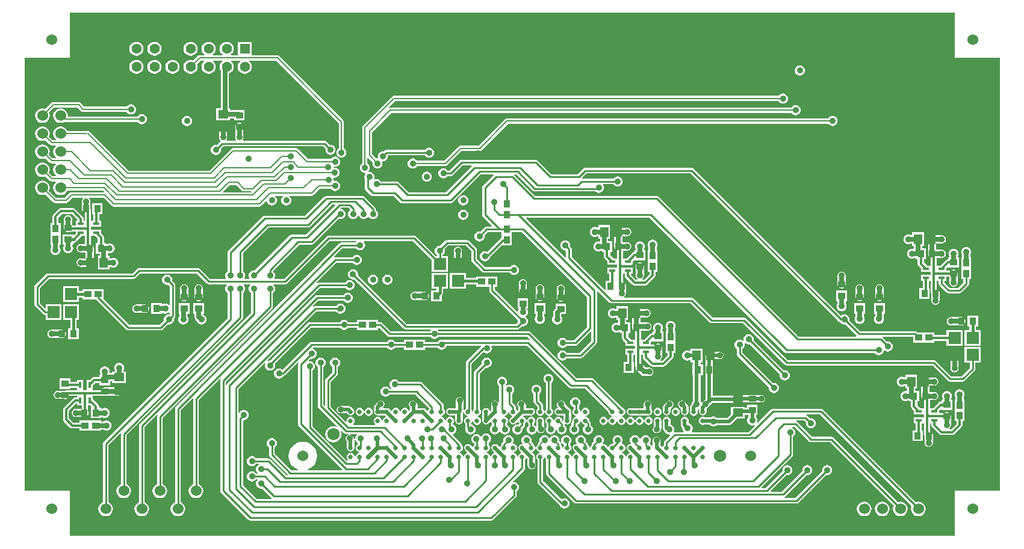
<source format=gbl>
G04 Layer_Physical_Order=4*
G04 Layer_Color=16711680*
%FSLAX25Y25*%
%MOIN*%
G70*
G01*
G75*
%ADD22R,0.05709X0.04528*%
%ADD23R,0.03937X0.03740*%
%ADD24R,0.03740X0.03937*%
%ADD26R,0.03543X0.03937*%
%ADD27R,0.03937X0.03543*%
%ADD29C,0.00800*%
%ADD30C,0.02500*%
%ADD31C,0.01500*%
%ADD32C,0.01000*%
%ADD34C,0.01100*%
%ADD35C,0.02000*%
%ADD36C,0.01400*%
%ADD37C,0.01200*%
%ADD38C,0.06800*%
%ADD39C,0.06000*%
%ADD42C,0.03500*%
%ADD50R,0.03347X0.01378*%
%ADD51R,0.01378X0.03347*%
%ADD52C,0.02520*%
%ADD53R,0.06693X0.06693*%
%ADD54R,0.06693X0.06693*%
%ADD55R,0.04528X0.05709*%
%ADD56R,0.05650X0.05650*%
%ADD57C,0.05650*%
G36*
X520000Y270000D02*
X545000D01*
Y30000D01*
X520000D01*
Y5000D01*
X30000D01*
Y30000D01*
X5000D01*
Y270000D01*
X30000D01*
Y295000D01*
X520000D01*
Y270000D01*
D02*
G37*
%LPC*%
G36*
X117000Y278858D02*
X116001Y278727D01*
X115071Y278341D01*
X114272Y277728D01*
X113659Y276929D01*
X113274Y275998D01*
X113142Y275000D01*
X113274Y274002D01*
X113659Y273071D01*
X114272Y272272D01*
X114721Y271927D01*
X114551Y271427D01*
X109449D01*
X109279Y271927D01*
X109728Y272272D01*
X110341Y273071D01*
X110726Y274002D01*
X110858Y275000D01*
X110726Y275998D01*
X110341Y276929D01*
X109728Y277728D01*
X108929Y278341D01*
X107999Y278727D01*
X107000Y278858D01*
X106001Y278727D01*
X105071Y278341D01*
X104272Y277728D01*
X103659Y276929D01*
X103273Y275998D01*
X103142Y275000D01*
X103273Y274002D01*
X103659Y273071D01*
X104272Y272272D01*
X104721Y271927D01*
X104551Y271427D01*
X102000D01*
X102000Y271427D01*
X101454Y271319D01*
X100991Y271009D01*
X100991Y271009D01*
X98500Y268519D01*
X97998Y268726D01*
X97000Y268858D01*
X96001Y268726D01*
X95071Y268341D01*
X94272Y267728D01*
X93659Y266929D01*
X93274Y265999D01*
X93142Y265000D01*
X93274Y264001D01*
X93659Y263071D01*
X94272Y262272D01*
X95071Y261659D01*
X96001Y261274D01*
X97000Y261142D01*
X97998Y261274D01*
X98929Y261659D01*
X99728Y262272D01*
X100341Y263071D01*
X100726Y264001D01*
X100858Y265000D01*
X100726Y265999D01*
X100519Y266500D01*
X102591Y268573D01*
X104551D01*
X104721Y268073D01*
X104272Y267728D01*
X103659Y266929D01*
X103273Y265999D01*
X103142Y265000D01*
X103273Y264001D01*
X103659Y263071D01*
X104272Y262272D01*
X105071Y261659D01*
X106001Y261274D01*
X107000Y261142D01*
X107999Y261274D01*
X108929Y261659D01*
X109728Y262272D01*
X110341Y263071D01*
X110726Y264001D01*
X110858Y265000D01*
X110726Y265999D01*
X110341Y266929D01*
X109728Y267728D01*
X109279Y268073D01*
X109449Y268573D01*
X114551D01*
X114721Y268073D01*
X114272Y267728D01*
X113659Y266929D01*
X113274Y265999D01*
X113142Y265000D01*
X113274Y264001D01*
X113659Y263071D01*
X113706Y263010D01*
Y242004D01*
X111146D01*
Y235476D01*
X118854D01*
Y236446D01*
X121031D01*
Y235279D01*
X126969D01*
Y241020D01*
X123483D01*
X123409Y241034D01*
X118854D01*
Y242004D01*
X118294D01*
Y261396D01*
X118929Y261659D01*
X119728Y262272D01*
X120341Y263071D01*
X120727Y264001D01*
X120858Y265000D01*
X120727Y265999D01*
X120341Y266929D01*
X119728Y267728D01*
X119279Y268073D01*
X119449Y268573D01*
X124551D01*
X124721Y268073D01*
X124272Y267728D01*
X123659Y266929D01*
X123274Y265999D01*
X123142Y265000D01*
X123274Y264001D01*
X123659Y263071D01*
X124272Y262272D01*
X125071Y261659D01*
X126002Y261274D01*
X127000Y261142D01*
X127998Y261274D01*
X128929Y261659D01*
X129728Y262272D01*
X130341Y263071D01*
X130727Y264001D01*
X130858Y265000D01*
X130727Y265999D01*
X130341Y266929D01*
X129728Y267728D01*
X129279Y268073D01*
X129449Y268573D01*
X144409D01*
X179073Y233909D01*
Y219871D01*
X178539Y219461D01*
X178098Y218887D01*
X177821Y218218D01*
X177726Y217500D01*
X177821Y216782D01*
X178098Y216113D01*
X178539Y215539D01*
X179113Y215098D01*
X179782Y214821D01*
X180500Y214726D01*
X181218Y214821D01*
X181887Y215098D01*
X182461Y215539D01*
X182902Y216113D01*
X183179Y216782D01*
X183274Y217500D01*
X183179Y218218D01*
X182902Y218887D01*
X182461Y219461D01*
X181927Y219871D01*
Y234500D01*
X181927Y234500D01*
X181819Y235046D01*
X181509Y235509D01*
X181509Y235509D01*
X146009Y271009D01*
X145546Y271319D01*
X145000Y271427D01*
X145000Y271427D01*
X130825D01*
Y278825D01*
X123175D01*
Y271427D01*
X119449D01*
X119279Y271927D01*
X119728Y272272D01*
X120341Y273071D01*
X120727Y274002D01*
X120858Y275000D01*
X120727Y275998D01*
X120341Y276929D01*
X119728Y277728D01*
X118929Y278341D01*
X117999Y278727D01*
X117000Y278858D01*
D02*
G37*
G36*
X97000D02*
X96001Y278727D01*
X95071Y278341D01*
X94272Y277728D01*
X93659Y276929D01*
X93274Y275998D01*
X93142Y275000D01*
X93274Y274002D01*
X93659Y273071D01*
X94272Y272272D01*
X95071Y271659D01*
X96001Y271273D01*
X97000Y271142D01*
X97998Y271273D01*
X98929Y271659D01*
X99728Y272272D01*
X100341Y273071D01*
X100726Y274002D01*
X100858Y275000D01*
X100726Y275998D01*
X100341Y276929D01*
X99728Y277728D01*
X98929Y278341D01*
X97998Y278727D01*
X97000Y278858D01*
D02*
G37*
G36*
X77000D02*
X76002Y278727D01*
X75071Y278341D01*
X74272Y277728D01*
X73659Y276929D01*
X73273Y275998D01*
X73142Y275000D01*
X73273Y274002D01*
X73659Y273071D01*
X74272Y272272D01*
X75071Y271659D01*
X76002Y271273D01*
X77000Y271142D01*
X77999Y271273D01*
X78929Y271659D01*
X79728Y272272D01*
X80341Y273071D01*
X80726Y274002D01*
X80858Y275000D01*
X80726Y275998D01*
X80341Y276929D01*
X79728Y277728D01*
X78929Y278341D01*
X77999Y278727D01*
X77000Y278858D01*
D02*
G37*
G36*
X67000D02*
X66001Y278727D01*
X65071Y278341D01*
X64272Y277728D01*
X63659Y276929D01*
X63274Y275998D01*
X63142Y275000D01*
X63274Y274002D01*
X63659Y273071D01*
X64272Y272272D01*
X65071Y271659D01*
X66001Y271273D01*
X67000Y271142D01*
X67998Y271273D01*
X68929Y271659D01*
X69728Y272272D01*
X70341Y273071D01*
X70727Y274002D01*
X70858Y275000D01*
X70727Y275998D01*
X70341Y276929D01*
X69728Y277728D01*
X68929Y278341D01*
X67998Y278727D01*
X67000Y278858D01*
D02*
G37*
G36*
X87000Y268858D02*
X86001Y268726D01*
X85071Y268341D01*
X84272Y267728D01*
X83659Y266929D01*
X83274Y265999D01*
X83142Y265000D01*
X83274Y264001D01*
X83659Y263071D01*
X84272Y262272D01*
X85071Y261659D01*
X86001Y261274D01*
X87000Y261142D01*
X87998Y261274D01*
X88929Y261659D01*
X89728Y262272D01*
X90341Y263071D01*
X90727Y264001D01*
X90858Y265000D01*
X90727Y265999D01*
X90341Y266929D01*
X89728Y267728D01*
X88929Y268341D01*
X87998Y268726D01*
X87000Y268858D01*
D02*
G37*
G36*
X77000D02*
X76002Y268726D01*
X75071Y268341D01*
X74272Y267728D01*
X73659Y266929D01*
X73273Y265999D01*
X73142Y265000D01*
X73273Y264001D01*
X73659Y263071D01*
X74272Y262272D01*
X75071Y261659D01*
X76002Y261274D01*
X77000Y261142D01*
X77999Y261274D01*
X78929Y261659D01*
X79728Y262272D01*
X80341Y263071D01*
X80726Y264001D01*
X80858Y265000D01*
X80726Y265999D01*
X80341Y266929D01*
X79728Y267728D01*
X78929Y268341D01*
X77999Y268726D01*
X77000Y268858D01*
D02*
G37*
G36*
X67000D02*
X66001Y268726D01*
X65071Y268341D01*
X64272Y267728D01*
X63659Y266929D01*
X63274Y265999D01*
X63142Y265000D01*
X63274Y264001D01*
X63659Y263071D01*
X64272Y262272D01*
X65071Y261659D01*
X66001Y261274D01*
X67000Y261142D01*
X67998Y261274D01*
X68929Y261659D01*
X69728Y262272D01*
X70341Y263071D01*
X70727Y264001D01*
X70858Y265000D01*
X70727Y265999D01*
X70341Y266929D01*
X69728Y267728D01*
X68929Y268341D01*
X67998Y268726D01*
X67000Y268858D01*
D02*
G37*
G36*
X434358Y265774D02*
X433640Y265679D01*
X432971Y265402D01*
X432397Y264961D01*
X431956Y264387D01*
X431679Y263718D01*
X431585Y263000D01*
X431679Y262282D01*
X431956Y261613D01*
X432397Y261039D01*
X432971Y260598D01*
X433640Y260321D01*
X434358Y260226D01*
X435076Y260321D01*
X435745Y260598D01*
X436320Y261039D01*
X436760Y261613D01*
X437038Y262282D01*
X437132Y263000D01*
X437038Y263718D01*
X436760Y264387D01*
X436320Y264961D01*
X435745Y265402D01*
X435076Y265679D01*
X434358Y265774D01*
D02*
G37*
G36*
X425000Y250274D02*
X424282Y250179D01*
X423613Y249902D01*
X423039Y249461D01*
X422629Y248927D01*
X209500D01*
X209500Y248927D01*
X208954Y248819D01*
X208491Y248509D01*
X208491Y248509D01*
X192491Y232509D01*
X192181Y232046D01*
X192073Y231500D01*
X192073Y231500D01*
Y211371D01*
X191539Y210961D01*
X191098Y210387D01*
X190821Y209718D01*
X190726Y209000D01*
X190821Y208282D01*
X191098Y207613D01*
X191539Y207039D01*
X192113Y206598D01*
X192782Y206321D01*
X193500Y206226D01*
X193752Y206259D01*
X193774Y206236D01*
X193988Y205786D01*
X193645Y205340D01*
X193368Y204671D01*
X193273Y203953D01*
X193368Y203235D01*
X193447Y203044D01*
X193420Y202906D01*
Y198000D01*
X193540Y197395D01*
X193883Y196882D01*
X196882Y193883D01*
X197395Y193540D01*
X198000Y193420D01*
X209345D01*
X212882Y189883D01*
X213395Y189540D01*
X214000Y189420D01*
X241000D01*
X241605Y189540D01*
X242118Y189883D01*
X257655Y205420D01*
X264477D01*
X264685Y204920D01*
X258882Y199118D01*
X258540Y198605D01*
X258420Y198000D01*
Y183000D01*
X258540Y182395D01*
X258882Y181883D01*
X263770Y176995D01*
X263579Y176533D01*
X260953D01*
X260348Y176413D01*
X259835Y176070D01*
X257476Y173711D01*
X257000Y173774D01*
X256282Y173679D01*
X255613Y173402D01*
X255039Y172961D01*
X254598Y172387D01*
X254321Y171718D01*
X254226Y171000D01*
X254321Y170282D01*
X254598Y169613D01*
X255039Y169039D01*
X255613Y168598D01*
X256282Y168321D01*
X257000Y168226D01*
X257718Y168321D01*
X258387Y168598D01*
X258961Y169039D01*
X259402Y169613D01*
X259679Y170282D01*
X259774Y171000D01*
X259711Y171476D01*
X261607Y173372D01*
X269228D01*
Y170364D01*
X268930Y170165D01*
X261231Y162467D01*
X260718Y162679D01*
X260000Y162774D01*
X259282Y162679D01*
X258613Y162402D01*
X258039Y161961D01*
X257598Y161387D01*
X257321Y160718D01*
X257226Y160000D01*
X257321Y159282D01*
X257598Y158613D01*
X258039Y158039D01*
X258613Y157598D01*
X259282Y157321D01*
X260000Y157226D01*
X260718Y157321D01*
X261387Y157598D01*
X261961Y158039D01*
X262402Y158613D01*
X262679Y159282D01*
X262704Y159469D01*
X269314Y166079D01*
X274772D01*
Y171984D01*
Y173372D01*
X280393D01*
X316420Y137345D01*
Y120655D01*
X309345Y113580D01*
X305254D01*
X304961Y113961D01*
X304387Y114402D01*
X303718Y114679D01*
X303000Y114774D01*
X302282Y114679D01*
X301613Y114402D01*
X301039Y113961D01*
X300598Y113387D01*
X300321Y112718D01*
X300226Y112000D01*
X300321Y111282D01*
X300598Y110613D01*
X301039Y110039D01*
X301613Y109598D01*
X302282Y109321D01*
X303000Y109226D01*
X303718Y109321D01*
X304387Y109598D01*
X304961Y110039D01*
X305254Y110420D01*
X310000D01*
X310605Y110540D01*
X311118Y110882D01*
X318509Y118274D01*
X318971Y118082D01*
Y113134D01*
X312367Y106529D01*
X305293D01*
X304961Y106961D01*
X304387Y107402D01*
X303718Y107679D01*
X303000Y107774D01*
X302282Y107679D01*
X301613Y107402D01*
X301039Y106961D01*
X300598Y106387D01*
X300321Y105718D01*
X300226Y105000D01*
X300321Y104282D01*
X300598Y103613D01*
X301039Y103039D01*
X301613Y102598D01*
X302282Y102321D01*
X303000Y102226D01*
X303718Y102321D01*
X304387Y102598D01*
X304961Y103039D01*
X305293Y103471D01*
X313000D01*
X313585Y103587D01*
X314081Y103919D01*
X321581Y111419D01*
X321913Y111915D01*
X322029Y112500D01*
Y121244D01*
X322080Y121500D01*
Y140550D01*
X322580Y140757D01*
X328919Y134419D01*
X329415Y134087D01*
X330000Y133971D01*
X373867D01*
X384419Y123419D01*
X384915Y123087D01*
X385500Y122971D01*
X402867D01*
X425919Y99919D01*
X426415Y99587D01*
X427000Y99471D01*
X507866D01*
X516419Y90919D01*
X516915Y90587D01*
X517500Y90471D01*
X524500D01*
X525085Y90587D01*
X525581Y90919D01*
X531081Y96419D01*
X531413Y96915D01*
X531529Y97500D01*
Y100929D01*
X534346D01*
Y109622D01*
X525654D01*
Y100929D01*
X528471D01*
Y98133D01*
X523867Y93529D01*
X518133D01*
X509581Y102081D01*
X509085Y102413D01*
X508500Y102529D01*
X427633D01*
X404581Y125581D01*
X404085Y125913D01*
X403500Y126029D01*
X386134D01*
X375581Y136581D01*
X375085Y136913D01*
X374500Y137029D01*
X336983D01*
X336831Y137529D01*
X337394Y137905D01*
X337891Y138650D01*
X338066Y139528D01*
Y142775D01*
X338215Y143528D01*
X338041Y144405D01*
X337543Y145150D01*
X336799Y145647D01*
X336403Y145726D01*
Y149763D01*
X336429Y150252D01*
X337471D01*
Y149197D01*
X337595Y148573D01*
X337949Y148043D01*
X338086Y147952D01*
X338177Y147815D01*
X341618Y144374D01*
X342147Y144020D01*
X342772Y143896D01*
X348772D01*
X349396Y144020D01*
X349925Y144374D01*
X353925Y148374D01*
X354279Y148903D01*
X354403Y149528D01*
Y151559D01*
X355543D01*
Y157465D01*
Y163402D01*
X355066D01*
Y164953D01*
X355174Y165093D01*
X355451Y165762D01*
X355545Y166480D01*
X355451Y167198D01*
X355174Y167867D01*
X354733Y168442D01*
X354158Y168882D01*
X353489Y169159D01*
X352772Y169254D01*
X352054Y169159D01*
X351385Y168882D01*
X350810Y168442D01*
X350370Y167867D01*
X350092Y167198D01*
X349998Y166480D01*
X350092Y165762D01*
X350370Y165093D01*
X350478Y164953D01*
Y163402D01*
X350000D01*
Y157465D01*
Y151559D01*
X351140D01*
Y150203D01*
X348096Y147159D01*
X347177D01*
X347025Y147659D01*
X347394Y147905D01*
X347891Y148650D01*
X348066Y149528D01*
Y154378D01*
X347891Y155256D01*
X347394Y156000D01*
X346650Y156497D01*
X345772Y156672D01*
X344894Y156497D01*
X344149Y156000D01*
X343652Y155256D01*
X343478Y154378D01*
Y149528D01*
X343652Y148650D01*
X344149Y147905D01*
X344518Y147659D01*
X344367Y147159D01*
X343447D01*
X340854Y149752D01*
X341025Y150252D01*
X341776D01*
Y153630D01*
X341001D01*
X340660Y154130D01*
X340734Y154500D01*
X340660Y154870D01*
X341001Y155370D01*
X341776D01*
Y157053D01*
X342360Y157637D01*
X342803Y157807D01*
Y157807D01*
X342803Y157807D01*
X348740D01*
Y163547D01*
X348206D01*
X348102Y164047D01*
X348174Y164141D01*
X348451Y164810D01*
X348545Y165528D01*
X348451Y166245D01*
X348174Y166914D01*
X347733Y167489D01*
X347159Y167930D01*
X346490Y168207D01*
X345772Y168301D01*
X345054Y168207D01*
X344385Y167930D01*
X343810Y167489D01*
X343370Y166914D01*
X343092Y166245D01*
X342998Y165528D01*
X343092Y164810D01*
X343370Y164141D01*
X343441Y164047D01*
X343338Y163547D01*
X342803D01*
Y162381D01*
X342285Y162278D01*
X341723Y161903D01*
X338568Y158748D01*
X336429D01*
X336403Y159237D01*
Y163233D01*
X338772D01*
X339650Y163408D01*
X340394Y163905D01*
X340891Y164650D01*
X341066Y165528D01*
X340891Y166405D01*
X340394Y167150D01*
X339650Y167647D01*
X338772Y167822D01*
X336215D01*
Y171233D01*
X338772D01*
X339650Y171408D01*
X340394Y171905D01*
X340891Y172650D01*
X341066Y173528D01*
X340891Y174406D01*
X340394Y175150D01*
X339650Y175647D01*
X338772Y175822D01*
X333512D01*
X332634Y175647D01*
X331890Y175150D01*
X331392Y174406D01*
X331218Y173528D01*
X331392Y172650D01*
X331627Y172298D01*
Y165528D01*
X331802Y164650D01*
X332299Y163905D01*
X333043Y163408D01*
X333140Y163389D01*
Y159237D01*
X333114Y158748D01*
X332640Y158748D01*
X331203D01*
X329355Y160596D01*
Y162559D01*
X330492D01*
Y168496D01*
X328326D01*
Y169673D01*
X329295D01*
Y177382D01*
X322768D01*
Y175934D01*
X322268Y175846D01*
X322159Y175930D01*
X321490Y176207D01*
X320772Y176301D01*
X320054Y176207D01*
X319385Y175930D01*
X318810Y175489D01*
X318370Y174914D01*
X318092Y174246D01*
X317998Y173528D01*
X318092Y172810D01*
X318370Y172141D01*
X318810Y171566D01*
X319385Y171125D01*
X320054Y170848D01*
X320772Y170754D01*
X321490Y170848D01*
X322159Y171125D01*
X322268Y171209D01*
X322768Y171121D01*
Y169673D01*
X323737D01*
Y168597D01*
X323237Y168240D01*
X322772Y168301D01*
X322054Y168207D01*
X321385Y167930D01*
X320810Y167489D01*
X320370Y166914D01*
X320092Y166245D01*
X319998Y165528D01*
X320092Y164810D01*
X320370Y164141D01*
X320810Y163566D01*
X321385Y163125D01*
X322054Y162848D01*
X322772Y162754D01*
X323489Y162848D01*
X324159Y163125D01*
X324252Y163197D01*
X324752Y163094D01*
Y162559D01*
X325889D01*
Y160106D01*
X325911Y159992D01*
X325889Y159878D01*
X326021Y159215D01*
X326396Y158652D01*
X327768Y157281D01*
Y155370D01*
X330218D01*
X330441Y155326D01*
X330664Y155370D01*
X332640D01*
X333114Y155370D01*
X333140Y154881D01*
Y154119D01*
X333114Y153630D01*
X332640Y153630D01*
X330664D01*
X330441Y153674D01*
X330218Y153630D01*
X327768D01*
Y150252D01*
X328708D01*
Y146496D01*
X326752D01*
Y141564D01*
X326290Y141373D01*
X308029Y159634D01*
Y164000D01*
X307913Y164585D01*
X307581Y165081D01*
X307203Y165460D01*
X307274Y166000D01*
X307179Y166718D01*
X306902Y167387D01*
X306461Y167961D01*
X305887Y168402D01*
X305218Y168679D01*
X304500Y168774D01*
X303782Y168679D01*
X303113Y168402D01*
X302539Y167961D01*
X302098Y167387D01*
X301821Y166718D01*
X301726Y166000D01*
X301821Y165282D01*
X302098Y164613D01*
X302539Y164039D01*
X303113Y163598D01*
X303782Y163321D01*
X304500Y163226D01*
X304595Y163239D01*
X304971Y162909D01*
Y159471D01*
X304471Y159264D01*
X282683Y181052D01*
X282874Y181514D01*
X351251D01*
X425882Y106883D01*
X426395Y106540D01*
X427000Y106420D01*
X475746D01*
X476039Y106039D01*
X476613Y105598D01*
X477282Y105321D01*
X478000Y105226D01*
X478718Y105321D01*
X479387Y105598D01*
X479961Y106039D01*
X480402Y106613D01*
X480679Y107282D01*
X480728Y107653D01*
X481261Y107868D01*
X481613Y107598D01*
X482282Y107321D01*
X483000Y107226D01*
X483718Y107321D01*
X484387Y107598D01*
X484961Y108039D01*
X485402Y108613D01*
X485679Y109282D01*
X485774Y110000D01*
X485679Y110718D01*
X485402Y111387D01*
X484961Y111961D01*
X484387Y112402D01*
X483718Y112679D01*
X483000Y112774D01*
X482524Y112711D01*
X480315Y114920D01*
X480522Y115420D01*
X497079D01*
Y112228D01*
X508921D01*
Y113093D01*
X515654D01*
Y110378D01*
X524346D01*
Y119071D01*
X515654D01*
Y116356D01*
X508921D01*
Y117772D01*
X499511D01*
X499165Y118117D01*
X498652Y118460D01*
X498047Y118580D01*
X467655D01*
X461711Y124524D01*
X461774Y125000D01*
X461679Y125718D01*
X461402Y126387D01*
X460961Y126961D01*
X460387Y127402D01*
X459718Y127679D01*
X459000Y127774D01*
X458282Y127679D01*
X457613Y127402D01*
X457172Y127063D01*
X375618Y208617D01*
X375105Y208960D01*
X374500Y209080D01*
X315500D01*
X314895Y208960D01*
X314383Y208617D01*
X311345Y205580D01*
X296655D01*
X289118Y213118D01*
X288605Y213460D01*
X288000Y213580D01*
X247000D01*
X246395Y213460D01*
X245883Y213118D01*
X240345Y207580D01*
X239254D01*
X238961Y207961D01*
X238387Y208402D01*
X237718Y208679D01*
X237000Y208774D01*
X236282Y208679D01*
X235613Y208402D01*
X235039Y207961D01*
X234598Y207387D01*
X234321Y206718D01*
X234226Y206000D01*
X234321Y205282D01*
X234598Y204613D01*
X235039Y204039D01*
X235613Y203598D01*
X236282Y203321D01*
X237000Y203226D01*
X237718Y203321D01*
X238387Y203598D01*
X238961Y204039D01*
X239254Y204420D01*
X241000D01*
X241605Y204540D01*
X242118Y204883D01*
X247655Y210420D01*
X252478D01*
X252685Y209920D01*
X238345Y195580D01*
X217655D01*
X212118Y201117D01*
X211605Y201460D01*
X211000Y201580D01*
X202254D01*
X201961Y201961D01*
X201387Y202402D01*
X200718Y202679D01*
X200000Y202774D01*
X199282Y202679D01*
X198987Y202557D01*
X198604Y202940D01*
X198726Y203235D01*
X198821Y203953D01*
X198726Y204671D01*
X198449Y205340D01*
X198009Y205914D01*
X197434Y206355D01*
X196765Y206632D01*
X196047Y206727D01*
X195795Y206693D01*
X195773Y206716D01*
X195560Y207167D01*
X195902Y207613D01*
X196179Y208282D01*
X196274Y209000D01*
X196179Y209718D01*
X195902Y210387D01*
X195461Y210961D01*
X194927Y211371D01*
Y214347D01*
X195427Y214554D01*
X197814Y212167D01*
X197726Y211500D01*
X197821Y210782D01*
X198098Y210113D01*
X198539Y209539D01*
X199113Y209098D01*
X199782Y208821D01*
X200500Y208726D01*
X201218Y208821D01*
X201887Y209098D01*
X202461Y209539D01*
X202902Y210113D01*
X203179Y210782D01*
X203274Y211500D01*
X203179Y212218D01*
X203129Y212338D01*
X203434Y212735D01*
X203500Y212726D01*
X204218Y212821D01*
X204887Y213098D01*
X205461Y213539D01*
X205902Y214113D01*
X206179Y214782D01*
X206274Y215500D01*
X206268Y215544D01*
X206598Y215920D01*
X226746D01*
X227039Y215539D01*
X227613Y215098D01*
X228282Y214821D01*
X229000Y214726D01*
X229718Y214821D01*
X230387Y215098D01*
X230961Y215539D01*
X231402Y216113D01*
X231679Y216782D01*
X231774Y217500D01*
X231679Y218218D01*
X231402Y218887D01*
X230961Y219461D01*
X230387Y219902D01*
X229718Y220179D01*
X229000Y220274D01*
X228282Y220179D01*
X227613Y219902D01*
X227039Y219461D01*
X226746Y219080D01*
X205500D01*
X204895Y218960D01*
X204382Y218618D01*
X203976Y218211D01*
X203500Y218274D01*
X202782Y218179D01*
X202113Y217902D01*
X201539Y217461D01*
X201098Y216887D01*
X200821Y216218D01*
X200726Y215500D01*
X200821Y214782D01*
X200871Y214662D01*
X200566Y214265D01*
X200500Y214274D01*
X199833Y214186D01*
X197427Y216591D01*
Y228909D01*
X208091Y239573D01*
X429629D01*
X430039Y239039D01*
X430613Y238598D01*
X431282Y238321D01*
X432000Y238226D01*
X432718Y238321D01*
X433387Y238598D01*
X433961Y239039D01*
X434402Y239613D01*
X434679Y240282D01*
X434774Y241000D01*
X434679Y241718D01*
X434402Y242387D01*
X433961Y242961D01*
X433387Y243402D01*
X432718Y243679D01*
X432000Y243774D01*
X431282Y243679D01*
X430613Y243402D01*
X430039Y242961D01*
X429629Y242427D01*
X207500D01*
X207500Y242427D01*
X207067Y242341D01*
X206776Y242745D01*
X206772Y242754D01*
X210091Y246073D01*
X422629D01*
X423039Y245539D01*
X423613Y245098D01*
X424282Y244821D01*
X425000Y244726D01*
X425718Y244821D01*
X426387Y245098D01*
X426961Y245539D01*
X427402Y246113D01*
X427679Y246782D01*
X427774Y247500D01*
X427679Y248218D01*
X427402Y248887D01*
X426961Y249461D01*
X426387Y249902D01*
X425718Y250179D01*
X425000Y250274D01*
D02*
G37*
G36*
X35000Y245427D02*
X35000Y245427D01*
X21000D01*
X21000Y245427D01*
X20454Y245319D01*
X19991Y245009D01*
X19991Y245009D01*
X16634Y241653D01*
X16044Y241897D01*
X15000Y242035D01*
X13956Y241897D01*
X12983Y241494D01*
X12147Y240853D01*
X11506Y240017D01*
X11103Y239044D01*
X10966Y238000D01*
X11103Y236956D01*
X11506Y235983D01*
X12147Y235147D01*
X12983Y234506D01*
X13956Y234103D01*
X15000Y233965D01*
X16044Y234103D01*
X17017Y234506D01*
X17853Y235147D01*
X18494Y235983D01*
X18897Y236956D01*
X19035Y238000D01*
X18897Y239044D01*
X18653Y239634D01*
X21591Y242573D01*
X34409D01*
X36491Y240491D01*
X36491Y240491D01*
X36954Y240181D01*
X37500Y240073D01*
X61629D01*
X62039Y239539D01*
X62613Y239098D01*
X63282Y238821D01*
X64000Y238726D01*
X64718Y238821D01*
X65387Y239098D01*
X65961Y239539D01*
X66402Y240113D01*
X66679Y240782D01*
X66774Y241500D01*
X66679Y242218D01*
X66402Y242887D01*
X65961Y243461D01*
X65387Y243902D01*
X64718Y244179D01*
X64000Y244274D01*
X63282Y244179D01*
X62613Y243902D01*
X62039Y243461D01*
X61629Y242927D01*
X38091D01*
X36009Y245009D01*
X35546Y245319D01*
X35000Y245427D01*
D02*
G37*
G36*
X452500Y237774D02*
X451782Y237679D01*
X451113Y237402D01*
X450539Y236961D01*
X450129Y236427D01*
X272330D01*
X272330Y236427D01*
X271784Y236319D01*
X271321Y236009D01*
X271321Y236009D01*
X256589Y221277D01*
X246350D01*
X245804Y221169D01*
X245341Y220859D01*
X245341Y220859D01*
X237409Y212927D01*
X222371D01*
X221961Y213461D01*
X221387Y213902D01*
X220718Y214179D01*
X220000Y214274D01*
X219282Y214179D01*
X218613Y213902D01*
X218039Y213461D01*
X217598Y212887D01*
X217321Y212218D01*
X217226Y211500D01*
X217321Y210782D01*
X217598Y210113D01*
X218039Y209539D01*
X218613Y209098D01*
X219282Y208821D01*
X220000Y208726D01*
X220718Y208821D01*
X221387Y209098D01*
X221961Y209539D01*
X222371Y210073D01*
X238000D01*
X238000Y210073D01*
X238546Y210181D01*
X239009Y210491D01*
X246941Y218423D01*
X257181D01*
X257181Y218423D01*
X257727Y218531D01*
X258190Y218841D01*
X272922Y233573D01*
X450129D01*
X450539Y233039D01*
X451113Y232598D01*
X451782Y232321D01*
X452500Y232226D01*
X453218Y232321D01*
X453887Y232598D01*
X454461Y233039D01*
X454902Y233613D01*
X455179Y234282D01*
X455274Y235000D01*
X455179Y235718D01*
X454902Y236387D01*
X454461Y236961D01*
X453887Y237402D01*
X453218Y237679D01*
X452500Y237774D01*
D02*
G37*
G36*
X25000Y242035D02*
X23956Y241897D01*
X22983Y241494D01*
X22147Y240853D01*
X21506Y240017D01*
X21103Y239044D01*
X20966Y238000D01*
X21103Y236956D01*
X21506Y235983D01*
X22147Y235147D01*
X22983Y234506D01*
X23956Y234103D01*
X25000Y233965D01*
X26044Y234103D01*
X27017Y234506D01*
X27104Y234573D01*
X67629D01*
X68039Y234039D01*
X68613Y233598D01*
X69282Y233321D01*
X70000Y233226D01*
X70718Y233321D01*
X71387Y233598D01*
X71961Y234039D01*
X72402Y234613D01*
X72679Y235282D01*
X72774Y236000D01*
X72679Y236718D01*
X72402Y237387D01*
X71961Y237961D01*
X71387Y238402D01*
X70718Y238679D01*
X70000Y238774D01*
X69282Y238679D01*
X68613Y238402D01*
X68039Y237961D01*
X67629Y237427D01*
X29338D01*
X29009Y237803D01*
X29035Y238000D01*
X28897Y239044D01*
X28494Y240017D01*
X27853Y240853D01*
X27017Y241494D01*
X26044Y241897D01*
X25000Y242035D01*
D02*
G37*
G36*
X95000Y237774D02*
X94282Y237679D01*
X93613Y237402D01*
X93039Y236961D01*
X92598Y236387D01*
X92321Y235718D01*
X92226Y235000D01*
X92321Y234282D01*
X92598Y233613D01*
X93039Y233039D01*
X93613Y232598D01*
X94282Y232321D01*
X95000Y232226D01*
X95718Y232321D01*
X96387Y232598D01*
X96961Y233039D01*
X97402Y233613D01*
X97679Y234282D01*
X97774Y235000D01*
X97679Y235718D01*
X97402Y236387D01*
X96961Y236961D01*
X96387Y237402D01*
X95718Y237679D01*
X95000Y237774D01*
D02*
G37*
G36*
X25000Y232034D02*
X23956Y231897D01*
X22983Y231494D01*
X22147Y230853D01*
X21506Y230017D01*
X21103Y229044D01*
X20966Y228000D01*
X21103Y226956D01*
X21506Y225983D01*
X22147Y225147D01*
X22433Y224927D01*
X22264Y224427D01*
X20591D01*
X18653Y226366D01*
X18897Y226956D01*
X19035Y228000D01*
X18897Y229044D01*
X18494Y230017D01*
X17853Y230853D01*
X17017Y231494D01*
X16044Y231897D01*
X15000Y232034D01*
X13956Y231897D01*
X12983Y231494D01*
X12147Y230853D01*
X11506Y230017D01*
X11103Y229044D01*
X10966Y228000D01*
X11103Y226956D01*
X11506Y225983D01*
X12147Y225147D01*
X12983Y224506D01*
X13956Y224103D01*
X15000Y223966D01*
X16044Y224103D01*
X16634Y224347D01*
X18991Y221991D01*
X18991Y221991D01*
X19454Y221681D01*
X20000Y221573D01*
X20000Y221573D01*
X22264D01*
X22433Y221073D01*
X22147Y220853D01*
X21506Y220017D01*
X21103Y219044D01*
X20966Y218000D01*
X21103Y216956D01*
X21506Y215983D01*
X22147Y215147D01*
X22433Y214927D01*
X22264Y214427D01*
X20591D01*
X18653Y216366D01*
X18897Y216956D01*
X19035Y218000D01*
X18897Y219044D01*
X18494Y220017D01*
X17853Y220853D01*
X17017Y221494D01*
X16044Y221897D01*
X15000Y222035D01*
X13956Y221897D01*
X12983Y221494D01*
X12147Y220853D01*
X11506Y220017D01*
X11103Y219044D01*
X10966Y218000D01*
X11103Y216956D01*
X11506Y215983D01*
X12147Y215147D01*
X12983Y214506D01*
X13956Y214103D01*
X15000Y213966D01*
X16044Y214103D01*
X16634Y214347D01*
X18991Y211991D01*
X18991Y211991D01*
X19454Y211681D01*
X20000Y211573D01*
X20000Y211573D01*
X22264D01*
X22433Y211073D01*
X22147Y210853D01*
X21506Y210017D01*
X21103Y209044D01*
X20966Y208000D01*
X21103Y206956D01*
X21506Y205983D01*
X22147Y205147D01*
X22433Y204927D01*
X22264Y204427D01*
X20591D01*
X18653Y206366D01*
X18897Y206956D01*
X19035Y208000D01*
X18897Y209044D01*
X18494Y210017D01*
X17853Y210853D01*
X17017Y211494D01*
X16044Y211897D01*
X15000Y212035D01*
X13956Y211897D01*
X12983Y211494D01*
X12147Y210853D01*
X11506Y210017D01*
X11103Y209044D01*
X10966Y208000D01*
X11103Y206956D01*
X11506Y205983D01*
X12147Y205147D01*
X12983Y204506D01*
X13956Y204103D01*
X15000Y203965D01*
X16044Y204103D01*
X16634Y204347D01*
X18991Y201991D01*
X18991Y201991D01*
X19454Y201681D01*
X20000Y201573D01*
X20000Y201573D01*
X22264D01*
X22433Y201073D01*
X22147Y200853D01*
X21506Y200017D01*
X21103Y199044D01*
X20966Y198000D01*
X21103Y196956D01*
X21506Y195983D01*
X22147Y195147D01*
X22983Y194506D01*
X23956Y194103D01*
X25000Y193965D01*
X26044Y194103D01*
X27017Y194506D01*
X27853Y195147D01*
X28494Y195983D01*
X28738Y196573D01*
X48409D01*
X49054Y195927D01*
X48847Y195427D01*
X31000D01*
X31000Y195427D01*
X30454Y195319D01*
X29991Y195009D01*
X29991Y195009D01*
X27409Y192427D01*
X22591D01*
X18653Y196366D01*
X18897Y196956D01*
X19035Y198000D01*
X18897Y199044D01*
X18494Y200017D01*
X17853Y200853D01*
X17017Y201494D01*
X16044Y201897D01*
X15000Y202034D01*
X13956Y201897D01*
X12983Y201494D01*
X12147Y200853D01*
X11506Y200017D01*
X11103Y199044D01*
X10966Y198000D01*
X11103Y196956D01*
X11506Y195983D01*
X12147Y195147D01*
X12983Y194506D01*
X13956Y194103D01*
X15000Y193965D01*
X16044Y194103D01*
X16634Y194347D01*
X20991Y189991D01*
X20991Y189991D01*
X21454Y189681D01*
X22000Y189573D01*
X28000D01*
X28000Y189573D01*
X28546Y189681D01*
X29009Y189991D01*
X31591Y192573D01*
X37472D01*
X37552Y192311D01*
X37597Y192073D01*
X37109Y191342D01*
X36934Y190465D01*
Y187217D01*
X36785Y186465D01*
X36959Y185587D01*
X37457Y184842D01*
X38201Y184345D01*
X38597Y184266D01*
Y179748D01*
X37801D01*
Y180831D01*
X37677Y181455D01*
X37323Y181984D01*
X33154Y186153D01*
X32624Y186507D01*
X32000Y186631D01*
X25000D01*
X25000Y186631D01*
X24376Y186507D01*
X23846Y186153D01*
X21075Y183382D01*
X20721Y182853D01*
X20597Y182228D01*
Y178386D01*
X19457D01*
Y172449D01*
Y166543D01*
X19934D01*
Y165040D01*
X19826Y164899D01*
X19549Y164230D01*
X19455Y163512D01*
X19549Y162794D01*
X19826Y162125D01*
X20267Y161550D01*
X20842Y161110D01*
X21510Y160833D01*
X22228Y160738D01*
X22946Y160833D01*
X23615Y161110D01*
X24190Y161550D01*
X24631Y162125D01*
X24908Y162794D01*
X25002Y163512D01*
X24908Y164230D01*
X24631Y164899D01*
X24522Y165040D01*
Y166543D01*
X25000D01*
Y172449D01*
Y178386D01*
X23860D01*
Y181553D01*
X25676Y183369D01*
X31324D01*
X34445Y180248D01*
X34313Y179748D01*
X33496D01*
Y177131D01*
X31522D01*
Y180465D01*
X31348Y181342D01*
X30850Y182087D01*
X30106Y182584D01*
X29228Y182759D01*
X28350Y182584D01*
X27606Y182087D01*
X27109Y181342D01*
X26934Y180465D01*
Y175614D01*
X27109Y174736D01*
X27606Y173992D01*
X28350Y173495D01*
X29228Y173320D01*
X30106Y173495D01*
X30666Y173869D01*
X33496D01*
Y172719D01*
X32659Y171882D01*
X32197Y172073D01*
Y172185D01*
X26260D01*
Y166445D01*
X26794D01*
X26898Y165945D01*
X26826Y165851D01*
X26549Y165182D01*
X26455Y164465D01*
X26549Y163747D01*
X26826Y163078D01*
X27267Y162503D01*
X27841Y162062D01*
X28510Y161785D01*
X29228Y161691D01*
X29946Y161785D01*
X30615Y162062D01*
X31190Y162503D01*
X31631Y163078D01*
X31908Y163747D01*
X32002Y164465D01*
X31908Y165182D01*
X31631Y165851D01*
X31559Y165945D01*
X31662Y166445D01*
X32197D01*
Y167531D01*
X32543D01*
X33226Y167666D01*
X33805Y168053D01*
X33950Y168271D01*
X36932Y171252D01*
X38597D01*
Y166759D01*
X36228D01*
X35350Y166584D01*
X34606Y166087D01*
X34109Y165342D01*
X33934Y164465D01*
X34109Y163587D01*
X34606Y162842D01*
X35350Y162345D01*
X36228Y162171D01*
X38785D01*
Y158759D01*
X36228D01*
X35350Y158584D01*
X34606Y158087D01*
X34109Y157343D01*
X33934Y156465D01*
X34109Y155587D01*
X34606Y154842D01*
X35350Y154345D01*
X36228Y154171D01*
X41488D01*
X42366Y154345D01*
X43110Y154842D01*
X43608Y155587D01*
X43782Y156465D01*
X43608Y157343D01*
X43373Y157694D01*
Y164465D01*
X43198Y165342D01*
X42701Y166087D01*
X41957Y166584D01*
X41860Y166603D01*
Y170875D01*
X42158Y171252D01*
X42360Y171252D01*
X44068D01*
X45645Y169676D01*
Y167433D01*
X44508D01*
Y161496D01*
X46674D01*
Y160319D01*
X45705D01*
Y152610D01*
X52232D01*
Y154058D01*
X52732Y154146D01*
X52842Y154062D01*
X53510Y153785D01*
X54228Y153691D01*
X54946Y153785D01*
X55615Y154062D01*
X56190Y154503D01*
X56630Y155078D01*
X56908Y155747D01*
X57002Y156465D01*
X56908Y157183D01*
X56630Y157851D01*
X56190Y158426D01*
X55615Y158867D01*
X54946Y159144D01*
X54228Y159238D01*
X53510Y159144D01*
X52842Y158867D01*
X52732Y158783D01*
X52232Y158871D01*
Y160319D01*
X51263D01*
Y161395D01*
X51763Y161752D01*
X52228Y161691D01*
X52946Y161785D01*
X53615Y162062D01*
X54190Y162503D01*
X54631Y163078D01*
X54908Y163747D01*
X55002Y164465D01*
X54908Y165182D01*
X54631Y165851D01*
X54190Y166426D01*
X53615Y166867D01*
X52946Y167144D01*
X52228Y167238D01*
X51511Y167144D01*
X50841Y166867D01*
X50748Y166795D01*
X50248Y166899D01*
Y167433D01*
X49111D01*
Y170394D01*
X49111Y170394D01*
X48979Y171057D01*
X48604Y171619D01*
X48604Y171619D01*
X47504Y172719D01*
Y174630D01*
X45054D01*
X44831Y174674D01*
X44608Y174630D01*
X42360D01*
X42158Y174630D01*
X41860Y175007D01*
Y175993D01*
X42158Y176370D01*
X42360Y176370D01*
X47504D01*
Y179748D01*
X46462D01*
Y183496D01*
X48248D01*
Y189433D01*
X42508D01*
Y183496D01*
X43199D01*
Y180102D01*
X42846Y179748D01*
X42158Y179748D01*
X41860Y180125D01*
Y185315D01*
X41736Y185939D01*
X41468Y186340D01*
X41522Y186614D01*
Y190465D01*
X41348Y191342D01*
X40860Y192073D01*
X40905Y192311D01*
X40985Y192573D01*
X48909D01*
X53491Y187991D01*
X53491Y187991D01*
X53954Y187681D01*
X54500Y187573D01*
X54500Y187573D01*
X135000D01*
X135000Y187573D01*
X135546Y187681D01*
X136009Y187991D01*
X138757Y190738D01*
X139284Y190559D01*
X139321Y190282D01*
X139598Y189613D01*
X140039Y189039D01*
X140613Y188598D01*
X141282Y188321D01*
X142000Y188226D01*
X142718Y188321D01*
X143387Y188598D01*
X143961Y189039D01*
X144402Y189613D01*
X144679Y190282D01*
X144774Y191000D01*
X144679Y191718D01*
X144402Y192387D01*
X143961Y192961D01*
X143816Y193073D01*
X143986Y193573D01*
X148014D01*
X148184Y193073D01*
X148039Y192961D01*
X147598Y192387D01*
X147321Y191718D01*
X147226Y191000D01*
X147321Y190282D01*
X147598Y189613D01*
X148039Y189039D01*
X148613Y188598D01*
X149282Y188321D01*
X150000Y188226D01*
X150718Y188321D01*
X151387Y188598D01*
X151961Y189039D01*
X152402Y189613D01*
X152679Y190282D01*
X152774Y191000D01*
X152679Y191718D01*
X152402Y192387D01*
X151961Y192961D01*
X151816Y193073D01*
X151986Y193573D01*
X164000D01*
X164000Y193573D01*
X164546Y193681D01*
X165009Y193991D01*
X168591Y197573D01*
X174629D01*
X175039Y197039D01*
X175613Y196598D01*
X176282Y196321D01*
X177000Y196226D01*
X177718Y196321D01*
X178387Y196598D01*
X178961Y197039D01*
X179402Y197613D01*
X179679Y198282D01*
X179774Y199000D01*
X179679Y199718D01*
X179402Y200387D01*
X178961Y200961D01*
X178387Y201402D01*
X177718Y201679D01*
X177000Y201774D01*
X176677Y201731D01*
X176231Y202177D01*
X176274Y202500D01*
X176187Y203159D01*
X176250Y203292D01*
X176556Y203615D01*
X176850Y203576D01*
X177568Y203671D01*
X178237Y203948D01*
X178811Y204389D01*
X179252Y204963D01*
X179529Y205632D01*
X179624Y206350D01*
X179529Y207068D01*
X179252Y207737D01*
X178811Y208311D01*
X178237Y208752D01*
X177568Y209029D01*
X176850Y209124D01*
X176498Y209077D01*
X176061Y209438D01*
X176080Y209472D01*
X176514Y209790D01*
X177000Y209726D01*
X177718Y209821D01*
X178387Y210098D01*
X178961Y210539D01*
X179402Y211113D01*
X179679Y211782D01*
X179774Y212500D01*
X179679Y213218D01*
X179402Y213887D01*
X178961Y214461D01*
X178387Y214902D01*
X177718Y215179D01*
X177000Y215274D01*
X176282Y215179D01*
X175613Y214902D01*
X175039Y214461D01*
X174629Y213927D01*
X162091D01*
X156509Y219509D01*
X156046Y219819D01*
X155500Y219927D01*
X155500Y219927D01*
X120500D01*
X120500Y219927D01*
X119954Y219819D01*
X119491Y219509D01*
X107409Y207427D01*
X62591D01*
X41009Y229009D01*
X40546Y229319D01*
X40000Y229427D01*
X39750Y229378D01*
X39500Y229427D01*
X28738D01*
X28494Y230017D01*
X27853Y230853D01*
X27017Y231494D01*
X26044Y231897D01*
X25000Y232034D01*
D02*
G37*
G36*
X124000Y234144D02*
X123122Y233970D01*
X122378Y233473D01*
X121880Y232728D01*
X121706Y231850D01*
Y226000D01*
X121880Y225122D01*
X122242Y224580D01*
X121992Y224080D01*
X117008D01*
X116758Y224580D01*
X117120Y225122D01*
X117294Y226000D01*
Y231260D01*
X117120Y232138D01*
X116622Y232882D01*
X115878Y233379D01*
X115000Y233554D01*
X114122Y233379D01*
X113378Y232882D01*
X112881Y232138D01*
X112706Y231260D01*
Y226000D01*
X112881Y225122D01*
X113378Y224378D01*
X113499Y224297D01*
Y223695D01*
X113382Y223618D01*
X111476Y221711D01*
X111000Y221774D01*
X110282Y221679D01*
X109613Y221402D01*
X109039Y220961D01*
X108598Y220387D01*
X108321Y219718D01*
X108226Y219000D01*
X108321Y218282D01*
X108598Y217613D01*
X109039Y217039D01*
X109613Y216598D01*
X110282Y216321D01*
X111000Y216226D01*
X111718Y216321D01*
X112387Y216598D01*
X112961Y217039D01*
X113402Y217613D01*
X113679Y218282D01*
X113774Y219000D01*
X113711Y219476D01*
X115155Y220920D01*
X170345D01*
X171789Y219476D01*
X171726Y219000D01*
X171821Y218282D01*
X172098Y217613D01*
X172539Y217039D01*
X173113Y216598D01*
X173782Y216321D01*
X174500Y216226D01*
X175218Y216321D01*
X175887Y216598D01*
X176461Y217039D01*
X176902Y217613D01*
X177179Y218282D01*
X177274Y219000D01*
X177179Y219718D01*
X176902Y220387D01*
X176461Y220961D01*
X175887Y221402D01*
X175218Y221679D01*
X174500Y221774D01*
X174024Y221711D01*
X172117Y223618D01*
X171605Y223960D01*
X171000Y224080D01*
X126008D01*
X125758Y224580D01*
X126119Y225122D01*
X126294Y226000D01*
Y231850D01*
X126119Y232728D01*
X125622Y233473D01*
X124878Y233970D01*
X124000Y234144D01*
D02*
G37*
G36*
X227850Y206923D02*
X227133Y206829D01*
X226464Y206552D01*
X225889Y206111D01*
X225448Y205537D01*
X225171Y204868D01*
X225077Y204150D01*
X225171Y203432D01*
X225448Y202763D01*
X225889Y202188D01*
X226464Y201747D01*
X227133Y201470D01*
X227850Y201376D01*
X228568Y201470D01*
X229237Y201747D01*
X229812Y202188D01*
X230253Y202763D01*
X230530Y203432D01*
X230624Y204150D01*
X230530Y204868D01*
X230253Y205537D01*
X229812Y206111D01*
X229237Y206552D01*
X228568Y206829D01*
X227850Y206923D01*
D02*
G37*
G36*
X248000Y193774D02*
X247282Y193679D01*
X246613Y193402D01*
X246039Y192961D01*
X245598Y192387D01*
X245321Y191718D01*
X245226Y191000D01*
X245321Y190282D01*
X245598Y189613D01*
X246039Y189039D01*
X246613Y188598D01*
X247282Y188321D01*
X248000Y188226D01*
X248718Y188321D01*
X249387Y188598D01*
X249961Y189039D01*
X250402Y189613D01*
X250679Y190282D01*
X250774Y191000D01*
X250679Y191718D01*
X250402Y192387D01*
X249961Y192961D01*
X249387Y193402D01*
X248718Y193679D01*
X248000Y193774D01*
D02*
G37*
G36*
X192000Y193529D02*
X172172D01*
X171587Y193413D01*
X171090Y193081D01*
X170974Y192965D01*
X170965Y192963D01*
X170469Y192631D01*
X160366Y182529D01*
X138000D01*
X137415Y182413D01*
X136919Y182081D01*
X117919Y163081D01*
X117587Y162585D01*
X117471Y162000D01*
Y151793D01*
X117039Y151461D01*
X116598Y150887D01*
X116321Y150218D01*
X116226Y149500D01*
X116321Y148782D01*
X116598Y148113D01*
X116662Y148029D01*
X116416Y147529D01*
X107633D01*
X102081Y153081D01*
X101585Y153413D01*
X101000Y153529D01*
X68500D01*
X67915Y153413D01*
X67419Y153081D01*
X64867Y150529D01*
X18000D01*
X17415Y150413D01*
X16919Y150081D01*
X10919Y144081D01*
X10587Y143585D01*
X10471Y143000D01*
Y133500D01*
X10587Y132915D01*
X10919Y132419D01*
X15419Y127919D01*
X15915Y127587D01*
X16500Y127471D01*
X16929D01*
Y124653D01*
X25622D01*
Y133346D01*
X16929D01*
Y131387D01*
X16467Y131196D01*
X13529Y134134D01*
Y142367D01*
X18633Y147471D01*
X65500D01*
X66085Y147587D01*
X66581Y147919D01*
X69134Y150471D01*
X100366D01*
X105919Y144919D01*
X106415Y144587D01*
X107000Y144471D01*
X116881D01*
X117051Y143971D01*
X117039Y143961D01*
X116598Y143387D01*
X116321Y142718D01*
X116226Y142000D01*
X116321Y141282D01*
X116598Y140613D01*
X117039Y140039D01*
X117471Y139707D01*
Y125634D01*
X48919Y57081D01*
X48587Y56585D01*
X48471Y56000D01*
Y23696D01*
X47983Y23494D01*
X47147Y22853D01*
X46506Y22017D01*
X46103Y21044D01*
X45965Y20000D01*
X46103Y18956D01*
X46506Y17983D01*
X47147Y17147D01*
X47983Y16506D01*
X48956Y16103D01*
X50000Y15966D01*
X51044Y16103D01*
X52017Y16506D01*
X52853Y17147D01*
X53494Y17983D01*
X53897Y18956D01*
X54035Y20000D01*
X53897Y21044D01*
X53494Y22017D01*
X52853Y22853D01*
X52017Y23494D01*
X51529Y23696D01*
Y55366D01*
X58035Y61872D01*
X58496Y61626D01*
X58471Y61500D01*
Y33696D01*
X57983Y33494D01*
X57147Y32853D01*
X56506Y32017D01*
X56103Y31044D01*
X55966Y30000D01*
X56103Y28956D01*
X56506Y27983D01*
X57147Y27147D01*
X57983Y26506D01*
X58956Y26103D01*
X60000Y25965D01*
X61044Y26103D01*
X62017Y26506D01*
X62853Y27147D01*
X63494Y27983D01*
X63897Y28956D01*
X64034Y30000D01*
X63897Y31044D01*
X63494Y32017D01*
X62853Y32853D01*
X62017Y33494D01*
X61529Y33696D01*
Y60866D01*
X125581Y124919D01*
X125913Y125415D01*
X126029Y126000D01*
Y139707D01*
X126461Y140039D01*
X126902Y140613D01*
X127179Y141282D01*
X127274Y142000D01*
X127179Y142718D01*
X126902Y143387D01*
X126461Y143961D01*
X126449Y143971D01*
X126619Y144471D01*
X129881D01*
X130051Y143971D01*
X130039Y143961D01*
X129598Y143387D01*
X129321Y142718D01*
X129226Y142000D01*
X129321Y141282D01*
X129598Y140613D01*
X130039Y140039D01*
X130471Y139707D01*
Y128633D01*
X68919Y67081D01*
X68587Y66585D01*
X68471Y66000D01*
Y23696D01*
X67983Y23494D01*
X67147Y22853D01*
X66506Y22017D01*
X66103Y21044D01*
X65965Y20000D01*
X66103Y18956D01*
X66506Y17983D01*
X67147Y17147D01*
X67983Y16506D01*
X68956Y16103D01*
X70000Y15966D01*
X71044Y16103D01*
X72017Y16506D01*
X72853Y17147D01*
X73494Y17983D01*
X73897Y18956D01*
X74035Y20000D01*
X73897Y21044D01*
X73494Y22017D01*
X72853Y22853D01*
X72017Y23494D01*
X71529Y23696D01*
Y65367D01*
X78464Y72301D01*
X78852Y71982D01*
X78587Y71585D01*
X78471Y71000D01*
Y33696D01*
X77983Y33494D01*
X77147Y32853D01*
X76506Y32017D01*
X76103Y31044D01*
X75965Y30000D01*
X76103Y28956D01*
X76506Y27983D01*
X77147Y27147D01*
X77983Y26506D01*
X78956Y26103D01*
X80000Y25965D01*
X81044Y26103D01*
X82017Y26506D01*
X82853Y27147D01*
X83494Y27983D01*
X83897Y28956D01*
X84035Y30000D01*
X83897Y31044D01*
X83494Y32017D01*
X82853Y32853D01*
X82017Y33494D01*
X81529Y33696D01*
Y70367D01*
X142081Y130919D01*
X142413Y131415D01*
X142529Y132000D01*
Y139707D01*
X142961Y140039D01*
X143402Y140613D01*
X143679Y141282D01*
X143774Y142000D01*
X143679Y142718D01*
X143402Y143387D01*
X142961Y143961D01*
X142949Y143971D01*
X143119Y144471D01*
X149500D01*
X150085Y144587D01*
X150581Y144919D01*
X174134Y168471D01*
X188782D01*
X188900Y167996D01*
X188600Y167608D01*
X180579D01*
X179993Y167492D01*
X179497Y167160D01*
X88919Y76581D01*
X88587Y76085D01*
X88471Y75500D01*
Y23696D01*
X87983Y23494D01*
X87147Y22853D01*
X86506Y22017D01*
X86103Y21044D01*
X85966Y20000D01*
X86103Y18956D01*
X86506Y17983D01*
X87147Y17147D01*
X87983Y16506D01*
X88956Y16103D01*
X90000Y15966D01*
X91044Y16103D01*
X92017Y16506D01*
X92853Y17147D01*
X93494Y17983D01*
X93897Y18956D01*
X94034Y20000D01*
X93897Y21044D01*
X93494Y22017D01*
X92853Y22853D01*
X92017Y23494D01*
X91529Y23696D01*
Y74866D01*
X98035Y81372D01*
X98496Y81126D01*
X98471Y81000D01*
Y33696D01*
X97983Y33494D01*
X97147Y32853D01*
X96506Y32017D01*
X96103Y31044D01*
X95965Y30000D01*
X96103Y28956D01*
X96506Y27983D01*
X97147Y27147D01*
X97983Y26506D01*
X98956Y26103D01*
X100000Y25965D01*
X101044Y26103D01*
X102017Y26506D01*
X102853Y27147D01*
X103494Y27983D01*
X103897Y28956D01*
X104034Y30000D01*
X103897Y31044D01*
X103494Y32017D01*
X102853Y32853D01*
X102017Y33494D01*
X101529Y33696D01*
Y80366D01*
X113464Y92301D01*
X113852Y91982D01*
X113587Y91585D01*
X113471Y91000D01*
Y30000D01*
X113587Y29415D01*
X113919Y28919D01*
X128919Y13919D01*
X129415Y13587D01*
X130000Y13471D01*
X263546D01*
X264131Y13587D01*
X264627Y13919D01*
X277081Y26373D01*
X277413Y26869D01*
X277529Y27454D01*
Y29707D01*
X277961Y30039D01*
X278402Y30613D01*
X278679Y31282D01*
X278774Y32000D01*
X278679Y32718D01*
X278402Y33387D01*
X277961Y33961D01*
X277387Y34402D01*
X276718Y34679D01*
X276000Y34774D01*
X275590Y34720D01*
X275356Y35193D01*
X281731Y41568D01*
X282063Y42064D01*
X282179Y42650D01*
Y47111D01*
X282279Y47178D01*
X282778Y47925D01*
X282807Y48071D01*
X283272Y48221D01*
X283610Y47934D01*
Y44350D01*
X283766Y43570D01*
X284208Y42908D01*
X284558Y42558D01*
X285220Y42116D01*
X286000Y41961D01*
X286780Y42116D01*
X287442Y42558D01*
X287884Y43220D01*
X288039Y44000D01*
X287884Y44780D01*
X287689Y45072D01*
Y48807D01*
X287534Y49588D01*
X287091Y50249D01*
X286181Y51159D01*
X286327Y51638D01*
X286531Y51678D01*
X287279Y52178D01*
X287778Y52925D01*
X287895Y53510D01*
X288404D01*
X288521Y52925D01*
X289020Y52178D01*
X289768Y51678D01*
X290353Y51562D01*
Y51052D01*
X289768Y50936D01*
X289020Y50436D01*
X288521Y49689D01*
X288346Y48807D01*
X288521Y47925D01*
X289020Y47178D01*
X289120Y47111D01*
Y34850D01*
X289237Y34265D01*
X289568Y33769D01*
X301419Y21919D01*
X301492Y21870D01*
X301598Y21613D01*
X302039Y21039D01*
X302613Y20598D01*
X303282Y20321D01*
X304000Y20226D01*
X304718Y20321D01*
X305387Y20598D01*
X305961Y21039D01*
X306402Y21613D01*
X306679Y22282D01*
X306774Y23000D01*
X306679Y23718D01*
X306402Y24387D01*
X305961Y24961D01*
X305387Y25402D01*
X304718Y25679D01*
X304000Y25774D01*
X303282Y25679D01*
X302613Y25402D01*
X302414Y25249D01*
X292179Y35484D01*
Y47111D01*
X292279Y47178D01*
X292778Y47925D01*
X292895Y48510D01*
X293405D01*
X293521Y47925D01*
X293920Y47329D01*
Y39500D01*
X294040Y38895D01*
X294383Y38383D01*
X309383Y23382D01*
X309895Y23040D01*
X310500Y22920D01*
X432500D01*
X433105Y23040D01*
X433617Y23382D01*
X449024Y38789D01*
X449500Y38726D01*
X450218Y38821D01*
X450887Y39098D01*
X451461Y39539D01*
X451902Y40113D01*
X452179Y40782D01*
X452274Y41500D01*
X452179Y42218D01*
X451902Y42887D01*
X451461Y43461D01*
X450887Y43902D01*
X450218Y44179D01*
X449500Y44274D01*
X448782Y44179D01*
X448113Y43902D01*
X447539Y43461D01*
X447098Y42887D01*
X446821Y42218D01*
X446726Y41500D01*
X446789Y41024D01*
X431845Y26080D01*
X426051D01*
X425968Y26181D01*
X426065Y26847D01*
X426118Y26882D01*
X438024Y38789D01*
X438500Y38726D01*
X439218Y38821D01*
X439887Y39098D01*
X440461Y39539D01*
X440902Y40113D01*
X441179Y40782D01*
X441274Y41500D01*
X441179Y42218D01*
X440902Y42887D01*
X440461Y43461D01*
X439887Y43902D01*
X439218Y44179D01*
X438500Y44274D01*
X437782Y44179D01*
X437113Y43902D01*
X436539Y43461D01*
X436098Y42887D01*
X435821Y42218D01*
X435726Y41500D01*
X435789Y41024D01*
X424345Y29580D01*
X418469D01*
X418277Y30042D01*
X427024Y38789D01*
X427500Y38726D01*
X428218Y38821D01*
X428887Y39098D01*
X429461Y39539D01*
X429902Y40113D01*
X430179Y40782D01*
X430274Y41500D01*
X430179Y42218D01*
X429902Y42887D01*
X429461Y43461D01*
X428887Y43902D01*
X428218Y44179D01*
X427500Y44274D01*
X426782Y44179D01*
X426113Y43902D01*
X425539Y43461D01*
X425098Y42887D01*
X424821Y42218D01*
X424726Y41500D01*
X424789Y41024D01*
X415345Y31580D01*
X413397D01*
X413205Y32042D01*
X430081Y48919D01*
X430413Y49415D01*
X430529Y50000D01*
Y60207D01*
X430961Y60539D01*
X431402Y61113D01*
X431679Y61782D01*
X431774Y62500D01*
X431679Y63218D01*
X431402Y63887D01*
X430961Y64461D01*
X430387Y64902D01*
X430222Y64971D01*
X430321Y65471D01*
X431366D01*
X439419Y57419D01*
X439915Y57087D01*
X440500Y56971D01*
X451098D01*
X486373Y21696D01*
X486103Y21044D01*
X485965Y20000D01*
X486103Y18956D01*
X486506Y17983D01*
X487147Y17147D01*
X487983Y16506D01*
X488956Y16103D01*
X490000Y15966D01*
X491044Y16103D01*
X492017Y16506D01*
X492853Y17147D01*
X493494Y17983D01*
X493897Y18956D01*
X494034Y20000D01*
X493897Y21044D01*
X493494Y22017D01*
X492853Y22853D01*
X492017Y23494D01*
X491044Y23897D01*
X490000Y24035D01*
X488956Y23897D01*
X488632Y23763D01*
X452813Y59581D01*
X452317Y59913D01*
X451732Y60029D01*
X441133D01*
X433081Y68081D01*
X432585Y68413D01*
X432552Y68420D01*
X432601Y68920D01*
X436845D01*
X437789Y67976D01*
X437726Y67500D01*
X437821Y66782D01*
X438098Y66113D01*
X438539Y65539D01*
X439113Y65098D01*
X439782Y64821D01*
X440500Y64726D01*
X441218Y64821D01*
X441887Y65098D01*
X442461Y65539D01*
X442902Y66113D01*
X443179Y66782D01*
X443274Y67500D01*
X443179Y68218D01*
X442902Y68887D01*
X442461Y69461D01*
X441887Y69902D01*
X441218Y70179D01*
X440500Y70274D01*
X440024Y70211D01*
X438618Y71618D01*
X438105Y71960D01*
X438052Y71971D01*
X438101Y72471D01*
X445366D01*
X496305Y21532D01*
X496103Y21044D01*
X495965Y20000D01*
X496103Y18956D01*
X496506Y17983D01*
X497147Y17147D01*
X497983Y16506D01*
X498956Y16103D01*
X500000Y15966D01*
X501044Y16103D01*
X502017Y16506D01*
X502853Y17147D01*
X503494Y17983D01*
X503897Y18956D01*
X504035Y20000D01*
X503897Y21044D01*
X503494Y22017D01*
X502853Y22853D01*
X502017Y23494D01*
X501044Y23897D01*
X500000Y24035D01*
X498956Y23897D01*
X498468Y23695D01*
X447081Y75081D01*
X446585Y75413D01*
X446000Y75529D01*
X419500D01*
X418915Y75413D01*
X418419Y75081D01*
X410938Y67601D01*
X410514Y67884D01*
X410679Y68282D01*
X410774Y69000D01*
X410679Y69718D01*
X410402Y70387D01*
X410039Y70860D01*
Y71980D01*
X410968D01*
Y77720D01*
X405031D01*
Y76039D01*
X403854D01*
Y76524D01*
X396146D01*
Y72289D01*
X394395Y70539D01*
X388360D01*
X387887Y70902D01*
X387218Y71179D01*
X386500Y71274D01*
X385782Y71179D01*
X385113Y70902D01*
X385040Y70846D01*
X381665D01*
X381531Y70936D01*
X380650Y71111D01*
X379768Y70936D01*
X379020Y70436D01*
X378521Y69689D01*
X378345Y68807D01*
X378521Y67925D01*
X379020Y67178D01*
X379768Y66678D01*
X380650Y66503D01*
X381531Y66678D01*
X381665Y66768D01*
X384363D01*
X384539Y66539D01*
X385113Y66098D01*
X385782Y65821D01*
X386500Y65726D01*
X387218Y65821D01*
X387887Y66098D01*
X388360Y66461D01*
X395240D01*
X396021Y66616D01*
X396682Y67058D01*
X399620Y69996D01*
X403854D01*
Y71961D01*
X405961D01*
Y70860D01*
X405598Y70387D01*
X405321Y69718D01*
X405226Y69000D01*
X405321Y68282D01*
X405598Y67613D01*
X406039Y67039D01*
X406613Y66598D01*
X407282Y66321D01*
X408000Y66226D01*
X408718Y66321D01*
X409116Y66486D01*
X409399Y66062D01*
X405866Y62529D01*
X374796D01*
X374550Y63029D01*
X374701Y63227D01*
X374978Y63896D01*
X375073Y64614D01*
X374978Y65332D01*
X374701Y66001D01*
X374260Y66575D01*
X373686Y67016D01*
X373017Y67293D01*
X372815Y67320D01*
X372708Y67820D01*
X372778Y67925D01*
X372954Y68807D01*
X372778Y69689D01*
X372279Y70436D01*
X371531Y70936D01*
X370650Y71111D01*
X369768Y70936D01*
X369020Y70436D01*
X368521Y69689D01*
X368345Y68807D01*
X368521Y67925D01*
X368610Y67791D01*
Y66264D01*
X368766Y65483D01*
X369208Y64822D01*
X369542Y64487D01*
X369620Y63896D01*
X369897Y63227D01*
X370049Y63029D01*
X369802Y62529D01*
X365000D01*
X364900Y62510D01*
X364541Y62948D01*
X364679Y63282D01*
X364774Y64000D01*
X364679Y64718D01*
X364402Y65387D01*
X363961Y65961D01*
X363387Y66402D01*
X362718Y66679D01*
X362689Y66683D01*
Y67791D01*
X362778Y67925D01*
X362954Y68807D01*
X362778Y69689D01*
X362279Y70436D01*
X361531Y70936D01*
X360650Y71111D01*
X359768Y70936D01*
X359020Y70436D01*
X358521Y69689D01*
X358346Y68807D01*
X358521Y67925D01*
X358610Y67791D01*
Y64650D01*
X358766Y63869D01*
X359208Y63208D01*
X359453Y62962D01*
X359598Y62613D01*
X360039Y62039D01*
X360613Y61598D01*
X361282Y61321D01*
X362000Y61226D01*
X362410Y61280D01*
X362644Y60807D01*
X359568Y57731D01*
X359237Y57235D01*
X359120Y56650D01*
Y55503D01*
X359020Y55436D01*
X358521Y54689D01*
X358480Y54484D01*
X358002Y54339D01*
X357039Y55301D01*
Y58000D01*
X356884Y58780D01*
X356442Y59442D01*
X355780Y59884D01*
X355000Y60039D01*
X354220Y59884D01*
X353558Y59442D01*
X353116Y58780D01*
X352961Y58000D01*
Y55316D01*
X352461Y55164D01*
X352279Y55436D01*
X351531Y55936D01*
X351433Y55955D01*
X351256Y56423D01*
X351402Y56613D01*
X351679Y57282D01*
X351774Y58000D01*
X351679Y58718D01*
X351402Y59387D01*
X350961Y59961D01*
X350387Y60402D01*
X349718Y60679D01*
X349000Y60774D01*
X348282Y60679D01*
X347613Y60402D01*
X347039Y59961D01*
X346598Y59387D01*
X346321Y58718D01*
X346266Y58298D01*
X346252Y58197D01*
X345748D01*
X345735Y58298D01*
X345679Y58718D01*
X345402Y59387D01*
X344961Y59961D01*
X344387Y60402D01*
X343718Y60679D01*
X343000Y60774D01*
X342282Y60679D01*
X341613Y60402D01*
X341039Y59961D01*
X340598Y59387D01*
X340321Y58718D01*
X340226Y58000D01*
X340321Y57282D01*
X340598Y56613D01*
X340821Y56322D01*
X340739Y56095D01*
X340568Y55830D01*
X339869Y55691D01*
X339208Y55249D01*
X338766Y54588D01*
X338610Y53807D01*
X338766Y53027D01*
X339208Y52365D01*
X340118Y51455D01*
X339973Y50977D01*
X339768Y50936D01*
X339020Y50436D01*
X338521Y49689D01*
X338404Y49104D01*
X337895D01*
X337778Y49689D01*
X337279Y50436D01*
X336531Y50936D01*
X335946Y51052D01*
Y51562D01*
X336531Y51678D01*
X337279Y52178D01*
X337778Y52925D01*
X337954Y53807D01*
X337778Y54689D01*
X337279Y55436D01*
X336531Y55936D01*
X336081Y56025D01*
X335874Y56576D01*
X335902Y56613D01*
X336179Y57282D01*
X336274Y58000D01*
X336179Y58718D01*
X335902Y59387D01*
X335461Y59961D01*
X334887Y60402D01*
X334218Y60679D01*
X333500Y60774D01*
X332782Y60679D01*
X332113Y60402D01*
X331539Y59961D01*
X331098Y59387D01*
X330821Y58718D01*
X330726Y58000D01*
X330821Y57282D01*
X331098Y56613D01*
X331183Y56503D01*
X330767Y56088D01*
X330650Y56111D01*
X329768Y55936D01*
X329020Y55436D01*
X328521Y54689D01*
X328480Y54484D01*
X328002Y54339D01*
X327092Y55249D01*
X326430Y55691D01*
X325650Y55846D01*
X325407Y55798D01*
X325125Y56252D01*
X325402Y56613D01*
X325679Y57282D01*
X325774Y58000D01*
X325679Y58718D01*
X325402Y59387D01*
X324961Y59961D01*
X324387Y60402D01*
X323718Y60679D01*
X323000Y60774D01*
X322282Y60679D01*
X321613Y60402D01*
X321039Y59961D01*
X320598Y59387D01*
X320321Y58718D01*
X320226Y58000D01*
X320297Y57460D01*
X319568Y56731D01*
X319237Y56235D01*
X319120Y55650D01*
Y55503D01*
X319020Y55436D01*
X318521Y54689D01*
X318405Y54104D01*
X317895D01*
X317778Y54689D01*
X317279Y55436D01*
X317144Y55527D01*
X317063Y55936D01*
X316731Y56432D01*
X315703Y57460D01*
X315774Y58000D01*
X315679Y58718D01*
X315402Y59387D01*
X314961Y59961D01*
X314387Y60402D01*
X313718Y60679D01*
X313000Y60774D01*
X312282Y60679D01*
X311613Y60402D01*
X311039Y59961D01*
X310598Y59387D01*
X310321Y58718D01*
X310226Y58000D01*
X310321Y57282D01*
X310598Y56613D01*
X310821Y56322D01*
X310739Y56095D01*
X310568Y55830D01*
X309869Y55691D01*
X309208Y55249D01*
X308766Y54588D01*
X308610Y53807D01*
X308766Y53027D01*
X309208Y52365D01*
X310118Y51455D01*
X309973Y50977D01*
X309768Y50936D01*
X309020Y50436D01*
X308521Y49689D01*
X308404Y49104D01*
X307895D01*
X307778Y49689D01*
X307279Y50436D01*
X306531Y50936D01*
X305946Y51052D01*
Y51562D01*
X306531Y51678D01*
X307279Y52178D01*
X307778Y52925D01*
X307954Y53807D01*
X307778Y54689D01*
X307279Y55436D01*
X307179Y55503D01*
Y56322D01*
X307402Y56613D01*
X307679Y57282D01*
X307774Y58000D01*
X307679Y58718D01*
X307402Y59387D01*
X306961Y59961D01*
X306387Y60402D01*
X305718Y60679D01*
X305000Y60774D01*
X304282Y60679D01*
X303613Y60402D01*
X303039Y59961D01*
X302598Y59387D01*
X302321Y58718D01*
X302226Y58000D01*
X302321Y57282D01*
X302598Y56613D01*
X303039Y56039D01*
X303613Y55598D01*
X303653Y55582D01*
X303798Y55103D01*
X303521Y54689D01*
X303404Y54104D01*
X302895D01*
X302778Y54689D01*
X302279Y55436D01*
X302179Y55503D01*
Y55850D01*
X302063Y56436D01*
X301731Y56932D01*
X301203Y57460D01*
X301274Y58000D01*
X301179Y58718D01*
X300902Y59387D01*
X300461Y59961D01*
X299887Y60402D01*
X299218Y60679D01*
X298500Y60774D01*
X297782Y60679D01*
X297113Y60402D01*
X296539Y59961D01*
X296098Y59387D01*
X296021Y59200D01*
X295479D01*
X295402Y59387D01*
X294961Y59961D01*
X294387Y60402D01*
X293718Y60679D01*
X293000Y60774D01*
X292282Y60679D01*
X291613Y60402D01*
X291039Y59961D01*
X290598Y59387D01*
X290321Y58718D01*
X290226Y58000D01*
X290314Y57333D01*
X289640Y56659D01*
X289331Y56196D01*
X289222Y55650D01*
X289222Y55650D01*
Y55571D01*
X289020Y55436D01*
X288521Y54689D01*
X288404Y54104D01*
X287895D01*
X287778Y54689D01*
X287279Y55436D01*
X287026Y55605D01*
X286968Y55897D01*
X286659Y56360D01*
X286659Y56360D01*
X285686Y57333D01*
X285774Y58000D01*
X285679Y58718D01*
X285402Y59387D01*
X284961Y59961D01*
X284387Y60402D01*
X283718Y60679D01*
X283000Y60774D01*
X282282Y60679D01*
X281613Y60402D01*
X281039Y59961D01*
X280598Y59387D01*
X280321Y58718D01*
X280226Y58000D01*
X280321Y57282D01*
X280598Y56613D01*
X280821Y56322D01*
X280739Y56095D01*
X280569Y55830D01*
X279869Y55691D01*
X279208Y55249D01*
X278766Y54588D01*
X278610Y53807D01*
X278766Y53027D01*
X279208Y52365D01*
X280118Y51455D01*
X279973Y50977D01*
X279768Y50936D01*
X279020Y50436D01*
X278521Y49689D01*
X278404Y49104D01*
X277895D01*
X277778Y49689D01*
X277279Y50436D01*
X276531Y50936D01*
X275946Y51052D01*
Y51562D01*
X276531Y51678D01*
X277279Y52178D01*
X277778Y52925D01*
X277954Y53807D01*
X277778Y54689D01*
X277279Y55436D01*
X276531Y55936D01*
X275650Y56111D01*
X275647Y56111D01*
X275365Y56564D01*
X275402Y56613D01*
X275679Y57282D01*
X275774Y58000D01*
X275679Y58718D01*
X275402Y59387D01*
X274961Y59961D01*
X274387Y60402D01*
X273718Y60679D01*
X273000Y60774D01*
X272282Y60679D01*
X271613Y60402D01*
X271039Y59961D01*
X270598Y59387D01*
X270321Y58718D01*
X270226Y58000D01*
X270297Y57460D01*
X269568Y56731D01*
X269237Y56235D01*
X269120Y55650D01*
Y55503D01*
X269020Y55436D01*
X268521Y54689D01*
X268480Y54484D01*
X268002Y54339D01*
X267091Y55249D01*
X266430Y55691D01*
X265650Y55846D01*
X264869Y55691D01*
X264208Y55249D01*
X263766Y54588D01*
X263610Y53807D01*
X263766Y53027D01*
X264208Y52365D01*
X265118Y51455D01*
X264973Y50977D01*
X264768Y50936D01*
X264020Y50436D01*
X263521Y49689D01*
X263404Y49104D01*
X262895D01*
X262778Y49689D01*
X262279Y50436D01*
X261531Y50936D01*
X260946Y51052D01*
Y51562D01*
X261531Y51678D01*
X262279Y52178D01*
X262778Y52925D01*
X262954Y53807D01*
X262778Y54689D01*
X262279Y55436D01*
X262179Y55503D01*
Y56707D01*
X262611Y57039D01*
X263052Y57613D01*
X263329Y58282D01*
X263423Y59000D01*
X263329Y59718D01*
X263052Y60387D01*
X262611Y60961D01*
X262036Y61402D01*
X261368Y61679D01*
X260650Y61774D01*
X259932Y61679D01*
X259263Y61402D01*
X258688Y60961D01*
X258247Y60387D01*
X258190Y60249D01*
X258060Y60197D01*
X257626Y60193D01*
X257286Y60637D01*
X256712Y61077D01*
X256043Y61354D01*
X255325Y61449D01*
X254607Y61354D01*
X253938Y61077D01*
X253363Y60637D01*
X252923Y60062D01*
X252646Y59393D01*
X252551Y58675D01*
X252646Y57957D01*
X252923Y57288D01*
X253363Y56714D01*
X253938Y56273D01*
X254120Y56198D01*
Y55503D01*
X254020Y55436D01*
X253521Y54689D01*
X253480Y54484D01*
X253002Y54339D01*
X252092Y55249D01*
X251430Y55691D01*
X250650Y55846D01*
X249869Y55691D01*
X249208Y55249D01*
X248766Y54588D01*
X248610Y53807D01*
X248766Y53027D01*
X249208Y52365D01*
X250118Y51455D01*
X249973Y50977D01*
X249768Y50936D01*
X249020Y50436D01*
X248521Y49689D01*
X248405Y49104D01*
X247895D01*
X247778Y49689D01*
X247279Y50436D01*
X246531Y50936D01*
X245946Y51052D01*
Y51562D01*
X246531Y51678D01*
X247279Y52178D01*
X247778Y52925D01*
X247954Y53807D01*
X247778Y54689D01*
X247279Y55436D01*
X247144Y55527D01*
X247063Y55936D01*
X246731Y56432D01*
X242304Y60859D01*
X242452Y61418D01*
X242887Y61598D01*
X243461Y62039D01*
X243902Y62613D01*
X244179Y63282D01*
X244274Y64000D01*
X244179Y64718D01*
X243902Y65387D01*
X243461Y65961D01*
X242887Y66402D01*
X242269Y66658D01*
X242245Y66913D01*
X242276Y67176D01*
X242279Y67178D01*
X242778Y67925D01*
X242954Y68807D01*
X242778Y69689D01*
X242279Y70436D01*
X241531Y70936D01*
X240650Y71111D01*
X239768Y70936D01*
X239020Y70436D01*
X238521Y69689D01*
X238404Y69104D01*
X237895D01*
X237778Y69689D01*
X237279Y70436D01*
X236531Y70936D01*
X235946Y71052D01*
Y71562D01*
X236531Y71678D01*
X237279Y72178D01*
X237778Y72925D01*
X237954Y73807D01*
X237778Y74689D01*
X237279Y75436D01*
X237179Y75503D01*
Y77350D01*
X237063Y77936D01*
X236731Y78432D01*
X225081Y90081D01*
X224585Y90413D01*
X224000Y90529D01*
X212293D01*
X211961Y90961D01*
X211387Y91402D01*
X210718Y91679D01*
X210000Y91774D01*
X209282Y91679D01*
X208613Y91402D01*
X208039Y90961D01*
X207598Y90387D01*
X207321Y89718D01*
X207226Y89000D01*
X207321Y88282D01*
X207598Y87613D01*
X208039Y87039D01*
X208051Y87029D01*
X207881Y86529D01*
X207293D01*
X206961Y86961D01*
X206387Y87402D01*
X205718Y87679D01*
X205000Y87774D01*
X204282Y87679D01*
X203613Y87402D01*
X203039Y86961D01*
X202598Y86387D01*
X202321Y85718D01*
X202226Y85000D01*
X202321Y84282D01*
X202598Y83613D01*
X203039Y83039D01*
X203613Y82598D01*
X204282Y82321D01*
X205000Y82226D01*
X205718Y82321D01*
X206387Y82598D01*
X206961Y83039D01*
X207293Y83471D01*
X221367D01*
X228906Y75931D01*
X229020Y75436D01*
X228521Y74689D01*
X228480Y74484D01*
X228002Y74339D01*
X227092Y75249D01*
X226430Y75691D01*
X225650Y75846D01*
X222689D01*
Y77350D01*
X222534Y78131D01*
X222092Y78792D01*
X221442Y79442D01*
X220780Y79884D01*
X220000Y80039D01*
X219220Y79884D01*
X218558Y79442D01*
X218116Y78780D01*
X217961Y78000D01*
X218116Y77220D01*
X218558Y76558D01*
X218610Y76506D01*
Y74680D01*
X218272Y74393D01*
X217807Y74543D01*
X217778Y74689D01*
X217279Y75436D01*
X216531Y75936D01*
X215650Y76111D01*
X214768Y75936D01*
X214020Y75436D01*
X213521Y74689D01*
X213404Y74104D01*
X212895D01*
X212778Y74689D01*
X212279Y75436D01*
X211531Y75936D01*
X210650Y76111D01*
X209768Y75936D01*
X209020Y75436D01*
X208521Y74689D01*
X208480Y74484D01*
X208002Y74339D01*
X207091Y75249D01*
X206430Y75691D01*
X205650Y75846D01*
X203683D01*
X203491Y76308D01*
X203741Y76558D01*
X204183Y77220D01*
X204338Y78000D01*
X204183Y78780D01*
X203741Y79442D01*
X203080Y79884D01*
X202299Y80039D01*
X201519Y79884D01*
X200857Y79442D01*
X199208Y77792D01*
X198766Y77131D01*
X198610Y76350D01*
Y73807D01*
X198766Y73027D01*
X199208Y72365D01*
X199869Y71923D01*
X200650Y71768D01*
X204777D01*
X205064Y71429D01*
X204913Y70965D01*
X204768Y70936D01*
X204020Y70436D01*
X203521Y69689D01*
X203404Y69104D01*
X202895D01*
X202778Y69689D01*
X202279Y70436D01*
X201531Y70936D01*
X200650Y71111D01*
X199768Y70936D01*
X199020Y70436D01*
X198521Y69689D01*
X198345Y68807D01*
X198521Y67925D01*
X199020Y67178D01*
X199242Y67029D01*
X199091Y66529D01*
X187208D01*
X187057Y67029D01*
X187279Y67178D01*
X187778Y67925D01*
X187954Y68807D01*
X187778Y69689D01*
X187279Y70436D01*
X186531Y70936D01*
X185650Y71111D01*
X184768Y70936D01*
X184020Y70436D01*
X183521Y69689D01*
X183345Y68807D01*
X183416Y68454D01*
X182955Y68208D01*
X174529Y76634D01*
Y90367D01*
X178081Y93919D01*
X178413Y94415D01*
X178529Y95000D01*
Y98707D01*
X178961Y99039D01*
X179402Y99613D01*
X179679Y100282D01*
X179774Y101000D01*
X179679Y101718D01*
X179402Y102387D01*
X178961Y102961D01*
X178387Y103402D01*
X177718Y103679D01*
X177000Y103774D01*
X176282Y103679D01*
X175613Y103402D01*
X175039Y102961D01*
X174598Y102387D01*
X174321Y101718D01*
X174226Y101000D01*
X174321Y100282D01*
X174598Y99613D01*
X175039Y99039D01*
X175471Y98707D01*
Y95634D01*
X171919Y92081D01*
X171587Y91585D01*
X171471Y91000D01*
Y77346D01*
X171009Y77154D01*
X170529Y77634D01*
Y98707D01*
X170961Y99039D01*
X171402Y99613D01*
X171679Y100282D01*
X171774Y101000D01*
X171679Y101718D01*
X171402Y102387D01*
X170961Y102961D01*
X170387Y103402D01*
X169718Y103679D01*
X169000Y103774D01*
X168282Y103679D01*
X167613Y103402D01*
X167039Y102961D01*
X166598Y102387D01*
X166321Y101718D01*
X166226Y101000D01*
X166321Y100282D01*
X166598Y99613D01*
X167039Y99039D01*
X167471Y98707D01*
Y77000D01*
X167587Y76415D01*
X167919Y75919D01*
X178021Y65816D01*
X177738Y65392D01*
X177251Y65594D01*
X176102Y65745D01*
X174954Y65594D01*
X173883Y65150D01*
X172964Y64445D01*
X172259Y63526D01*
X171816Y62456D01*
X171664Y61307D01*
X171816Y60158D01*
X172259Y59088D01*
X172964Y58169D01*
X173883Y57464D01*
X174954Y57020D01*
X176102Y56869D01*
X177251Y57020D01*
X178321Y57464D01*
X179241Y58169D01*
X179946Y59088D01*
X180389Y60158D01*
X180540Y61307D01*
X180389Y62456D01*
X180187Y62942D01*
X180611Y63226D01*
X181919Y61919D01*
X182415Y61587D01*
X183000Y61471D01*
X184606D01*
X184655Y60971D01*
X184220Y60884D01*
X183558Y60442D01*
X183116Y59780D01*
X182961Y59000D01*
X183116Y58220D01*
X183558Y57558D01*
X183610Y57506D01*
Y53807D01*
X183766Y53027D01*
X184208Y52365D01*
X184869Y51923D01*
X185650Y51768D01*
X186430Y51923D01*
X187092Y52365D01*
X187534Y53027D01*
X187689Y53807D01*
Y58350D01*
X187534Y59131D01*
X187092Y59792D01*
X186442Y60442D01*
X185780Y60884D01*
X185345Y60971D01*
X185394Y61471D01*
X188881D01*
X189051Y60971D01*
X189039Y60961D01*
X188598Y60387D01*
X188321Y59718D01*
X188226Y59000D01*
X188321Y58282D01*
X188598Y57613D01*
X189039Y57039D01*
X189471Y56707D01*
Y55737D01*
X189020Y55436D01*
X188521Y54689D01*
X188346Y53807D01*
X188521Y52925D01*
X189020Y52178D01*
X189768Y51678D01*
X190353Y51562D01*
Y51052D01*
X189768Y50936D01*
X189020Y50436D01*
X188521Y49689D01*
X188405Y49104D01*
X187895D01*
X187778Y49689D01*
X187279Y50436D01*
X186531Y50936D01*
X185650Y51111D01*
X184768Y50936D01*
X184020Y50436D01*
X183521Y49689D01*
X183345Y48807D01*
X183521Y47925D01*
X184020Y47178D01*
X184238Y47032D01*
X184096Y46587D01*
X183626Y46537D01*
X164529Y65633D01*
Y96707D01*
X164961Y97039D01*
X165402Y97613D01*
X165679Y98282D01*
X165774Y99000D01*
X165679Y99718D01*
X165402Y100387D01*
X164961Y100961D01*
X164387Y101402D01*
X163718Y101679D01*
X163000Y101774D01*
X162590Y101720D01*
X162356Y102193D01*
X163460Y103297D01*
X164000Y103226D01*
X164718Y103321D01*
X165387Y103598D01*
X165961Y104039D01*
X166402Y104613D01*
X166679Y105282D01*
X166774Y106000D01*
X166679Y106718D01*
X166402Y107387D01*
X165961Y107961D01*
X165387Y108402D01*
X164732Y108674D01*
X164681Y108790D01*
X164552Y109172D01*
X164790Y109471D01*
X205707D01*
X206039Y109039D01*
X206613Y108598D01*
X207282Y108321D01*
X208000Y108226D01*
X208718Y108321D01*
X209387Y108598D01*
X209961Y109039D01*
X210293Y109471D01*
X215079D01*
Y108228D01*
X226921D01*
Y109420D01*
X233746D01*
X234039Y109039D01*
X234613Y108598D01*
X235282Y108321D01*
X236000Y108226D01*
X236718Y108321D01*
X237387Y108598D01*
X237961Y109039D01*
X238402Y109613D01*
X238679Y110282D01*
X238710Y110520D01*
X257674D01*
X257813Y110271D01*
X257857Y110020D01*
X249919Y102081D01*
X249587Y101585D01*
X249471Y101000D01*
Y75737D01*
X249020Y75436D01*
X248539Y74716D01*
X248502Y74710D01*
X248039Y74937D01*
Y80000D01*
X247884Y80780D01*
X247442Y81442D01*
X246780Y81884D01*
X246000Y82039D01*
X245220Y81884D01*
X244558Y81442D01*
X244116Y80780D01*
X243961Y80000D01*
Y75846D01*
X240650D01*
X239869Y75691D01*
X239208Y75249D01*
X238766Y74588D01*
X238610Y73807D01*
X238766Y73027D01*
X239208Y72365D01*
X239869Y71923D01*
X240650Y71768D01*
X243610D01*
Y68807D01*
X243766Y68027D01*
X244208Y67365D01*
X244869Y66923D01*
X245650Y66768D01*
X246430Y66923D01*
X247092Y67365D01*
X247534Y68027D01*
X247689Y68807D01*
Y73059D01*
X247932Y73422D01*
X248424Y73412D01*
X248521Y72925D01*
X249020Y72178D01*
X249768Y71678D01*
X250353Y71562D01*
Y71052D01*
X249768Y70936D01*
X249020Y70436D01*
X248521Y69689D01*
X248345Y68807D01*
X248521Y67925D01*
X249020Y67178D01*
X249120Y67111D01*
Y65350D01*
X249237Y64765D01*
X249312Y64652D01*
X249226Y64000D01*
X249321Y63282D01*
X249598Y62613D01*
X250039Y62039D01*
X250613Y61598D01*
X251282Y61321D01*
X252000Y61226D01*
X252718Y61321D01*
X253387Y61598D01*
X253961Y62039D01*
X254402Y62613D01*
X254679Y63282D01*
X254774Y64000D01*
X254679Y64718D01*
X254402Y65387D01*
X253961Y65961D01*
X253387Y66402D01*
X252718Y66679D01*
X252480Y66711D01*
X252375Y66955D01*
X252318Y67236D01*
X252778Y67925D01*
X252895Y68510D01*
X253404D01*
X253521Y67925D01*
X254020Y67178D01*
X254768Y66678D01*
X255650Y66503D01*
X256531Y66678D01*
X257279Y67178D01*
X257778Y67925D01*
X257954Y68807D01*
X257778Y69689D01*
X257279Y70436D01*
X256531Y70936D01*
X255946Y71052D01*
Y71562D01*
X256531Y71678D01*
X257279Y72178D01*
X257778Y72925D01*
X257954Y73807D01*
X257778Y74689D01*
X257279Y75436D01*
X257029Y75603D01*
Y94867D01*
X260460Y98297D01*
X261000Y98226D01*
X261718Y98321D01*
X262387Y98598D01*
X262961Y99039D01*
X263402Y99613D01*
X263679Y100282D01*
X263774Y101000D01*
X263679Y101718D01*
X263402Y102387D01*
X262961Y102961D01*
X262387Y103402D01*
X261718Y103679D01*
X261000Y103774D01*
X260282Y103679D01*
X259613Y103402D01*
X259039Y102961D01*
X258598Y102387D01*
X258321Y101718D01*
X258226Y101000D01*
X258297Y100460D01*
X254419Y96581D01*
X254087Y96085D01*
X253971Y95500D01*
Y75362D01*
X253521Y74689D01*
X253404Y74104D01*
X252895D01*
X252778Y74689D01*
X252529Y75061D01*
Y100366D01*
X259131Y106968D01*
X259613Y106598D01*
X260282Y106321D01*
X261000Y106226D01*
X261718Y106321D01*
X262387Y106598D01*
X262961Y107039D01*
X263402Y107613D01*
X263679Y108282D01*
X263774Y109000D01*
X263679Y109718D01*
X263554Y110020D01*
X263888Y110520D01*
X283245D01*
X306426Y87339D01*
X306939Y86997D01*
X307543Y86876D01*
X315345D01*
X328357Y73865D01*
X328345Y73807D01*
X328521Y72925D01*
X329020Y72178D01*
X329768Y71678D01*
X330353Y71562D01*
Y71052D01*
X329768Y70936D01*
X329020Y70436D01*
X328521Y69689D01*
X328404Y69104D01*
X327895D01*
X327778Y69689D01*
X327279Y70436D01*
X326531Y70936D01*
X325650Y71111D01*
X324768Y70936D01*
X324020Y70436D01*
X323521Y69689D01*
X323345Y68807D01*
X323521Y67925D01*
X324020Y67178D01*
X324768Y66678D01*
X325650Y66503D01*
X326531Y66678D01*
X327279Y67178D01*
X327778Y67925D01*
X327895Y68510D01*
X328404D01*
X328521Y67925D01*
X329020Y67178D01*
X329768Y66678D01*
X330650Y66503D01*
X331531Y66678D01*
X332279Y67178D01*
X332778Y67925D01*
X332895Y68510D01*
X333404D01*
X333521Y67925D01*
X334020Y67178D01*
X334768Y66678D01*
X335650Y66503D01*
X336531Y66678D01*
X337279Y67178D01*
X337778Y67925D01*
X337895Y68510D01*
X338404D01*
X338521Y67925D01*
X339020Y67178D01*
X339768Y66678D01*
X340650Y66503D01*
X341531Y66678D01*
X342279Y67178D01*
X342778Y67925D01*
X342895Y68510D01*
X343405D01*
X343521Y67925D01*
X344020Y67178D01*
X344768Y66678D01*
X345650Y66503D01*
X346531Y66678D01*
X347279Y67178D01*
X347778Y67925D01*
X347895Y68510D01*
X348405D01*
X348521Y67925D01*
X349020Y67178D01*
X349768Y66678D01*
X350650Y66503D01*
X351531Y66678D01*
X352279Y67178D01*
X352778Y67925D01*
X352954Y68807D01*
X352778Y69689D01*
X352279Y70436D01*
X351531Y70936D01*
X350650Y71111D01*
X349768Y70936D01*
X349020Y70436D01*
X348521Y69689D01*
X348405Y69104D01*
X347895D01*
X347778Y69689D01*
X347279Y70436D01*
X346531Y70936D01*
X345650Y71111D01*
X344768Y70936D01*
X344020Y70436D01*
X343521Y69689D01*
X343405Y69104D01*
X342895D01*
X342778Y69689D01*
X342279Y70436D01*
X341531Y70936D01*
X340650Y71111D01*
X339768Y70936D01*
X339020Y70436D01*
X338521Y69689D01*
X338404Y69104D01*
X337895D01*
X337778Y69689D01*
X337279Y70436D01*
X336531Y70936D01*
X335946Y71052D01*
Y71562D01*
X336531Y71678D01*
X337279Y72178D01*
X337778Y72925D01*
X337954Y73807D01*
X337778Y74689D01*
X337279Y75436D01*
X336531Y75936D01*
X336242Y75994D01*
X320117Y92118D01*
X319605Y92460D01*
X319000Y92580D01*
X310655D01*
X285118Y118117D01*
X284605Y118460D01*
X284000Y118580D01*
X234254D01*
X233961Y118961D01*
X233949Y118971D01*
X234119Y119471D01*
X278000D01*
X278585Y119587D01*
X279081Y119919D01*
X280460Y121297D01*
X281000Y121226D01*
X281718Y121321D01*
X282387Y121598D01*
X282961Y122039D01*
X283402Y122613D01*
X283679Y123282D01*
X283774Y124000D01*
X283679Y124718D01*
X283402Y125387D01*
X282961Y125961D01*
X282660Y126193D01*
Y126807D01*
X282961Y127039D01*
X283402Y127613D01*
X283679Y128282D01*
X283774Y129000D01*
X283679Y129718D01*
X283402Y130387D01*
X283330Y130480D01*
X283434Y130980D01*
X283968D01*
Y136721D01*
X278031D01*
Y130980D01*
X278566D01*
X278670Y130480D01*
X278598Y130387D01*
X278321Y129718D01*
X278301Y129569D01*
X277773Y129390D01*
X265482Y141681D01*
Y143228D01*
X266921D01*
Y148772D01*
X255079D01*
Y148060D01*
X249346D01*
Y150622D01*
X240653D01*
Y141929D01*
X249346D01*
Y144491D01*
X255079D01*
Y143228D01*
X262423D01*
Y141047D01*
X262540Y140462D01*
X262871Y139966D01*
X278297Y124540D01*
X278226Y124000D01*
X278297Y123460D01*
X277366Y122529D01*
X216634D01*
X189687Y149476D01*
X189758Y150016D01*
X189664Y150734D01*
X189386Y151403D01*
X188946Y151977D01*
X188371Y152418D01*
X187702Y152695D01*
X186984Y152789D01*
X186266Y152695D01*
X185597Y152418D01*
X185023Y151977D01*
X184582Y151403D01*
X184305Y150734D01*
X184211Y150016D01*
X184305Y149298D01*
X184582Y148629D01*
X185023Y148054D01*
X185597Y147614D01*
X186266Y147336D01*
X186984Y147242D01*
X187524Y147313D01*
X214919Y119919D01*
X215415Y119587D01*
X216000Y119471D01*
X229881D01*
X230051Y118971D01*
X230039Y118961D01*
X229746Y118580D01*
X207655D01*
X203117Y123117D01*
X202605Y123460D01*
X202000Y123580D01*
X200921D01*
Y124772D01*
X189079D01*
Y123529D01*
X184293D01*
X183961Y123961D01*
X183387Y124402D01*
X182718Y124679D01*
X182000Y124774D01*
X181282Y124679D01*
X180613Y124402D01*
X180039Y123961D01*
X179707Y123529D01*
X163000D01*
X162415Y123413D01*
X161919Y123081D01*
X141098Y102261D01*
X141000Y102274D01*
X140282Y102179D01*
X139884Y102015D01*
X139601Y102438D01*
X166633Y129471D01*
X177366D01*
X177919Y128919D01*
X178415Y128587D01*
X178847Y128501D01*
X179282Y128321D01*
X180000Y128226D01*
X180718Y128321D01*
X181387Y128598D01*
X181961Y129039D01*
X182402Y129613D01*
X182679Y130282D01*
X182774Y131000D01*
X182679Y131718D01*
X182402Y132387D01*
X181961Y132961D01*
X181387Y133402D01*
X180718Y133679D01*
X180000Y133774D01*
X179282Y133679D01*
X178613Y133402D01*
X178039Y132961D01*
X177707Y132529D01*
X166000D01*
X165415Y132413D01*
X165018Y132148D01*
X164699Y132536D01*
X167633Y135471D01*
X181707D01*
X182039Y135039D01*
X182613Y134598D01*
X183282Y134321D01*
X184000Y134226D01*
X184718Y134321D01*
X185387Y134598D01*
X185961Y135039D01*
X186402Y135613D01*
X186679Y136282D01*
X186774Y137000D01*
X186679Y137718D01*
X186402Y138387D01*
X185961Y138961D01*
X185387Y139402D01*
X184718Y139679D01*
X184000Y139774D01*
X183282Y139679D01*
X182613Y139402D01*
X182039Y138961D01*
X181707Y138529D01*
X167000D01*
X166415Y138413D01*
X165919Y138081D01*
X117419Y89581D01*
X117087Y89085D01*
X117029Y88796D01*
X116529Y88845D01*
Y90367D01*
X168633Y142471D01*
X182707D01*
X183039Y142039D01*
X183613Y141598D01*
X184282Y141321D01*
X185000Y141226D01*
X185718Y141321D01*
X186387Y141598D01*
X186961Y142039D01*
X187402Y142613D01*
X187679Y143282D01*
X187774Y144000D01*
X187679Y144718D01*
X187402Y145387D01*
X186961Y145961D01*
X186387Y146402D01*
X185718Y146679D01*
X185000Y146774D01*
X184282Y146679D01*
X183613Y146402D01*
X183039Y145961D01*
X182707Y145529D01*
X168000D01*
X167415Y145413D01*
X167018Y145148D01*
X166699Y145536D01*
X177634Y156471D01*
X186707D01*
X187039Y156039D01*
X187613Y155598D01*
X188282Y155321D01*
X189000Y155226D01*
X189718Y155321D01*
X190387Y155598D01*
X190961Y156039D01*
X191402Y156613D01*
X191679Y157282D01*
X191774Y158000D01*
X191679Y158718D01*
X191402Y159387D01*
X190961Y159961D01*
X190387Y160402D01*
X189718Y160679D01*
X189000Y160774D01*
X188282Y160679D01*
X187613Y160402D01*
X187039Y159961D01*
X186707Y159529D01*
X177000D01*
X176874Y159504D01*
X176628Y159965D01*
X181212Y164549D01*
X188628D01*
X188960Y164117D01*
X189534Y163677D01*
X190203Y163400D01*
X190921Y163305D01*
X191639Y163400D01*
X192308Y163677D01*
X192883Y164117D01*
X193323Y164692D01*
X193600Y165361D01*
X193695Y166079D01*
X193600Y166797D01*
X193323Y167466D01*
X192936Y167971D01*
X193061Y168471D01*
X220091D01*
X230654Y157908D01*
Y151378D01*
X239347D01*
Y160071D01*
X236529D01*
Y160707D01*
X236961Y161039D01*
X237402Y161613D01*
X237679Y162282D01*
X237774Y163000D01*
X237679Y163718D01*
X237592Y163929D01*
X239633Y165971D01*
X249366D01*
X252471Y162866D01*
Y158000D01*
X252587Y157415D01*
X252919Y156919D01*
X258419Y151419D01*
X258915Y151087D01*
X259500Y150971D01*
X273707D01*
X274039Y150539D01*
X274613Y150098D01*
X275282Y149821D01*
X276000Y149726D01*
X276718Y149821D01*
X277387Y150098D01*
X277961Y150539D01*
X278402Y151113D01*
X278679Y151782D01*
X278774Y152500D01*
X278679Y153218D01*
X278402Y153887D01*
X277961Y154461D01*
X277387Y154902D01*
X276718Y155179D01*
X276000Y155274D01*
X275282Y155179D01*
X274613Y154902D01*
X274039Y154461D01*
X273707Y154029D01*
X260134D01*
X255529Y158633D01*
Y163500D01*
X255413Y164085D01*
X255081Y164581D01*
X251081Y168581D01*
X250585Y168913D01*
X250000Y169029D01*
X239000D01*
X238415Y168913D01*
X237919Y168581D01*
X235098Y165761D01*
X235000Y165774D01*
X234282Y165679D01*
X233613Y165402D01*
X233039Y164961D01*
X232598Y164387D01*
X232321Y163718D01*
X232226Y163000D01*
X232321Y162282D01*
X232598Y161613D01*
X233039Y161039D01*
X233471Y160707D01*
Y160071D01*
X232816D01*
X221806Y171081D01*
X221310Y171413D01*
X220724Y171529D01*
X173500D01*
X172915Y171413D01*
X172419Y171081D01*
X148866Y147529D01*
X143584D01*
X143338Y148029D01*
X143402Y148113D01*
X143679Y148782D01*
X143774Y149500D01*
X143679Y150218D01*
X143402Y150887D01*
X142961Y151461D01*
X142888Y151518D01*
X142844Y152181D01*
X157133Y166471D01*
X164000D01*
X164585Y166587D01*
X165081Y166919D01*
X179071Y180908D01*
X179282Y180821D01*
X180000Y180726D01*
X180718Y180821D01*
X181387Y181098D01*
X181961Y181539D01*
X182402Y182113D01*
X182679Y182782D01*
X182774Y183500D01*
X182679Y184218D01*
X182402Y184887D01*
X181961Y185461D01*
X181387Y185902D01*
X180718Y186179D01*
X180367Y186225D01*
X180132Y186737D01*
X180305Y186971D01*
X184367D01*
X185156Y186181D01*
X185112Y185518D01*
X185039Y185461D01*
X184598Y184887D01*
X184321Y184218D01*
X184226Y183500D01*
X184321Y182782D01*
X184598Y182113D01*
X185039Y181539D01*
X185613Y181098D01*
X186282Y180821D01*
X187000Y180726D01*
X187718Y180821D01*
X188387Y181098D01*
X188961Y181539D01*
X189402Y182113D01*
X189679Y182782D01*
X189685Y182829D01*
X190190D01*
X190210Y182672D01*
X190488Y182003D01*
X190928Y181428D01*
X191503Y180988D01*
X192172Y180710D01*
X192890Y180616D01*
X193608Y180710D01*
X194277Y180988D01*
X194851Y181428D01*
X195186Y181865D01*
X195651Y181909D01*
X195780Y181875D01*
X196039Y181539D01*
X196613Y181098D01*
X197282Y180821D01*
X198000Y180726D01*
X198718Y180821D01*
X199387Y181098D01*
X199961Y181539D01*
X200402Y182113D01*
X200679Y182782D01*
X200774Y183500D01*
X200679Y184218D01*
X200402Y184887D01*
X199961Y185461D01*
X199529Y185793D01*
Y186000D01*
X199413Y186585D01*
X199081Y187081D01*
X193081Y193081D01*
X192585Y193413D01*
X192000Y193529D01*
D02*
G37*
G36*
X248000Y185774D02*
X247282Y185679D01*
X246613Y185402D01*
X246039Y184961D01*
X245598Y184387D01*
X245321Y183718D01*
X245226Y183000D01*
X245321Y182282D01*
X245598Y181613D01*
X246039Y181039D01*
X246613Y180598D01*
X247282Y180321D01*
X248000Y180226D01*
X248718Y180321D01*
X249387Y180598D01*
X249961Y181039D01*
X250402Y181613D01*
X250679Y182282D01*
X250774Y183000D01*
X250679Y183718D01*
X250402Y184387D01*
X249961Y184961D01*
X249387Y185402D01*
X248718Y185679D01*
X248000Y185774D01*
D02*
G37*
G36*
X503024Y173295D02*
X496496D01*
Y171848D01*
X495996Y171759D01*
X495887Y171843D01*
X495218Y172120D01*
X494500Y172215D01*
X493782Y172120D01*
X493113Y171843D01*
X492539Y171402D01*
X492098Y170828D01*
X491821Y170159D01*
X491726Y169441D01*
X491821Y168723D01*
X492098Y168054D01*
X492539Y167480D01*
X493113Y167039D01*
X493782Y166762D01*
X494500Y166667D01*
X495218Y166762D01*
X495887Y167039D01*
X495996Y167123D01*
X496496Y167034D01*
Y165587D01*
X497466D01*
Y164511D01*
X496966Y164153D01*
X496500Y164215D01*
X495782Y164120D01*
X495113Y163843D01*
X494539Y163402D01*
X494098Y162828D01*
X493821Y162159D01*
X493726Y161441D01*
X493821Y160723D01*
X494098Y160054D01*
X494539Y159480D01*
X495113Y159039D01*
X495782Y158762D01*
X496500Y158667D01*
X497218Y158762D01*
X497887Y159039D01*
X497980Y159110D01*
X498480Y159007D01*
Y158472D01*
X499617D01*
Y155878D01*
X499749Y155215D01*
X500125Y154652D01*
X501496Y153281D01*
Y151370D01*
X503946D01*
X504169Y151326D01*
X504392Y151370D01*
X506843Y151370D01*
X506869Y150881D01*
Y150119D01*
X506843Y149630D01*
X506369Y149630D01*
X504392D01*
X504169Y149674D01*
X503946Y149630D01*
X501496D01*
Y146252D01*
X502436D01*
Y142409D01*
X500480D01*
Y136472D01*
X506220D01*
Y142409D01*
X505903D01*
Y145898D01*
X506256Y146252D01*
X506843Y146252D01*
X506869Y145763D01*
Y140591D01*
X506993Y139966D01*
X507261Y139566D01*
X507206Y139291D01*
Y135441D01*
X507381Y134563D01*
X507878Y133819D01*
X508622Y133321D01*
X509500Y133147D01*
X510378Y133321D01*
X511122Y133819D01*
X511619Y134563D01*
X511794Y135441D01*
Y138689D01*
X511944Y139441D01*
X511769Y140319D01*
X511272Y141063D01*
X510528Y141560D01*
X510131Y141639D01*
Y145763D01*
X510157Y146252D01*
X511301D01*
Y144898D01*
X511418Y144312D01*
X511749Y143816D01*
X515647Y139919D01*
X516143Y139587D01*
X516728Y139471D01*
X522728D01*
X523314Y139587D01*
X523810Y139919D01*
X527581Y143690D01*
X527913Y144186D01*
X528029Y144772D01*
Y147472D01*
X529272D01*
Y153378D01*
Y159315D01*
X528794D01*
Y160866D01*
X528902Y161007D01*
X529179Y161676D01*
X529274Y162394D01*
X529179Y163112D01*
X528902Y163781D01*
X528461Y164355D01*
X527887Y164796D01*
X527218Y165073D01*
X526500Y165167D01*
X525782Y165073D01*
X525113Y164796D01*
X524539Y164355D01*
X524098Y163781D01*
X523821Y163112D01*
X523726Y162394D01*
X523821Y161676D01*
X524098Y161007D01*
X524206Y160866D01*
Y159315D01*
X523728D01*
Y153378D01*
Y147472D01*
X524971D01*
Y145405D01*
X522095Y142529D01*
X517362D01*
X514360Y145531D01*
Y146252D01*
X515504D01*
Y148869D01*
X517206D01*
Y145441D01*
X517381Y144563D01*
X517878Y143819D01*
X518622Y143322D01*
X519500Y143147D01*
X520378Y143322D01*
X521122Y143819D01*
X521619Y144563D01*
X521794Y145441D01*
Y150291D01*
X521619Y151169D01*
X521122Y151913D01*
X520378Y152411D01*
X519500Y152585D01*
X518622Y152411D01*
X518204Y152131D01*
X515504D01*
Y153281D01*
X516116Y153893D01*
X516532Y153720D01*
Y153720D01*
X522469D01*
Y159461D01*
X521934D01*
X521830Y159961D01*
X521902Y160054D01*
X522179Y160723D01*
X522274Y161441D01*
X522179Y162159D01*
X521902Y162828D01*
X521461Y163402D01*
X520887Y163843D01*
X520218Y164120D01*
X519500Y164215D01*
X518782Y164120D01*
X518113Y163843D01*
X517539Y163402D01*
X517098Y162828D01*
X516821Y162159D01*
X516726Y161441D01*
X516821Y160723D01*
X517098Y160054D01*
X517170Y159961D01*
X517066Y159461D01*
X516532D01*
Y158324D01*
X516362D01*
X515699Y158192D01*
X515137Y157816D01*
X512068Y154748D01*
X510157D01*
X510131Y155237D01*
Y159147D01*
X512941D01*
X513819Y159321D01*
X514563Y159819D01*
X515060Y160563D01*
X515235Y161441D01*
X515060Y162319D01*
X514563Y163063D01*
X513819Y163560D01*
X512941Y163735D01*
X509944D01*
Y167147D01*
X512941D01*
X513819Y167322D01*
X514563Y167819D01*
X515060Y168563D01*
X515235Y169441D01*
X515060Y170319D01*
X514563Y171063D01*
X513819Y171560D01*
X512941Y171735D01*
X507240D01*
X506362Y171560D01*
X505618Y171063D01*
X505121Y170319D01*
X504946Y169441D01*
X505121Y168563D01*
X505356Y168212D01*
Y161441D01*
X505530Y160563D01*
X506028Y159819D01*
X506772Y159321D01*
X506869Y159302D01*
Y155237D01*
X506843Y154748D01*
X506369Y154748D01*
X504932D01*
X503084Y156596D01*
Y158472D01*
X504220D01*
Y164409D01*
X502054D01*
Y165587D01*
X503024D01*
Y173295D01*
D02*
G37*
G36*
X245000Y165294D02*
X244122Y165120D01*
X243378Y164622D01*
X242881Y163878D01*
X242706Y163000D01*
Y155724D01*
X242881Y154847D01*
X243378Y154102D01*
X244122Y153605D01*
X245000Y153430D01*
X245878Y153605D01*
X246622Y154102D01*
X247119Y154847D01*
X247294Y155724D01*
Y163000D01*
X247119Y163878D01*
X246622Y164622D01*
X245878Y165120D01*
X245000Y165294D01*
D02*
G37*
G36*
X206000Y149774D02*
X205282Y149679D01*
X204613Y149402D01*
X204039Y148961D01*
X203598Y148387D01*
X203321Y147718D01*
X203226Y147000D01*
X203321Y146282D01*
X203598Y145613D01*
X204039Y145039D01*
X204613Y144598D01*
X205282Y144321D01*
X206000Y144226D01*
X206718Y144321D01*
X207387Y144598D01*
X207961Y145039D01*
X208402Y145613D01*
X208679Y146282D01*
X208774Y147000D01*
X208679Y147718D01*
X208402Y148387D01*
X207961Y148961D01*
X207387Y149402D01*
X206718Y149679D01*
X206000Y149774D01*
D02*
G37*
G36*
X198000D02*
X197282Y149679D01*
X196613Y149402D01*
X196039Y148961D01*
X195598Y148387D01*
X195321Y147718D01*
X195226Y147000D01*
X195321Y146282D01*
X195598Y145613D01*
X196039Y145039D01*
X196613Y144598D01*
X197282Y144321D01*
X198000Y144226D01*
X198718Y144321D01*
X199387Y144598D01*
X199961Y145039D01*
X200402Y145613D01*
X200679Y146282D01*
X200774Y147000D01*
X200679Y147718D01*
X200402Y148387D01*
X199961Y148961D01*
X199387Y149402D01*
X198718Y149679D01*
X198000Y149774D01*
D02*
G37*
G36*
X457543Y151554D02*
X456665Y151379D01*
X455921Y150882D01*
X455424Y150138D01*
X455249Y149260D01*
Y144410D01*
X455424Y143532D01*
X455921Y142787D01*
X456665Y142290D01*
X457543Y142115D01*
X458421Y142290D01*
X459165Y142787D01*
X459663Y143532D01*
X459837Y144410D01*
Y149260D01*
X459663Y150138D01*
X459165Y150882D01*
X458421Y151379D01*
X457543Y151554D01*
D02*
G37*
G36*
X281000Y147294D02*
X280122Y147119D01*
X279378Y146622D01*
X278881Y145878D01*
X278706Y145000D01*
Y141150D01*
X278881Y140272D01*
X279378Y139527D01*
X280122Y139030D01*
X281000Y138856D01*
X281878Y139030D01*
X282622Y139527D01*
X283120Y140272D01*
X283294Y141150D01*
Y145000D01*
X283120Y145878D01*
X282622Y146622D01*
X281878Y147119D01*
X281000Y147294D01*
D02*
G37*
G36*
X226850Y140294D02*
X221000D01*
X220122Y140120D01*
X219378Y139622D01*
X218881Y138878D01*
X218706Y138000D01*
X218881Y137122D01*
X219378Y136378D01*
X220122Y135880D01*
X221000Y135706D01*
X226850D01*
X227728Y135880D01*
X228473Y136378D01*
X228970Y137122D01*
X229145Y138000D01*
X228970Y138878D01*
X228473Y139622D01*
X227728Y140120D01*
X226850Y140294D01*
D02*
G37*
G36*
X478543Y144554D02*
X477665Y144379D01*
X476921Y143882D01*
X476424Y143138D01*
X476249Y142260D01*
Y137409D01*
X476424Y136531D01*
X476921Y135787D01*
X477665Y135290D01*
X478543Y135115D01*
X479421Y135290D01*
X480165Y135787D01*
X480663Y136531D01*
X480837Y137409D01*
Y142260D01*
X480663Y143138D01*
X480165Y143882D01*
X479421Y144379D01*
X478543Y144554D01*
D02*
G37*
G36*
X467543D02*
X466665Y144379D01*
X465921Y143882D01*
X465424Y143138D01*
X465249Y142260D01*
Y137409D01*
X465424Y136531D01*
X465921Y135787D01*
X466665Y135290D01*
X467543Y135115D01*
X468421Y135290D01*
X469166Y135787D01*
X469663Y136531D01*
X469837Y137409D01*
Y142260D01*
X469663Y143138D01*
X469166Y143882D01*
X468421Y144379D01*
X467543Y144554D01*
D02*
G37*
G36*
X290378D02*
X289500Y144379D01*
X288756Y143882D01*
X288259Y143138D01*
X288084Y142260D01*
Y137409D01*
X288259Y136531D01*
X288756Y135787D01*
X289500Y135290D01*
X290378Y135115D01*
X291256Y135290D01*
X292000Y135787D01*
X292497Y136531D01*
X292672Y137409D01*
Y142260D01*
X292497Y143138D01*
X292000Y143882D01*
X291256Y144379D01*
X290378Y144554D01*
D02*
G37*
G36*
X101528D02*
X100650Y144379D01*
X99905Y143882D01*
X99408Y143138D01*
X99234Y142260D01*
Y137409D01*
X99408Y136531D01*
X99905Y135787D01*
X100650Y135290D01*
X101528Y135115D01*
X102406Y135290D01*
X103150Y135787D01*
X103647Y136531D01*
X103822Y137409D01*
Y142260D01*
X103647Y143138D01*
X103150Y143882D01*
X102406Y144379D01*
X101528Y144554D01*
D02*
G37*
G36*
X93528D02*
X92650Y144379D01*
X91905Y143882D01*
X91408Y143138D01*
X91233Y142260D01*
Y137409D01*
X91408Y136531D01*
X91905Y135787D01*
X92650Y135290D01*
X93528Y135115D01*
X94406Y135290D01*
X95150Y135787D01*
X95647Y136531D01*
X95822Y137409D01*
Y142260D01*
X95647Y143138D01*
X95150Y143882D01*
X94406Y144379D01*
X93528Y144554D01*
D02*
G37*
G36*
X239347Y150622D02*
X230654D01*
Y141929D01*
X233216D01*
Y140969D01*
X230279D01*
Y135031D01*
X236020D01*
Y138347D01*
X236262Y138589D01*
X236262Y138589D01*
X236649Y139168D01*
X236784Y139850D01*
X236784Y139850D01*
Y141929D01*
X239347D01*
Y150622D01*
D02*
G37*
G36*
X302000Y144294D02*
X301122Y144120D01*
X300378Y143622D01*
X299881Y142878D01*
X299706Y142000D01*
Y137150D01*
X299881Y136272D01*
X300378Y135527D01*
X301122Y135030D01*
X302000Y134855D01*
X302878Y135030D01*
X303622Y135527D01*
X304119Y136272D01*
X304294Y137150D01*
Y142000D01*
X304119Y142878D01*
X303622Y143622D01*
X302878Y144120D01*
X302000Y144294D01*
D02*
G37*
G36*
X84000Y149774D02*
X83282Y149679D01*
X82613Y149402D01*
X82039Y148961D01*
X81598Y148387D01*
X81321Y147718D01*
X81226Y147000D01*
X81321Y146282D01*
X81598Y145613D01*
X82039Y145039D01*
X82613Y144598D01*
X83282Y144321D01*
X84000Y144226D01*
X84476Y144289D01*
X85420Y143345D01*
Y133185D01*
X85098Y133028D01*
X84920Y132993D01*
X84387Y133402D01*
X83718Y133679D01*
X83000Y133774D01*
X82282Y133679D01*
X81613Y133402D01*
X81520Y133330D01*
X81020Y133434D01*
Y133968D01*
X75279D01*
Y128032D01*
X81020D01*
Y128566D01*
X81520Y128670D01*
X81613Y128598D01*
X82282Y128321D01*
X83000Y128226D01*
X83718Y128321D01*
X84387Y128598D01*
X84920Y129007D01*
X85098Y128972D01*
X85420Y128815D01*
Y128098D01*
X85044Y127768D01*
X85000Y127774D01*
X84282Y127679D01*
X83613Y127402D01*
X83039Y126961D01*
X82598Y126387D01*
X82321Y125718D01*
X82226Y125000D01*
X82297Y124460D01*
X79866Y122029D01*
X63134D01*
X48921Y136242D01*
Y141772D01*
X37079D01*
Y140784D01*
X35071D01*
Y143347D01*
X26378D01*
Y134653D01*
X35071D01*
Y137216D01*
X37079D01*
Y136228D01*
X44696D01*
X44871Y135966D01*
X61419Y119419D01*
X61915Y119087D01*
X62500Y118971D01*
X80500D01*
X81085Y119087D01*
X81581Y119419D01*
X84460Y122297D01*
X85000Y122226D01*
X85718Y122321D01*
X86387Y122598D01*
X86961Y123039D01*
X87402Y123613D01*
X87679Y124282D01*
X87774Y125000D01*
X87711Y125476D01*
X88117Y125882D01*
X88460Y126395D01*
X88580Y127000D01*
Y144000D01*
X88460Y144605D01*
X88117Y145117D01*
X86711Y146524D01*
X86774Y147000D01*
X86679Y147718D01*
X86402Y148387D01*
X85961Y148961D01*
X85387Y149402D01*
X84718Y149679D01*
X84000Y149774D01*
D02*
G37*
G36*
X339295Y132327D02*
X332768D01*
Y130879D01*
X332268Y130791D01*
X332158Y130875D01*
X331489Y131152D01*
X330772Y131246D01*
X330054Y131152D01*
X329385Y130875D01*
X328810Y130434D01*
X328369Y129859D01*
X328092Y129190D01*
X327998Y128472D01*
X328092Y127754D01*
X328369Y127086D01*
X328810Y126511D01*
X329385Y126070D01*
X330054Y125793D01*
X330772Y125699D01*
X331489Y125793D01*
X332158Y126070D01*
X332268Y126154D01*
X332768Y126066D01*
Y124618D01*
X333737D01*
Y123542D01*
X333237Y123185D01*
X332772Y123246D01*
X332054Y123152D01*
X331385Y122875D01*
X330810Y122434D01*
X330369Y121859D01*
X330092Y121190D01*
X329998Y120472D01*
X330092Y119755D01*
X330369Y119086D01*
X330810Y118511D01*
X331385Y118070D01*
X332054Y117793D01*
X332772Y117699D01*
X333489Y117793D01*
X334158Y118070D01*
X334252Y118142D01*
X334752Y118038D01*
Y117504D01*
X335889D01*
Y114606D01*
X336021Y113943D01*
X336396Y113381D01*
X337768Y112009D01*
Y110370D01*
X339946D01*
X340169Y110326D01*
X340169Y110326D01*
X340441D01*
X340664Y110370D01*
X342938Y110370D01*
X343223Y109915D01*
X343140Y109500D01*
Y109119D01*
X343114Y108630D01*
X342640Y108630D01*
X340664D01*
X340441Y108674D01*
X340218Y108630D01*
X337768D01*
Y105252D01*
X338708D01*
Y101441D01*
X336752D01*
Y95504D01*
X342492D01*
Y101441D01*
X342174D01*
Y104898D01*
X342528Y105252D01*
X343114Y105252D01*
X343140Y104763D01*
Y99622D01*
X343265Y98998D01*
X343532Y98597D01*
X343478Y98323D01*
X343652Y97445D01*
X344149Y96701D01*
X346472Y94378D01*
X347217Y93880D01*
X348095Y93706D01*
X351000D01*
X351878Y93881D01*
X352622Y94378D01*
X353119Y95122D01*
X353294Y96000D01*
X353119Y96878D01*
X352622Y97622D01*
X351878Y98119D01*
X351000Y98294D01*
X349045D01*
X348054Y99285D01*
X348041Y99350D01*
X347543Y100095D01*
X346799Y100592D01*
X346403Y100671D01*
Y104763D01*
X346429Y105252D01*
X347471D01*
Y104142D01*
X347595Y103517D01*
X347949Y102988D01*
X351618Y99319D01*
X352147Y98965D01*
X352772Y98841D01*
X358772D01*
X359396Y98965D01*
X359925Y99319D01*
X363925Y103319D01*
X364279Y103848D01*
X364403Y104472D01*
Y106551D01*
X365543D01*
Y112457D01*
Y118394D01*
X365066D01*
Y119897D01*
X365174Y120038D01*
X365451Y120707D01*
X365545Y121425D01*
X365451Y122143D01*
X365174Y122812D01*
X364733Y123387D01*
X364159Y123827D01*
X363490Y124104D01*
X362772Y124199D01*
X362054Y124104D01*
X361385Y123827D01*
X360810Y123387D01*
X360369Y122812D01*
X360092Y122143D01*
X359998Y121425D01*
X360092Y120707D01*
X360369Y120038D01*
X360478Y119897D01*
Y118394D01*
X360000D01*
Y112457D01*
Y106551D01*
X361140D01*
Y105148D01*
X358096Y102104D01*
X357177D01*
X357025Y102604D01*
X357394Y102850D01*
X357891Y103595D01*
X358066Y104472D01*
Y109323D01*
X357891Y110201D01*
X357394Y110945D01*
X356650Y111442D01*
X355772Y111617D01*
X354894Y111442D01*
X354428Y111131D01*
X351776D01*
Y112553D01*
X352341Y113118D01*
X352803Y112927D01*
Y112752D01*
X358740D01*
Y118492D01*
X358206D01*
X358102Y118992D01*
X358174Y119086D01*
X358451Y119755D01*
X358545Y120472D01*
X358451Y121190D01*
X358174Y121859D01*
X357733Y122434D01*
X357158Y122875D01*
X356489Y123152D01*
X355772Y123246D01*
X355054Y123152D01*
X354385Y122875D01*
X353810Y122434D01*
X353369Y121859D01*
X353092Y121190D01*
X352998Y120472D01*
X353092Y119755D01*
X353369Y119086D01*
X353441Y118992D01*
X353338Y118492D01*
X352803D01*
Y117355D01*
X352394D01*
X351730Y117223D01*
X351168Y116848D01*
X348068Y113748D01*
X346429D01*
X346403Y114237D01*
Y118706D01*
X350000D01*
X350878Y118880D01*
X351622Y119378D01*
X352119Y120122D01*
X352294Y121000D01*
X352119Y121878D01*
X351622Y122622D01*
X350878Y123119D01*
X350000Y123294D01*
X346215D01*
Y126178D01*
X349472D01*
X350350Y126353D01*
X351095Y126850D01*
X351592Y127594D01*
X351766Y128472D01*
X351592Y129350D01*
X351095Y130095D01*
X350350Y130592D01*
X349472Y130766D01*
X343512D01*
X342634Y130592D01*
X341890Y130095D01*
X341392Y129350D01*
X341218Y128472D01*
X341392Y127594D01*
X341627Y127243D01*
Y120472D01*
X341802Y119595D01*
X342299Y118850D01*
X343043Y118353D01*
X343140Y118334D01*
Y114237D01*
X343114Y113748D01*
X342640Y113748D01*
X340932D01*
X339355Y115324D01*
Y117504D01*
X340492D01*
Y123441D01*
X338326D01*
Y124618D01*
X339295D01*
Y132327D01*
D02*
G37*
G36*
X460512Y140980D02*
X454575D01*
Y135240D01*
X455249D01*
Y133788D01*
X455141Y133647D01*
X454864Y132978D01*
X454770Y132260D01*
X454864Y131542D01*
X455141Y130873D01*
X455582Y130298D01*
X456156Y129858D01*
X456825Y129581D01*
X457543Y129486D01*
X458261Y129581D01*
X458930Y129858D01*
X459505Y130298D01*
X459945Y130873D01*
X460222Y131542D01*
X460317Y132260D01*
X460222Y132978D01*
X459945Y133647D01*
X459837Y133788D01*
Y135240D01*
X460512D01*
Y140980D01*
D02*
G37*
G36*
X71850Y133294D02*
X67000D01*
X66122Y133119D01*
X65378Y132622D01*
X64881Y131878D01*
X64706Y131000D01*
X64881Y130122D01*
X65378Y129378D01*
X66122Y128881D01*
X67000Y128706D01*
X71850D01*
X72728Y128881D01*
X73473Y129378D01*
X73970Y130122D01*
X74145Y131000D01*
X73970Y131878D01*
X73473Y132622D01*
X72728Y133119D01*
X71850Y133294D01*
D02*
G37*
G36*
X481512Y133980D02*
X475575D01*
Y128240D01*
X476249D01*
Y127232D01*
X476235Y127221D01*
X475795Y126647D01*
X475518Y125978D01*
X475423Y125260D01*
X475518Y124542D01*
X475795Y123873D01*
X476235Y123299D01*
X476810Y122858D01*
X477479Y122581D01*
X478197Y122486D01*
X478915Y122581D01*
X479584Y122858D01*
X480158Y123299D01*
X480599Y123873D01*
X480876Y124542D01*
X480971Y125260D01*
X480876Y125978D01*
X480837Y126071D01*
Y128240D01*
X481512D01*
Y133980D01*
D02*
G37*
G36*
X470512D02*
X464575D01*
Y128240D01*
X465249D01*
Y126787D01*
X465141Y126647D01*
X464864Y125978D01*
X464770Y125260D01*
X464864Y124542D01*
X465141Y123873D01*
X465582Y123299D01*
X466156Y122858D01*
X466825Y122581D01*
X467543Y122486D01*
X468261Y122581D01*
X468930Y122858D01*
X469505Y123299D01*
X469945Y123873D01*
X470223Y124542D01*
X470317Y125260D01*
X470223Y125978D01*
X469945Y126647D01*
X469837Y126787D01*
Y128240D01*
X470512D01*
Y133980D01*
D02*
G37*
G36*
X293347D02*
X287409D01*
Y128240D01*
X288084D01*
Y126787D01*
X287976Y126647D01*
X287699Y125978D01*
X287604Y125260D01*
X287699Y124542D01*
X287976Y123873D01*
X288417Y123299D01*
X288991Y122858D01*
X289660Y122581D01*
X290378Y122486D01*
X291096Y122581D01*
X291765Y122858D01*
X292339Y123299D01*
X292780Y123873D01*
X293057Y124542D01*
X293152Y125260D01*
X293057Y125978D01*
X292780Y126647D01*
X292672Y126787D01*
Y128240D01*
X293347D01*
Y133980D01*
D02*
G37*
G36*
X304969Y133721D02*
X299031D01*
Y131126D01*
X298378Y130473D01*
X297881Y129728D01*
X297706Y128850D01*
Y126528D01*
X297598Y126387D01*
X297321Y125718D01*
X297226Y125000D01*
X297321Y124282D01*
X297598Y123613D01*
X298039Y123039D01*
X298613Y122598D01*
X299282Y122321D01*
X300000Y122226D01*
X300718Y122321D01*
X301387Y122598D01*
X301961Y123039D01*
X302402Y123613D01*
X302679Y124282D01*
X302774Y125000D01*
X302679Y125718D01*
X302402Y126387D01*
X302294Y126528D01*
Y127900D01*
X302374Y127980D01*
X304969D01*
Y133721D01*
D02*
G37*
G36*
X104496Y133980D02*
X98559D01*
Y128240D01*
X99234D01*
Y126472D01*
X99408Y125594D01*
X99905Y124850D01*
X100298Y124458D01*
X100321Y124282D01*
X100598Y123613D01*
X101039Y123039D01*
X101613Y122598D01*
X102282Y122321D01*
X103000Y122226D01*
X103718Y122321D01*
X104387Y122598D01*
X104961Y123039D01*
X105402Y123613D01*
X105679Y124282D01*
X105774Y125000D01*
X105679Y125718D01*
X105402Y126387D01*
X104961Y126961D01*
X104387Y127402D01*
X103822Y127636D01*
Y128240D01*
X104496D01*
Y133980D01*
D02*
G37*
G36*
X96496D02*
X90559D01*
Y128240D01*
X90706D01*
Y126528D01*
X90598Y126387D01*
X90321Y125718D01*
X90226Y125000D01*
X90321Y124282D01*
X90598Y123613D01*
X91039Y123039D01*
X91613Y122598D01*
X92282Y122321D01*
X93000Y122226D01*
X93718Y122321D01*
X94387Y122598D01*
X94961Y123039D01*
X95402Y123613D01*
X95679Y124282D01*
X95774Y125000D01*
X95679Y125718D01*
X95402Y126387D01*
X95294Y126528D01*
Y128240D01*
X96496D01*
Y133980D01*
D02*
G37*
G36*
X523850Y126294D02*
X518000D01*
X517122Y126119D01*
X516378Y125622D01*
X515881Y124878D01*
X515706Y124000D01*
X515881Y123122D01*
X516378Y122378D01*
X517122Y121880D01*
X518000Y121706D01*
X523850D01*
X524728Y121880D01*
X525472Y122378D01*
X525970Y123122D01*
X526145Y124000D01*
X525970Y124878D01*
X525472Y125622D01*
X524728Y126119D01*
X523850Y126294D01*
D02*
G37*
G36*
X25850Y119294D02*
X20000D01*
X19122Y119120D01*
X18378Y118622D01*
X17880Y117878D01*
X17706Y117000D01*
X17880Y116122D01*
X18378Y115378D01*
X19122Y114881D01*
X20000Y114706D01*
X25850D01*
X26728Y114881D01*
X27473Y115378D01*
X27970Y116122D01*
X28144Y117000D01*
X27970Y117878D01*
X27473Y118622D01*
X26728Y119120D01*
X25850Y119294D01*
D02*
G37*
G36*
X35071Y133346D02*
X26378D01*
Y124653D01*
X30365D01*
Y119968D01*
X29280D01*
Y114032D01*
X35020D01*
Y119968D01*
X33934D01*
Y124653D01*
X35071D01*
Y133346D01*
D02*
G37*
G36*
X406000Y116774D02*
X405282Y116679D01*
X404613Y116402D01*
X404039Y115961D01*
X403598Y115387D01*
X403321Y114718D01*
X403226Y114000D01*
X403320Y113288D01*
X403302Y113265D01*
X403146Y113126D01*
X402890Y113016D01*
X402387Y113402D01*
X401718Y113679D01*
X401000Y113774D01*
X400282Y113679D01*
X399613Y113402D01*
X399039Y112961D01*
X398598Y112387D01*
X398321Y111718D01*
X398226Y111000D01*
X398321Y110282D01*
X398598Y109613D01*
X399039Y109039D01*
X399420Y108746D01*
Y106000D01*
X399540Y105395D01*
X399883Y104883D01*
X417289Y87476D01*
X417226Y87000D01*
X417321Y86282D01*
X417598Y85613D01*
X418039Y85039D01*
X418613Y84598D01*
X419282Y84321D01*
X420000Y84226D01*
X420718Y84321D01*
X421387Y84598D01*
X421961Y85039D01*
X422402Y85613D01*
X422679Y86282D01*
X422774Y87000D01*
X422679Y87718D01*
X422402Y88387D01*
X421961Y88961D01*
X421387Y89402D01*
X420718Y89679D01*
X420000Y89774D01*
X419524Y89711D01*
X402580Y106655D01*
Y108746D01*
X402961Y109039D01*
X403402Y109613D01*
X403679Y110282D01*
X403774Y111000D01*
X403680Y111712D01*
X403698Y111735D01*
X403854Y111874D01*
X404110Y111984D01*
X404613Y111598D01*
X405282Y111321D01*
X406000Y111226D01*
X406476Y111289D01*
X423289Y94476D01*
X423226Y94000D01*
X423321Y93282D01*
X423598Y92613D01*
X424039Y92039D01*
X424613Y91598D01*
X425282Y91321D01*
X426000Y91226D01*
X426718Y91321D01*
X427387Y91598D01*
X427961Y92039D01*
X428402Y92613D01*
X428679Y93282D01*
X428774Y94000D01*
X428679Y94718D01*
X428402Y95387D01*
X427961Y95961D01*
X427387Y96402D01*
X426718Y96679D01*
X426000Y96774D01*
X425524Y96711D01*
X408711Y113524D01*
X408774Y114000D01*
X408679Y114718D01*
X408402Y115387D01*
X407961Y115961D01*
X407387Y116402D01*
X406718Y116679D01*
X406000Y116774D01*
D02*
G37*
G36*
X533020Y126969D02*
X527280D01*
Y121031D01*
X528216D01*
Y119071D01*
X525654D01*
Y110378D01*
X534346D01*
Y119071D01*
X531784D01*
Y121031D01*
X533020D01*
Y126969D01*
D02*
G37*
G36*
X380524Y108854D02*
X373996D01*
Y107565D01*
X373496Y107318D01*
X373387Y107402D01*
X372718Y107679D01*
X372000Y107774D01*
X371282Y107679D01*
X370613Y107402D01*
X370039Y106961D01*
X369598Y106387D01*
X369321Y105718D01*
X369226Y105000D01*
X369321Y104282D01*
X369598Y103613D01*
X370039Y103039D01*
X370613Y102598D01*
X371282Y102321D01*
X372000Y102226D01*
X372718Y102321D01*
X373387Y102598D01*
X373496Y102682D01*
X373996Y102435D01*
Y101146D01*
X375260D01*
Y99968D01*
X374980D01*
Y94032D01*
X375260D01*
Y79860D01*
X374897Y79387D01*
X374620Y78718D01*
X374542Y78127D01*
X374208Y77792D01*
X373766Y77131D01*
X373610Y76350D01*
Y74823D01*
X373521Y74689D01*
X373345Y73807D01*
X373521Y72925D01*
X374020Y72178D01*
X374768Y71678D01*
X375650Y71503D01*
X376531Y71678D01*
X377279Y72178D01*
X377778Y72925D01*
X377954Y73807D01*
X377778Y74689D01*
X377765Y74709D01*
X377912Y75213D01*
X378191Y75310D01*
X378610Y75019D01*
Y73807D01*
X378766Y73027D01*
X379208Y72365D01*
X379869Y71923D01*
X380650Y71768D01*
X381430Y71923D01*
X382091Y72365D01*
X382534Y73027D01*
X382689Y73807D01*
Y75506D01*
X385884Y78701D01*
X400000D01*
X400780Y78856D01*
X401161Y79110D01*
X412248D01*
X413000Y78961D01*
X413780Y79116D01*
X414442Y79558D01*
X414884Y80220D01*
X415039Y81000D01*
X414884Y81780D01*
X414442Y82442D01*
X414292Y82591D01*
X413631Y83034D01*
X412850Y83189D01*
X400410D01*
X399629Y83034D01*
X399249Y82779D01*
X386189D01*
Y97000D01*
Y102961D01*
X390000D01*
X390780Y103116D01*
X391442Y103558D01*
X391884Y104220D01*
X392039Y105000D01*
X391884Y105780D01*
X391442Y106442D01*
X390780Y106884D01*
X390000Y107039D01*
X384740D01*
X383960Y106884D01*
X383298Y106442D01*
X382708Y105851D01*
X382266Y105190D01*
X382110Y104409D01*
Y97000D01*
Y80695D01*
X380406Y78991D01*
X379817Y79108D01*
X379701Y79387D01*
X379338Y79860D01*
Y94032D01*
X380720D01*
Y99968D01*
X379338D01*
Y101146D01*
X380524D01*
Y108854D01*
D02*
G37*
G36*
X520000Y107570D02*
X519122Y107395D01*
X518378Y106898D01*
X517881Y106154D01*
X517706Y105276D01*
Y98000D01*
X517881Y97122D01*
X518378Y96378D01*
X519122Y95881D01*
X520000Y95706D01*
X520878Y95881D01*
X521622Y96378D01*
X522119Y97122D01*
X522294Y98000D01*
Y105276D01*
X522119Y106154D01*
X521622Y106898D01*
X520878Y107395D01*
X520000Y107570D01*
D02*
G37*
G36*
X57465Y101002D02*
X56747Y100908D01*
X56078Y100630D01*
X55503Y100190D01*
X55063Y99615D01*
X54785Y98946D01*
X54691Y98228D01*
X54785Y97510D01*
X55063Y96842D01*
X55146Y96732D01*
X55058Y96232D01*
X53610D01*
Y95263D01*
X52534D01*
X52177Y95763D01*
X52238Y96228D01*
X52144Y96946D01*
X51867Y97615D01*
X51426Y98190D01*
X50851Y98630D01*
X50182Y98908D01*
X49465Y99002D01*
X48747Y98908D01*
X48078Y98630D01*
X47503Y98190D01*
X47063Y97615D01*
X46785Y96946D01*
X46691Y96228D01*
X46785Y95511D01*
X47063Y94841D01*
X47134Y94748D01*
X47031Y94248D01*
X46496D01*
Y93111D01*
X43606D01*
X43606Y93111D01*
X42943Y92979D01*
X42381Y92604D01*
X42381Y92604D01*
X41281Y91504D01*
X39370D01*
Y89054D01*
X39326Y88831D01*
X39370Y88608D01*
Y86360D01*
X39370Y86158D01*
X38993Y85860D01*
X38007D01*
X37630Y86158D01*
X37630Y86360D01*
Y88608D01*
X37674Y88831D01*
X37630Y89054D01*
Y91504D01*
X34252D01*
Y90564D01*
X30433D01*
Y92248D01*
X24496D01*
Y86508D01*
X30433D01*
Y87097D01*
X33898D01*
X34252Y86744D01*
X34252Y86158D01*
X33875Y85860D01*
X28614D01*
X27990Y85735D01*
X27589Y85468D01*
X27315Y85522D01*
X23465D01*
X22587Y85348D01*
X21842Y84851D01*
X21345Y84106D01*
X21170Y83228D01*
X21345Y82350D01*
X21842Y81606D01*
X22587Y81109D01*
X23465Y80934D01*
X26713D01*
X27465Y80785D01*
X28343Y80959D01*
X29087Y81457D01*
X29584Y82201D01*
X29663Y82597D01*
X34252D01*
Y81801D01*
X33169D01*
X32545Y81677D01*
X32016Y81323D01*
X26847Y76153D01*
X26493Y75624D01*
X26369Y75000D01*
Y69598D01*
X26493Y68974D01*
X26847Y68445D01*
X30217Y65075D01*
X30746Y64721D01*
X31370Y64597D01*
X35496D01*
Y63457D01*
X47339D01*
Y63934D01*
X48890D01*
X49031Y63826D01*
X49699Y63549D01*
X50417Y63455D01*
X51135Y63549D01*
X51804Y63826D01*
X52379Y64267D01*
X52819Y64842D01*
X53096Y65510D01*
X53191Y66228D01*
X53096Y66946D01*
X52819Y67615D01*
X52379Y68190D01*
X51804Y68630D01*
X51135Y68908D01*
X50417Y69002D01*
X49699Y68908D01*
X49031Y68630D01*
X48890Y68522D01*
X47339D01*
Y69000D01*
X35496D01*
Y67860D01*
X32046D01*
X29631Y70274D01*
Y74324D01*
X33752Y78445D01*
X34252Y78313D01*
Y77496D01*
X36869D01*
Y75522D01*
X33465D01*
X32587Y75348D01*
X31842Y74850D01*
X31345Y74106D01*
X31170Y73228D01*
X31345Y72350D01*
X31842Y71606D01*
X32587Y71109D01*
X33465Y70934D01*
X38315D01*
X39193Y71109D01*
X39937Y71606D01*
X40434Y72350D01*
X40609Y73228D01*
X40434Y74106D01*
X40131Y74560D01*
Y77496D01*
X41281D01*
X42118Y76659D01*
X41927Y76197D01*
X41744D01*
Y70260D01*
X47484D01*
Y70794D01*
X47984Y70898D01*
X48078Y70826D01*
X48747Y70549D01*
X49465Y70455D01*
X50182Y70549D01*
X50851Y70826D01*
X51426Y71267D01*
X51867Y71842D01*
X52144Y72510D01*
X52238Y73228D01*
X52144Y73946D01*
X51867Y74615D01*
X51426Y75190D01*
X50851Y75630D01*
X50182Y75908D01*
X49465Y76002D01*
X48747Y75908D01*
X48078Y75630D01*
X47984Y75559D01*
X47484Y75662D01*
Y76197D01*
X46347D01*
Y76614D01*
X46216Y77277D01*
X45840Y77840D01*
X42748Y80932D01*
Y82597D01*
X48614D01*
X49238Y82721D01*
X49363Y82805D01*
X49465Y82785D01*
X57055D01*
X57933Y82959D01*
X58677Y83457D01*
X59175Y84201D01*
X59349Y85079D01*
X59175Y85957D01*
X58677Y86701D01*
X57933Y87198D01*
X57055Y87373D01*
X49465D01*
X48587Y87198D01*
X47842Y86701D01*
X47345Y85957D01*
X47326Y85860D01*
X43125D01*
X42748Y86158D01*
X42748Y86360D01*
Y88068D01*
X44324Y89645D01*
X46496D01*
Y88508D01*
X52433D01*
Y90674D01*
X53610D01*
Y89705D01*
X61319D01*
Y96232D01*
X59871D01*
X59783Y96732D01*
X59867Y96842D01*
X60144Y97510D01*
X60238Y98228D01*
X60144Y98946D01*
X59867Y99615D01*
X59426Y100190D01*
X58851Y100630D01*
X58183Y100908D01*
X57465Y101002D01*
D02*
G37*
G36*
X499295Y94413D02*
X492768D01*
Y92966D01*
X492268Y92877D01*
X492159Y92961D01*
X491490Y93238D01*
X490772Y93333D01*
X490054Y93238D01*
X489385Y92961D01*
X488810Y92520D01*
X488370Y91946D01*
X488092Y91277D01*
X487998Y90559D01*
X488092Y89841D01*
X488370Y89172D01*
X488810Y88598D01*
X489385Y88157D01*
X490054Y87880D01*
X490772Y87785D01*
X491490Y87880D01*
X492159Y88157D01*
X492268Y88241D01*
X492768Y88152D01*
Y86705D01*
X493737D01*
Y85629D01*
X493237Y85272D01*
X492772Y85333D01*
X492054Y85238D01*
X491385Y84961D01*
X490810Y84520D01*
X490370Y83946D01*
X490092Y83277D01*
X489998Y82559D01*
X490092Y81841D01*
X490370Y81172D01*
X490810Y80598D01*
X491385Y80157D01*
X492054Y79880D01*
X492772Y79785D01*
X493490Y79880D01*
X494159Y80157D01*
X494252Y80229D01*
X494752Y80125D01*
Y79591D01*
X495889D01*
Y76606D01*
X496021Y75943D01*
X496396Y75381D01*
X497496Y74281D01*
Y72370D01*
X499946D01*
X500169Y72326D01*
X500392Y72370D01*
X502640D01*
X502843Y72370D01*
X503140Y71993D01*
Y71007D01*
X502843Y70630D01*
X502640Y70630D01*
X500392D01*
X500169Y70674D01*
X499946Y70630D01*
X497496D01*
Y67252D01*
X498436D01*
Y63528D01*
X496752D01*
Y57591D01*
X502492D01*
Y63528D01*
X501903D01*
Y66898D01*
X502256Y67252D01*
X502843Y67252D01*
X503140Y66875D01*
Y61709D01*
X503265Y61084D01*
X503532Y60684D01*
X503478Y60409D01*
Y56559D01*
X503652Y55681D01*
X504149Y54937D01*
X504894Y54440D01*
X505772Y54265D01*
X506650Y54440D01*
X507394Y54937D01*
X507891Y55681D01*
X508066Y56559D01*
Y59807D01*
X508215Y60559D01*
X508041Y61437D01*
X507543Y62181D01*
X506799Y62678D01*
X506403Y62757D01*
Y67252D01*
X507199D01*
Y66500D01*
X507324Y65876D01*
X507677Y65346D01*
X511618Y61405D01*
X512147Y61052D01*
X512772Y60928D01*
X518772D01*
X519396Y61052D01*
X519925Y61405D01*
X523925Y65405D01*
X524279Y65935D01*
X524403Y66559D01*
Y68638D01*
X525543D01*
Y74543D01*
Y80480D01*
X525066D01*
Y81984D01*
X525174Y82125D01*
X525451Y82794D01*
X525545Y83512D01*
X525451Y84230D01*
X525174Y84899D01*
X524733Y85473D01*
X524158Y85914D01*
X523490Y86191D01*
X522772Y86286D01*
X522054Y86191D01*
X521385Y85914D01*
X520810Y85473D01*
X520369Y84899D01*
X520092Y84230D01*
X519998Y83512D01*
X520092Y82794D01*
X520369Y82125D01*
X520478Y81984D01*
Y80480D01*
X520000D01*
Y74543D01*
Y68638D01*
X521140D01*
Y67235D01*
X518096Y64190D01*
X517177D01*
X517025Y64690D01*
X517394Y64937D01*
X517891Y65681D01*
X518066Y66559D01*
Y71409D01*
X517891Y72287D01*
X517394Y73032D01*
X516650Y73529D01*
X515772Y73703D01*
X514894Y73529D01*
X514299Y73131D01*
X511504D01*
Y74281D01*
X512341Y75118D01*
X512803Y74927D01*
Y74839D01*
X518740D01*
Y80579D01*
X518206D01*
X518102Y81079D01*
X518174Y81172D01*
X518451Y81841D01*
X518545Y82559D01*
X518451Y83277D01*
X518174Y83946D01*
X517733Y84520D01*
X517159Y84961D01*
X516490Y85238D01*
X515772Y85333D01*
X515054Y85238D01*
X514385Y84961D01*
X513810Y84520D01*
X513370Y83946D01*
X513092Y83277D01*
X512998Y82559D01*
X513092Y81841D01*
X513370Y81172D01*
X513441Y81079D01*
X513338Y80579D01*
X512803D01*
Y79493D01*
X512480D01*
X511798Y79357D01*
X511219Y78970D01*
X511073Y78753D01*
X508068Y75748D01*
X506403D01*
Y80265D01*
X508772D01*
X509650Y80440D01*
X510394Y80937D01*
X510891Y81681D01*
X511066Y82559D01*
X510891Y83437D01*
X510394Y84181D01*
X509650Y84679D01*
X508772Y84853D01*
X506215D01*
Y88265D01*
X508772D01*
X509650Y88440D01*
X510394Y88937D01*
X510891Y89681D01*
X511066Y90559D01*
X510891Y91437D01*
X510394Y92181D01*
X509650Y92678D01*
X508772Y92853D01*
X503512D01*
X502634Y92678D01*
X501890Y92181D01*
X501392Y91437D01*
X501218Y90559D01*
X501392Y89681D01*
X501627Y89330D01*
Y82559D01*
X501802Y81681D01*
X502299Y80937D01*
X503043Y80440D01*
X503140Y80420D01*
Y76125D01*
X502843Y75748D01*
X502640Y75748D01*
X500932D01*
X499355Y77324D01*
Y79591D01*
X500492D01*
Y85528D01*
X498326D01*
Y86705D01*
X499295D01*
Y94413D01*
D02*
G37*
G36*
X269500Y93274D02*
X268782Y93179D01*
X268113Y92902D01*
X267539Y92461D01*
X267098Y91887D01*
X266821Y91218D01*
X266726Y90500D01*
X266821Y89782D01*
X267098Y89113D01*
X267539Y88539D01*
X267971Y88207D01*
Y78808D01*
X267944Y78797D01*
X267471Y78725D01*
X267091Y79292D01*
X266942Y79442D01*
X266280Y79884D01*
X265500Y80039D01*
X264720Y79884D01*
X264058Y79442D01*
X263616Y78780D01*
X263461Y78000D01*
X263610Y77248D01*
Y74652D01*
X263127Y74168D01*
X262584Y74333D01*
X262534Y74588D01*
X262091Y75249D01*
X261430Y75691D01*
X260650Y75846D01*
X259869Y75691D01*
X259208Y75249D01*
X258766Y74588D01*
X258610Y73807D01*
Y68807D01*
X258766Y68027D01*
X259208Y67365D01*
X259869Y66923D01*
X260650Y66768D01*
X261430Y66923D01*
X262091Y67365D01*
X263002Y68275D01*
X263480Y68130D01*
X263521Y67925D01*
X263971Y67252D01*
Y66293D01*
X263539Y65961D01*
X263098Y65387D01*
X262821Y64718D01*
X262726Y64000D01*
X262821Y63282D01*
X263098Y62613D01*
X263539Y62039D01*
X264113Y61598D01*
X264782Y61321D01*
X265500Y61226D01*
X266218Y61321D01*
X266887Y61598D01*
X267461Y62039D01*
X267902Y62613D01*
X267979Y62800D01*
X268521D01*
X268598Y62613D01*
X269039Y62039D01*
X269613Y61598D01*
X270282Y61321D01*
X271000Y61226D01*
X271718Y61321D01*
X272387Y61598D01*
X272961Y62039D01*
X273402Y62613D01*
X273679Y63282D01*
X273774Y64000D01*
X273679Y64718D01*
X273402Y65387D01*
X272961Y65961D01*
X272387Y66402D01*
X272179Y66488D01*
Y67111D01*
X272279Y67178D01*
X272778Y67925D01*
X272954Y68807D01*
X272778Y69689D01*
X272279Y70436D01*
X271531Y70936D01*
X270946Y71052D01*
Y71562D01*
X271531Y71678D01*
X272279Y72178D01*
X272778Y72925D01*
X272895Y73510D01*
X273405D01*
X273521Y72925D01*
X274020Y72178D01*
X274768Y71678D01*
X274973Y71638D01*
X275118Y71159D01*
X274208Y70249D01*
X273766Y69587D01*
X273610Y68807D01*
X273766Y68027D01*
X274208Y67365D01*
X274869Y66923D01*
X275650Y66768D01*
X276430Y66923D01*
X277092Y67365D01*
X278002Y68275D01*
X278480Y68130D01*
X278521Y67925D01*
X279018Y67181D01*
X278540Y66703D01*
X278000Y66774D01*
X277282Y66679D01*
X276613Y66402D01*
X276039Y65961D01*
X275598Y65387D01*
X275321Y64718D01*
X275226Y64000D01*
X275321Y63282D01*
X275598Y62613D01*
X276039Y62039D01*
X276613Y61598D01*
X277282Y61321D01*
X278000Y61226D01*
X278718Y61321D01*
X279387Y61598D01*
X279961Y62039D01*
X280402Y62613D01*
X280679Y63282D01*
X280774Y64000D01*
X280703Y64540D01*
X281731Y65568D01*
X282063Y66064D01*
X282179Y66650D01*
Y67111D01*
X282279Y67178D01*
X282778Y67925D01*
X282895Y68510D01*
X283404D01*
X283521Y67925D01*
X284020Y67178D01*
X284120Y67111D01*
Y66024D01*
X284039Y65961D01*
X283598Y65387D01*
X283321Y64718D01*
X283226Y64000D01*
X283321Y63282D01*
X283598Y62613D01*
X284039Y62039D01*
X284613Y61598D01*
X285282Y61321D01*
X286000Y61226D01*
X286718Y61321D01*
X287387Y61598D01*
X287961Y62039D01*
X288402Y62613D01*
X288556Y62984D01*
X289120Y63040D01*
X289208Y62909D01*
X289558Y62558D01*
X290220Y62116D01*
X291000Y61961D01*
X291780Y62116D01*
X292442Y62558D01*
X292884Y63220D01*
X293039Y64000D01*
X292884Y64780D01*
X292689Y65073D01*
Y68807D01*
X292534Y69587D01*
X292091Y70249D01*
X291430Y70691D01*
X290650Y70846D01*
X289869Y70691D01*
X289208Y70249D01*
X288766Y69587D01*
X288610Y68807D01*
Y65937D01*
X288110Y65767D01*
X287961Y65961D01*
X287387Y66402D01*
X287179Y66488D01*
Y67111D01*
X287279Y67178D01*
X287778Y67925D01*
X287954Y68807D01*
X287778Y69689D01*
X287279Y70436D01*
X286531Y70936D01*
X285650Y71111D01*
X284768Y70936D01*
X284020Y70436D01*
X283521Y69689D01*
X283404Y69104D01*
X282895D01*
X282778Y69689D01*
X282279Y70436D01*
X281531Y70936D01*
X281386Y70965D01*
X281235Y71429D01*
X281522Y71768D01*
X285650D01*
X286430Y71923D01*
X287091Y72365D01*
X287534Y73027D01*
X287689Y73807D01*
X287534Y74588D01*
X287091Y75249D01*
X286430Y75691D01*
X285650Y75846D01*
X282689D01*
Y77350D01*
X282534Y78131D01*
X282091Y78792D01*
X281442Y79442D01*
X280780Y79884D01*
X280000Y80039D01*
X279220Y79884D01*
X278558Y79442D01*
X278116Y78780D01*
X277961Y78000D01*
X278116Y77220D01*
X278558Y76558D01*
X278610Y76506D01*
Y74680D01*
X278272Y74393D01*
X277807Y74543D01*
X277778Y74689D01*
X277279Y75436D01*
X277179Y75503D01*
Y76350D01*
X277063Y76936D01*
X276731Y77432D01*
X275029Y79133D01*
Y83707D01*
X275461Y84039D01*
X275902Y84613D01*
X276179Y85282D01*
X276274Y86000D01*
X276179Y86718D01*
X275902Y87387D01*
X275461Y87961D01*
X274887Y88402D01*
X274218Y88679D01*
X273500Y88774D01*
X272782Y88679D01*
X272113Y88402D01*
X271970Y88292D01*
X271428Y88506D01*
X271427Y88512D01*
X271461Y88539D01*
X271902Y89113D01*
X272179Y89782D01*
X272274Y90500D01*
X272179Y91218D01*
X271902Y91887D01*
X271461Y92461D01*
X270887Y92902D01*
X270218Y93179D01*
X269500Y93274D01*
D02*
G37*
G36*
X295205Y94774D02*
X294487Y94679D01*
X293818Y94402D01*
X293243Y93961D01*
X292803Y93387D01*
X292526Y92718D01*
X292431Y92000D01*
X292526Y91282D01*
X292803Y90613D01*
X293243Y90039D01*
X293675Y89707D01*
Y74920D01*
X293521Y74689D01*
X293405Y74104D01*
X292895D01*
X292778Y74689D01*
X292279Y75436D01*
X292179Y75503D01*
Y77350D01*
X292063Y77936D01*
X291731Y78432D01*
X290029Y80133D01*
Y83707D01*
X290461Y84039D01*
X290902Y84613D01*
X291179Y85282D01*
X291274Y86000D01*
X291179Y86718D01*
X290902Y87387D01*
X290461Y87961D01*
X289887Y88402D01*
X289218Y88679D01*
X288500Y88774D01*
X287782Y88679D01*
X287113Y88402D01*
X286539Y87961D01*
X286098Y87387D01*
X285821Y86718D01*
X285726Y86000D01*
X285821Y85282D01*
X286098Y84613D01*
X286539Y84039D01*
X286971Y83707D01*
Y79500D01*
X287087Y78915D01*
X287419Y78419D01*
X289120Y76717D01*
Y75503D01*
X289020Y75436D01*
X288521Y74689D01*
X288346Y73807D01*
X288521Y72925D01*
X289020Y72178D01*
X289768Y71678D01*
X290650Y71503D01*
X291531Y71678D01*
X292279Y72178D01*
X292778Y72925D01*
X292895Y73510D01*
X293405D01*
X293521Y72925D01*
X294020Y72178D01*
X294768Y71678D01*
X295353Y71562D01*
Y71052D01*
X294768Y70936D01*
X294020Y70436D01*
X293521Y69689D01*
X293345Y68807D01*
X293521Y67925D01*
X294020Y67178D01*
X294120Y67111D01*
Y65416D01*
X294098Y65387D01*
X293821Y64718D01*
X293726Y64000D01*
X293821Y63282D01*
X294098Y62613D01*
X294539Y62039D01*
X295113Y61598D01*
X295782Y61321D01*
X296500Y61226D01*
X297218Y61321D01*
X297887Y61598D01*
X298461Y62039D01*
X298902Y62613D01*
X299179Y63282D01*
X299235Y63702D01*
X299248Y63803D01*
X299752D01*
X299765Y63702D01*
X299821Y63282D01*
X300098Y62613D01*
X300539Y62039D01*
X301113Y61598D01*
X301782Y61321D01*
X302500Y61226D01*
X303218Y61321D01*
X303887Y61598D01*
X304461Y62039D01*
X304902Y62613D01*
X305179Y63282D01*
X305274Y64000D01*
X305179Y64718D01*
X304902Y65387D01*
X304461Y65961D01*
X304029Y66293D01*
Y66883D01*
X304207Y67039D01*
X304496Y67172D01*
X304869Y66923D01*
X305650Y66768D01*
X306430Y66923D01*
X307091Y67365D01*
X307534Y68027D01*
X307689Y68807D01*
Y73807D01*
X307534Y74588D01*
X307091Y75249D01*
X304338Y78003D01*
X304183Y78780D01*
X303741Y79442D01*
X303080Y79884D01*
X302299Y80039D01*
X301519Y79884D01*
X300857Y79442D01*
X300436Y79021D01*
X299994Y78359D01*
X299839Y77579D01*
X299994Y76798D01*
X300332Y76293D01*
X300199Y75820D01*
X300142Y75745D01*
X299869Y75691D01*
X299208Y75249D01*
X298766Y74588D01*
X298610Y73807D01*
X298766Y73027D01*
X299208Y72365D01*
X299869Y71923D01*
X300650Y71768D01*
X303610D01*
Y69032D01*
X303429Y68856D01*
X303183Y68752D01*
X303127Y68744D01*
X302937Y68889D01*
X302778Y69689D01*
X302279Y70436D01*
X301531Y70936D01*
X300650Y71111D01*
X299768Y70936D01*
X299020Y70436D01*
X298521Y69689D01*
X298405Y69104D01*
X297895D01*
X297778Y69689D01*
X297279Y70436D01*
X296531Y70936D01*
X295946Y71052D01*
Y71562D01*
X296531Y71678D01*
X297279Y72178D01*
X297778Y72925D01*
X297954Y73807D01*
X297778Y74689D01*
X297279Y75436D01*
X296734Y75800D01*
Y89707D01*
X297166Y90039D01*
X297607Y90613D01*
X297884Y91282D01*
X297978Y92000D01*
X297884Y92718D01*
X297607Y93387D01*
X297166Y93961D01*
X296592Y94402D01*
X295923Y94679D01*
X295205Y94774D01*
D02*
G37*
G36*
X195650Y76111D02*
X194768Y75936D01*
X194020Y75436D01*
X193521Y74689D01*
X193404Y74104D01*
X192895D01*
X192778Y74689D01*
X192279Y75436D01*
X191531Y75936D01*
X190650Y76111D01*
X189768Y75936D01*
X189020Y75436D01*
X188521Y74689D01*
X188346Y73807D01*
X188521Y72925D01*
X189020Y72178D01*
X189768Y71678D01*
X190650Y71503D01*
X191531Y71678D01*
X192279Y72178D01*
X192778Y72925D01*
X192895Y73510D01*
X193404D01*
X193521Y72925D01*
X194020Y72178D01*
X194768Y71678D01*
X195650Y71503D01*
X196531Y71678D01*
X197279Y72178D01*
X197778Y72925D01*
X197954Y73807D01*
X197778Y74689D01*
X197279Y75436D01*
X196531Y75936D01*
X195650Y76111D01*
D02*
G37*
G36*
X369000Y80039D02*
X368220Y79884D01*
X367558Y79442D01*
X367116Y78780D01*
X366961Y78000D01*
X367116Y77220D01*
X367558Y76558D01*
X368610Y75506D01*
Y73807D01*
X368766Y73027D01*
X369208Y72365D01*
X369869Y71923D01*
X370650Y71768D01*
X371430Y71923D01*
X372092Y72365D01*
X372534Y73027D01*
X372689Y73807D01*
Y76350D01*
X372534Y77131D01*
X372092Y77792D01*
X370442Y79442D01*
X369780Y79884D01*
X369000Y80039D01*
D02*
G37*
G36*
X362299D02*
X361519Y79884D01*
X360857Y79442D01*
X359208Y77792D01*
X358766Y77131D01*
X358610Y76350D01*
Y73807D01*
X358766Y73027D01*
X359208Y72365D01*
X359869Y71923D01*
X360650Y71768D01*
X361430Y71923D01*
X362091Y72365D01*
X362534Y73027D01*
X362689Y73807D01*
Y75506D01*
X363741Y76558D01*
X364183Y77220D01*
X364338Y78000D01*
X364183Y78780D01*
X363741Y79442D01*
X363080Y79884D01*
X362299Y80039D01*
D02*
G37*
G36*
X350000D02*
X349220Y79884D01*
X348558Y79442D01*
X348116Y78780D01*
X347961Y78000D01*
Y75846D01*
X340650D01*
X339869Y75691D01*
X339208Y75249D01*
X338766Y74588D01*
X338610Y73807D01*
X338766Y73027D01*
X339208Y72365D01*
X339869Y71923D01*
X340650Y71768D01*
X350650D01*
X351430Y71923D01*
X352092Y72365D01*
X352534Y73027D01*
X352689Y73807D01*
X352534Y74588D01*
X352092Y75249D01*
X352039Y75301D01*
Y78000D01*
X351884Y78780D01*
X351442Y79442D01*
X350780Y79884D01*
X350000Y80039D01*
D02*
G37*
G36*
X184457Y77039D02*
X180000D01*
X179220Y76884D01*
X178558Y76442D01*
X178116Y75780D01*
X177961Y75000D01*
X178116Y74220D01*
X178558Y73558D01*
X179220Y73116D01*
X180000Y72961D01*
X183612D01*
X184208Y72365D01*
X184869Y71923D01*
X185650Y71768D01*
X186430Y71923D01*
X187092Y72365D01*
X187534Y73027D01*
X187689Y73807D01*
X187534Y74588D01*
X187092Y75249D01*
X185899Y76442D01*
X185237Y76884D01*
X184457Y77039D01*
D02*
G37*
G36*
X365650Y76111D02*
X364768Y75936D01*
X364020Y75436D01*
X363521Y74689D01*
X363346Y73807D01*
X363521Y72925D01*
X364020Y72178D01*
X364768Y71678D01*
X365650Y71503D01*
X366531Y71678D01*
X367279Y72178D01*
X367778Y72925D01*
X367954Y73807D01*
X367778Y74689D01*
X367279Y75436D01*
X366531Y75936D01*
X365650Y76111D01*
D02*
G37*
G36*
X355650D02*
X354768Y75936D01*
X354020Y75436D01*
X353521Y74689D01*
X353345Y73807D01*
X353521Y72925D01*
X354020Y72178D01*
X354768Y71678D01*
X355650Y71503D01*
X356531Y71678D01*
X357279Y72178D01*
X357778Y72925D01*
X357954Y73807D01*
X357778Y74689D01*
X357279Y75436D01*
X356531Y75936D01*
X355650Y76111D01*
D02*
G37*
G36*
Y70846D02*
X354869Y70691D01*
X354208Y70249D01*
X353766Y69587D01*
X353610Y68807D01*
Y65494D01*
X353558Y65442D01*
X353116Y64780D01*
X352961Y64000D01*
X353116Y63220D01*
X353558Y62558D01*
X354220Y62116D01*
X355000Y61961D01*
X355780Y62116D01*
X356442Y62558D01*
X357091Y63208D01*
X357534Y63869D01*
X357689Y64650D01*
Y68807D01*
X357534Y69587D01*
X357091Y70249D01*
X356430Y70691D01*
X355650Y70846D01*
D02*
G37*
G36*
X310000Y81774D02*
X309282Y81679D01*
X308613Y81402D01*
X308039Y80961D01*
X307598Y80387D01*
X307321Y79718D01*
X307226Y79000D01*
X307321Y78282D01*
X307598Y77613D01*
X308039Y77039D01*
X308613Y76598D01*
X309120Y76388D01*
Y75503D01*
X309020Y75436D01*
X308521Y74689D01*
X308346Y73807D01*
X308521Y72925D01*
X309020Y72178D01*
X309768Y71678D01*
X310353Y71562D01*
Y71052D01*
X309768Y70936D01*
X309020Y70436D01*
X308521Y69689D01*
X308346Y68807D01*
X308373Y68670D01*
X308087Y68243D01*
X307971Y67658D01*
Y66293D01*
X307539Y65961D01*
X307098Y65387D01*
X306821Y64718D01*
X306726Y64000D01*
X306821Y63282D01*
X307098Y62613D01*
X307539Y62039D01*
X308113Y61598D01*
X308782Y61321D01*
X309500Y61226D01*
X310218Y61321D01*
X310887Y61598D01*
X311461Y62039D01*
X311902Y62613D01*
X312179Y63282D01*
X312274Y64000D01*
X312179Y64718D01*
X311902Y65387D01*
X311461Y65961D01*
X311261Y66115D01*
X311386Y66649D01*
X311531Y66678D01*
X312279Y67178D01*
X312778Y67925D01*
X312895Y68510D01*
X313404D01*
X313521Y67925D01*
X314020Y67178D01*
X314768Y66678D01*
X315073Y66618D01*
X315197Y66083D01*
X315039Y65961D01*
X314598Y65387D01*
X314321Y64718D01*
X314226Y64000D01*
X314321Y63282D01*
X314598Y62613D01*
X315039Y62039D01*
X315613Y61598D01*
X316282Y61321D01*
X317000Y61226D01*
X317718Y61321D01*
X318387Y61598D01*
X318961Y62039D01*
X319402Y62613D01*
X319679Y63282D01*
X319774Y64000D01*
X319679Y64718D01*
X319402Y65387D01*
X318961Y65961D01*
X318529Y66293D01*
Y67457D01*
X318413Y68042D01*
X318081Y68538D01*
X317930Y68689D01*
X317954Y68807D01*
X317778Y69689D01*
X317279Y70436D01*
X316531Y70936D01*
X315946Y71052D01*
Y71562D01*
X316531Y71678D01*
X317279Y72178D01*
X317778Y72925D01*
X317954Y73807D01*
X317778Y74689D01*
X317279Y75436D01*
X316531Y75936D01*
X315650Y76111D01*
X314768Y75936D01*
X314020Y75436D01*
X313521Y74689D01*
X313404Y74104D01*
X312895D01*
X312778Y74689D01*
X312279Y75436D01*
X312179Y75503D01*
Y77322D01*
X312402Y77613D01*
X312679Y78282D01*
X312774Y79000D01*
X312679Y79718D01*
X312402Y80387D01*
X311961Y80961D01*
X311387Y81402D01*
X310718Y81679D01*
X310000Y81774D01*
D02*
G37*
G36*
X480000Y24035D02*
X478956Y23897D01*
X477983Y23494D01*
X477147Y22853D01*
X476506Y22017D01*
X476103Y21044D01*
X475965Y20000D01*
X476103Y18956D01*
X476506Y17983D01*
X477147Y17147D01*
X477983Y16506D01*
X478956Y16103D01*
X480000Y15966D01*
X481044Y16103D01*
X482017Y16506D01*
X482853Y17147D01*
X483494Y17983D01*
X483897Y18956D01*
X484034Y20000D01*
X483897Y21044D01*
X483494Y22017D01*
X482853Y22853D01*
X482017Y23494D01*
X481044Y23897D01*
X480000Y24035D01*
D02*
G37*
G36*
X470000D02*
X468956Y23897D01*
X467983Y23494D01*
X467147Y22853D01*
X466506Y22017D01*
X466103Y21044D01*
X465966Y20000D01*
X466103Y18956D01*
X466506Y17983D01*
X467147Y17147D01*
X467983Y16506D01*
X468956Y16103D01*
X470000Y15966D01*
X471044Y16103D01*
X472017Y16506D01*
X472853Y17147D01*
X473494Y17983D01*
X473897Y18956D01*
X474035Y20000D01*
X473897Y21044D01*
X473494Y22017D01*
X472853Y22853D01*
X472017Y23494D01*
X471044Y23897D01*
X470000Y24035D01*
D02*
G37*
%LPD*%
G36*
X455883Y123882D02*
X456395Y123540D01*
X456701Y123479D01*
X457039Y123039D01*
X457613Y122598D01*
X458282Y122321D01*
X459000Y122226D01*
X459476Y122289D01*
X465685Y116080D01*
X465478Y115580D01*
X433655D01*
X356118Y193117D01*
X355605Y193460D01*
X355000Y193580D01*
X287655D01*
X276315Y204920D01*
X276522Y205420D01*
X277345D01*
X286383Y196382D01*
X286895Y196040D01*
X287500Y195920D01*
X321194D01*
X321613Y195598D01*
X322282Y195321D01*
X323000Y195226D01*
X323718Y195321D01*
X324387Y195598D01*
X324961Y196039D01*
X325402Y196613D01*
X325679Y197282D01*
X325774Y198000D01*
X325679Y198718D01*
X325402Y199387D01*
X325337Y199471D01*
X325559Y199920D01*
X331246D01*
X331539Y199539D01*
X332113Y199098D01*
X332782Y198821D01*
X333500Y198726D01*
X334218Y198821D01*
X334887Y199098D01*
X335461Y199539D01*
X335902Y200113D01*
X336179Y200782D01*
X336274Y201500D01*
X336179Y202218D01*
X335902Y202887D01*
X335461Y203461D01*
X334887Y203902D01*
X334218Y204179D01*
X333500Y204274D01*
X332782Y204179D01*
X332113Y203902D01*
X331539Y203461D01*
X331246Y203080D01*
X314022D01*
X313815Y203580D01*
X316155Y205920D01*
X373845D01*
X455883Y123882D01*
D02*
G37*
G36*
X125491Y196491D02*
X125491Y196491D01*
X125954Y196181D01*
X126500Y196073D01*
X126500Y196073D01*
X130403D01*
X130670Y195573D01*
X130573Y195427D01*
X115099D01*
X114908Y195889D01*
X118591Y199573D01*
X122409D01*
X125491Y196491D01*
D02*
G37*
G36*
X177146Y188309D02*
X160866Y172029D01*
X153000D01*
X152415Y171913D01*
X151919Y171581D01*
X132540Y152203D01*
X132000Y152274D01*
X131282Y152179D01*
X130613Y151902D01*
X130039Y151461D01*
X129598Y150887D01*
X129321Y150218D01*
X129226Y149500D01*
X129321Y148782D01*
X129598Y148113D01*
X129662Y148029D01*
X129416Y147529D01*
X127084D01*
X126838Y148029D01*
X126902Y148113D01*
X127179Y148782D01*
X127274Y149500D01*
X127179Y150218D01*
X126902Y150887D01*
X126461Y151461D01*
X126029Y151793D01*
Y161866D01*
X140134Y175971D01*
X162000D01*
X162585Y176087D01*
X163081Y176419D01*
X175434Y188771D01*
X176954D01*
X177146Y188309D01*
D02*
G37*
G36*
X189079Y119228D02*
X200921D01*
Y120237D01*
X201421Y120344D01*
X205883Y115883D01*
X206395Y115540D01*
X207000Y115420D01*
X229746D01*
X230039Y115039D01*
X230613Y114598D01*
X231282Y114321D01*
X232000Y114226D01*
X232718Y114321D01*
X233387Y114598D01*
X233961Y115039D01*
X234254Y115420D01*
X283345D01*
X284803Y113962D01*
X284505Y113560D01*
X283900Y113680D01*
X237100D01*
X236840Y113629D01*
X236718Y113679D01*
X236000Y113774D01*
X235282Y113679D01*
X234613Y113402D01*
X234039Y112961D01*
X233746Y112580D01*
X226921D01*
Y113772D01*
X215079D01*
Y112529D01*
X210293D01*
X209961Y112961D01*
X209387Y113402D01*
X208718Y113679D01*
X208000Y113774D01*
X207282Y113679D01*
X206613Y113402D01*
X206039Y112961D01*
X205707Y112529D01*
X164000D01*
X163415Y112413D01*
X162919Y112081D01*
X147869Y97032D01*
X147387Y97402D01*
X146718Y97679D01*
X146000Y97774D01*
X145282Y97679D01*
X144613Y97402D01*
X144039Y96961D01*
X143598Y96387D01*
X143321Y95718D01*
X143226Y95000D01*
X143321Y94282D01*
X143598Y93613D01*
X144039Y93039D01*
X144613Y92598D01*
X145282Y92321D01*
X146000Y92226D01*
X146718Y92321D01*
X147387Y92598D01*
X147961Y93039D01*
X148345Y93539D01*
X148585Y93587D01*
X149081Y93919D01*
X156464Y101301D01*
X156852Y100982D01*
X156587Y100585D01*
X156471Y100000D01*
Y67000D01*
X156587Y66415D01*
X156919Y65919D01*
X181046Y41791D01*
X180854Y41329D01*
X161763D01*
X161688Y41829D01*
X162168Y41975D01*
X163538Y42707D01*
X164740Y43693D01*
X165726Y44895D01*
X166458Y46265D01*
X166910Y47753D01*
X167062Y49299D01*
X166910Y50846D01*
X166458Y52333D01*
X165726Y53704D01*
X164740Y54905D01*
X163538Y55891D01*
X162168Y56624D01*
X160680Y57075D01*
X159134Y57227D01*
X157587Y57075D01*
X156100Y56624D01*
X154729Y55891D01*
X153528Y54905D01*
X152542Y53704D01*
X151809Y52333D01*
X151358Y50846D01*
X151206Y49299D01*
X151358Y47753D01*
X151809Y46265D01*
X152542Y44895D01*
X153528Y43693D01*
X154729Y42707D01*
X156100Y41975D01*
X156579Y41829D01*
X156505Y41329D01*
X152833D01*
X143529Y50634D01*
Y54207D01*
X143961Y54539D01*
X144402Y55113D01*
X144679Y55782D01*
X144774Y56500D01*
X144679Y57218D01*
X144402Y57887D01*
X143961Y58461D01*
X143387Y58902D01*
X142718Y59179D01*
X142000Y59274D01*
X141282Y59179D01*
X140613Y58902D01*
X140039Y58461D01*
X139598Y57887D01*
X139321Y57218D01*
X139226Y56500D01*
X139321Y55782D01*
X139598Y55113D01*
X140039Y54539D01*
X140471Y54207D01*
Y50000D01*
X140587Y49415D01*
X140919Y48919D01*
X150808Y39029D01*
X150601Y38529D01*
X150134D01*
X141081Y47581D01*
X140585Y47913D01*
X140000Y48029D01*
X133293D01*
X132961Y48461D01*
X132387Y48902D01*
X131718Y49179D01*
X131000Y49274D01*
X130282Y49179D01*
X129613Y48902D01*
X129039Y48461D01*
X128598Y47887D01*
X128321Y47218D01*
X128226Y46500D01*
X128321Y45782D01*
X128598Y45113D01*
X129039Y44539D01*
X129613Y44098D01*
X130282Y43821D01*
X131000Y43726D01*
X131718Y43821D01*
X132387Y44098D01*
X132961Y44539D01*
X133293Y44971D01*
X134679D01*
X134778Y44471D01*
X134613Y44402D01*
X134039Y43961D01*
X133598Y43387D01*
X133321Y42718D01*
X133226Y42000D01*
X133321Y41282D01*
X133598Y40613D01*
X134039Y40039D01*
X134051Y40029D01*
X133881Y39529D01*
X133293D01*
X132961Y39961D01*
X132387Y40402D01*
X131718Y40679D01*
X131000Y40774D01*
X130282Y40679D01*
X129613Y40402D01*
X129039Y39961D01*
X128598Y39387D01*
X128321Y38718D01*
X128226Y38000D01*
X128321Y37282D01*
X128598Y36613D01*
X129039Y36039D01*
X129613Y35598D01*
X130282Y35321D01*
X131000Y35226D01*
X131718Y35321D01*
X132387Y35598D01*
X132961Y36039D01*
X133293Y36471D01*
X133881D01*
X134051Y35971D01*
X134039Y35961D01*
X133598Y35387D01*
X133321Y34718D01*
X133226Y34000D01*
X133321Y33282D01*
X133598Y32613D01*
X134039Y32039D01*
X134613Y31598D01*
X135282Y31321D01*
X136000Y31226D01*
X136540Y31297D01*
X141808Y26029D01*
X141671Y25592D01*
X141623Y25529D01*
X133633D01*
X126029Y33134D01*
Y68909D01*
X126405Y69239D01*
X126500Y69226D01*
X127218Y69321D01*
X127887Y69598D01*
X128461Y70039D01*
X128902Y70613D01*
X129179Y71282D01*
X129274Y72000D01*
X129179Y72718D01*
X128902Y73387D01*
X128461Y73961D01*
X127887Y74402D01*
X127218Y74679D01*
X126500Y74774D01*
X125782Y74679D01*
X125113Y74402D01*
X124539Y73961D01*
X124098Y73387D01*
X124029Y73221D01*
X123529Y73321D01*
Y86366D01*
X138062Y100899D01*
X138486Y100616D01*
X138321Y100218D01*
X138226Y99500D01*
X138321Y98782D01*
X138598Y98113D01*
X139039Y97539D01*
X139613Y97098D01*
X140282Y96821D01*
X141000Y96726D01*
X141718Y96821D01*
X142387Y97098D01*
X142961Y97539D01*
X143402Y98113D01*
X143679Y98782D01*
X143774Y99500D01*
X143679Y100218D01*
X143592Y100429D01*
X163634Y120471D01*
X179707D01*
X180039Y120039D01*
X180613Y119598D01*
X181282Y119321D01*
X182000Y119226D01*
X182718Y119321D01*
X183387Y119598D01*
X183961Y120039D01*
X184293Y120471D01*
X189079D01*
Y119228D01*
D02*
G37*
D22*
X115000Y238740D02*
D03*
Y231260D02*
D03*
X400000Y73260D02*
D03*
Y80740D02*
D03*
X57465Y92968D02*
D03*
Y85488D02*
D03*
D23*
X124000Y238150D02*
D03*
Y231850D02*
D03*
X408000Y74850D02*
D03*
Y81150D02*
D03*
X101528Y131110D02*
D03*
Y137409D02*
D03*
X93528Y131110D02*
D03*
Y137409D02*
D03*
X281000Y133850D02*
D03*
Y140150D02*
D03*
X290378Y131110D02*
D03*
Y137409D02*
D03*
X302000Y130850D02*
D03*
Y137150D02*
D03*
X457543Y138110D02*
D03*
Y144410D02*
D03*
X467543Y131110D02*
D03*
Y137409D02*
D03*
X478543Y131110D02*
D03*
Y137409D02*
D03*
X519500Y156591D02*
D03*
Y150291D02*
D03*
X515772Y77709D02*
D03*
Y71409D02*
D03*
X355772Y115622D02*
D03*
Y109323D02*
D03*
X345772Y160677D02*
D03*
Y154378D02*
D03*
X29228Y169315D02*
D03*
Y175614D02*
D03*
X27465Y89378D02*
D03*
Y83079D02*
D03*
X49465Y91378D02*
D03*
Y85079D02*
D03*
D24*
X530150Y124000D02*
D03*
X523850D02*
D03*
X233150Y138000D02*
D03*
X226850D02*
D03*
X32150Y117000D02*
D03*
X25850D02*
D03*
X377850Y97000D02*
D03*
X384150D02*
D03*
X78150Y131000D02*
D03*
X71850D02*
D03*
X501350Y161441D02*
D03*
X507650D02*
D03*
X503350Y139441D02*
D03*
X509650D02*
D03*
X497622Y82559D02*
D03*
X503921D02*
D03*
X499622Y60559D02*
D03*
X505921D02*
D03*
X337622Y120472D02*
D03*
X343921D02*
D03*
X339622Y98472D02*
D03*
X345921D02*
D03*
X327622Y165528D02*
D03*
X333921D02*
D03*
X329622Y143528D02*
D03*
X335921D02*
D03*
X45378Y186465D02*
D03*
X39079D02*
D03*
X47378Y164465D02*
D03*
X41079D02*
D03*
X44614Y73228D02*
D03*
X38315D02*
D03*
D26*
X526500Y156346D02*
D03*
Y150441D02*
D03*
X522772Y77512D02*
D03*
Y71606D02*
D03*
X362772Y115425D02*
D03*
Y109520D02*
D03*
X352772Y160433D02*
D03*
Y154528D02*
D03*
X22228Y169512D02*
D03*
Y175417D02*
D03*
X272000Y174953D02*
D03*
Y169047D02*
D03*
X272047Y183095D02*
D03*
Y189000D02*
D03*
D27*
X505953Y115000D02*
D03*
X500047D02*
D03*
X258047Y146000D02*
D03*
X263953D02*
D03*
X40047Y139000D02*
D03*
X45953D02*
D03*
X44370Y66228D02*
D03*
X38465D02*
D03*
X192047Y122000D02*
D03*
X197953D02*
D03*
X218047Y111000D02*
D03*
X223953D02*
D03*
D29*
X272330Y235000D02*
X452500D01*
X257181Y219850D02*
X272330Y235000D01*
X207500Y241000D02*
X432000D01*
X196000Y229500D02*
X207500Y241000D01*
X209500Y247500D02*
X425000D01*
X97000Y265000D02*
X102000Y270000D01*
X145000D01*
X180500Y234500D01*
X27000Y236000D02*
X70000D01*
X25000Y238000D02*
X27000Y236000D01*
X37500Y241500D02*
X64000D01*
X41500Y207500D02*
X54000D01*
X38000Y205000D02*
X53000D01*
X50500Y203000D02*
X57500Y196000D01*
X35000Y203000D02*
X50500D01*
X25000Y198000D02*
X49000D01*
X32500Y200500D02*
X49500D01*
X31000Y194000D02*
X49500D01*
X15000Y238000D02*
X21000Y244000D01*
X35000D01*
X37500Y241500D01*
X25000Y228000D02*
X39500D01*
X15000D02*
X20000Y223000D01*
X54000Y207500D02*
X60500Y201000D01*
X31000Y218000D02*
X41500Y207500D01*
X25000Y218000D02*
X31000D01*
X15000D02*
X20000Y213000D01*
X30000D01*
X38000Y205000D01*
X25000Y208000D02*
X30000D01*
X15000D02*
X20000Y203000D01*
X30000D01*
X49000Y198000D02*
X55500Y191500D01*
X15000Y198000D02*
X22000Y191000D01*
X28000D01*
X31000Y194000D01*
X49500D02*
X54500Y189000D01*
X49500Y200500D02*
X56000Y194000D01*
X53000Y205000D02*
X59500Y198500D01*
X193500Y231500D02*
X209500Y247500D01*
X193500Y209000D02*
Y231500D01*
X196000Y216000D02*
Y229500D01*
Y216000D02*
X200500Y211500D01*
X246350Y219850D02*
X257181D01*
X238000Y211500D02*
X246350Y219850D01*
X220000Y211500D02*
X238000D01*
X30000Y208000D02*
X35000Y203000D01*
X59500Y198500D02*
X111500D01*
X57500Y196000D02*
X113000D01*
X56000Y194000D02*
X131500D01*
X55500Y191500D02*
X133500D01*
X60500Y201000D02*
X110500D01*
X30000Y203000D02*
X32500Y200500D01*
X54500Y189000D02*
X135000D01*
X159500Y198000D02*
X164000Y202500D01*
X180500Y217500D02*
Y234500D01*
X110000Y203500D02*
X115500Y209000D01*
X110500Y201000D02*
X116000Y206500D01*
X108000Y206000D02*
X120500Y218500D01*
X155500D01*
X161500Y212500D01*
X177000D01*
X115500Y209000D02*
X141000D01*
X147500Y215500D01*
X152500D01*
X148150Y212350D02*
X153681D01*
X148000Y212500D02*
X148150Y212350D01*
X142000Y206500D02*
X148000Y212500D01*
X116000Y206500D02*
X142000D01*
X164000Y195000D02*
X168000Y199000D01*
X177000D01*
X156530Y209500D02*
X173000D01*
X148850Y206350D02*
X176850D01*
X153681Y212350D02*
X156530Y209500D01*
X164000Y202500D02*
X173500D01*
X111500Y198500D02*
X117000Y204000D01*
X149000Y209500D02*
X152500D01*
X149000Y200000D02*
X152500Y203500D01*
X117000Y204000D02*
X143500D01*
X149000Y209500D01*
X136000Y202000D02*
X144500D01*
X131500Y197500D02*
X136000Y202000D01*
X144500D02*
X148850Y206350D01*
X113000Y196000D02*
X118000Y201000D01*
X123000D01*
X126500Y197500D01*
X131500D01*
Y194000D02*
X137500Y200000D01*
X133500Y191500D02*
X140000Y198000D01*
X137500Y200000D02*
X149000D01*
X135000Y189000D02*
X141000Y195000D01*
X140000Y198000D02*
X159500D01*
X141000Y195000D02*
X164000D01*
X285650Y53807D02*
Y55350D01*
X283000Y58000D02*
X285650Y55350D01*
X290650Y55650D02*
X293000Y58000D01*
X290650Y53807D02*
Y55650D01*
X20000Y223000D02*
X41500D01*
X61000Y203500D02*
X110000D01*
X41500Y223000D02*
X61000Y203500D01*
X62000Y206000D02*
X108000D01*
X40000Y228000D02*
X62000Y206000D01*
D30*
X195650Y48807D02*
X200650Y53807D01*
X116000Y264000D02*
X117000Y265000D01*
X116000Y239740D02*
Y264000D01*
X281000Y141150D02*
Y145000D01*
X507650Y161441D02*
X512941D01*
X507240Y169441D02*
X512941D01*
X343512Y128472D02*
X349472D01*
X345772Y98323D02*
X348095Y96000D01*
X351000D01*
X345772Y98323D02*
X345921Y98472D01*
X326031Y167118D02*
Y173528D01*
X333921Y165528D02*
Y173118D01*
X302000Y137150D02*
Y142000D01*
X300000Y125000D02*
Y128850D01*
X302000Y130850D01*
X281000Y129000D02*
Y133850D01*
X101528Y126472D02*
Y131110D01*
Y126472D02*
X103000Y125000D01*
X93000Y130583D02*
X93528Y131110D01*
X93000Y125000D02*
Y130583D01*
X78150Y131000D02*
X83000D01*
X67000D02*
X71850D01*
X467543Y125260D02*
Y131110D01*
X457543Y132260D02*
Y138110D01*
X27315Y83228D02*
X27465Y83079D01*
X49465Y91378D02*
X51055Y92968D01*
X49465Y91378D02*
Y96228D01*
X57465Y92968D02*
Y98228D01*
X51055Y92968D02*
X57465D01*
X49465Y85079D02*
X57055D01*
X23465Y83228D02*
X27315D01*
X33465Y73228D02*
X38315D01*
X44370Y66228D02*
X50417D01*
X44614Y73228D02*
X49465D01*
X39079Y186465D02*
X39228Y186614D01*
X47378Y164465D02*
X48968Y162874D01*
X36228Y164465D02*
X41079D01*
X47378D02*
X52228D01*
X36228Y156465D02*
X41488D01*
X48968D02*
X54228D01*
X39228Y186614D02*
Y190465D01*
X29228Y175614D02*
Y180465D01*
X48968Y156465D02*
Y162874D01*
X41079Y156874D02*
Y164465D01*
X29228D02*
Y169315D01*
X22228Y163512D02*
Y169559D01*
X322772Y165528D02*
X327622D01*
X320772Y173528D02*
X326031D01*
X333921Y165528D02*
X338772D01*
X352772Y160433D02*
Y166480D01*
X345772Y160677D02*
Y165528D01*
Y149528D02*
Y154378D01*
X335772Y143378D02*
X335921Y143528D01*
X333512Y173528D02*
X338772D01*
X326031Y167118D02*
X327622Y165528D01*
X330772Y128472D02*
X336032D01*
Y122063D02*
Y128472D01*
Y122063D02*
X337622Y120472D01*
X343921D02*
Y128063D01*
X355772Y104472D02*
Y109323D01*
Y115622D02*
Y120472D01*
X362772Y115378D02*
Y121425D01*
X332772Y120472D02*
X337622D01*
X496032Y84150D02*
Y90559D01*
Y84150D02*
X497622Y82559D01*
X503512Y90559D02*
X508772D01*
X503921Y82559D02*
Y90150D01*
X505772Y56559D02*
Y60409D01*
X505921Y60559D01*
X515772Y66559D02*
Y71409D01*
Y77709D02*
Y82559D01*
X522772Y77465D02*
Y83512D01*
X503921Y82559D02*
X508772D01*
X490772Y90559D02*
X496032D01*
X492772Y82559D02*
X497622D01*
X496500Y161441D02*
X501350D01*
X494500Y169441D02*
X499760D01*
X526500Y156346D02*
Y162394D01*
X519500Y156591D02*
Y161441D01*
Y145441D02*
Y150291D01*
X509500Y139291D02*
X509650Y139441D01*
X509500Y135441D02*
Y139291D01*
X507650Y161441D02*
Y169032D01*
X499760Y163031D02*
X501350Y161441D01*
X499760Y163031D02*
Y169441D01*
X478543Y137409D02*
Y142260D01*
X467543Y137409D02*
Y142260D01*
X457543Y144410D02*
Y149260D01*
X290378Y137409D02*
Y142260D01*
Y125260D02*
Y131110D01*
X93528Y137409D02*
Y142260D01*
X101528Y137409D02*
Y142260D01*
X115000Y238740D02*
X116000Y239740D01*
X115000Y238740D02*
X123409D01*
X115000Y226000D02*
Y231260D01*
X124000Y226000D02*
Y231850D01*
X20000Y117000D02*
X25850D01*
X245000Y155724D02*
Y163000D01*
X518000Y124000D02*
X523850D01*
X520000Y98000D02*
Y105276D01*
X478197Y125260D02*
X478543Y125606D01*
Y131110D01*
X335772Y139528D02*
Y143378D01*
X221000Y138000D02*
X226850D01*
X343921Y120472D02*
X344449Y121000D01*
X350000D01*
D31*
X512480Y77709D02*
X515772D01*
X29228Y169315D02*
X32543D01*
X32150Y117000D02*
Y127575D01*
X30724Y129000D02*
X32150Y127575D01*
X30724Y139000D02*
X40047D01*
X235000Y139850D02*
Y146276D01*
X233150Y138000D02*
X235000Y139850D01*
X245000Y146276D02*
X257772D01*
X530000Y114724D02*
Y123850D01*
D32*
X152200Y39800D02*
X198800D01*
X142000Y50000D02*
X152200Y39800D01*
X142000Y50000D02*
Y56500D01*
X80000Y71000D02*
X141000Y132000D01*
X80000Y30000D02*
Y71000D01*
X90000Y75500D02*
X180579Y166079D01*
X90000Y20000D02*
Y75500D01*
X70000Y66000D02*
X132000Y128000D01*
X70000Y20000D02*
Y66000D01*
X50000Y56000D02*
X119000Y125000D01*
X50000Y20000D02*
Y56000D01*
X60000Y61500D02*
X124500Y126000D01*
X60000Y30000D02*
Y61500D01*
X124500Y126000D02*
Y142000D01*
X133000Y24000D02*
X249000D01*
X124500Y32500D02*
X133000Y24000D01*
X124500Y32500D02*
Y70000D01*
X130000Y15000D02*
X263546D01*
X115000Y30000D02*
X130000Y15000D01*
X115000Y30000D02*
Y91000D01*
X131000Y18000D02*
X256000D01*
X118500Y30500D02*
X131000Y18000D01*
X118500Y30500D02*
Y88500D01*
X132000Y21000D02*
X255000D01*
X122000Y31000D02*
X132000Y21000D01*
X122000Y31000D02*
Y87000D01*
X263546Y15000D02*
X276000Y27454D01*
X256000Y18000D02*
X280650Y42650D01*
X255000Y21000D02*
X275650Y41650D01*
X249000Y24000D02*
X260650Y35650D01*
X217000Y27000D02*
X235650Y45650D01*
X143000Y27000D02*
X217000D01*
X136000Y34000D02*
X143000Y27000D01*
X118500Y88500D02*
X167000Y137000D01*
X115000Y91000D02*
X168000Y144000D01*
X100000Y81000D02*
X177000Y158000D01*
X100000Y30000D02*
Y81000D01*
X141000Y132000D02*
Y142000D01*
X132000Y128000D02*
Y142000D01*
X122000Y87000D02*
X166000Y131000D01*
X119000Y125000D02*
Y142000D01*
X302500Y23000D02*
X304000D01*
X290650Y34850D02*
X302500Y23000D01*
X276000Y27454D02*
Y32000D01*
X178000Y131000D02*
X179000Y130000D01*
X166000Y131000D02*
X178000D01*
X167000Y137000D02*
X184000D01*
X177000Y158000D02*
X189000D01*
X419500Y74000D02*
X446000D01*
X500000Y20000D01*
X451732Y58500D02*
X490000Y20232D01*
X440500Y58500D02*
X451732D01*
X490000Y20000D02*
Y20232D01*
X275650Y41650D02*
Y48807D01*
X280650Y42650D02*
Y48807D01*
X180579Y166079D02*
X190921D01*
X141000Y100000D02*
X163000Y122000D01*
X141000Y99500D02*
Y100000D01*
X148000Y95000D02*
X164000Y111000D01*
X146000Y95000D02*
X148000D01*
X107000Y146000D02*
X149500D01*
X101000Y152000D02*
X107000Y146000D01*
X119000Y149500D02*
Y162000D01*
X138000Y181000D01*
X161000D01*
X139500Y177500D02*
X162000D01*
X124500Y162500D02*
X139500Y177500D01*
X162000D02*
X174800Y190300D01*
X161000Y181000D02*
X171550Y191550D01*
X171722D01*
X172172Y192000D01*
X192000D01*
X174800Y190300D02*
X188200D01*
X192000Y192000D02*
X198000Y186000D01*
X188200Y190300D02*
X192890Y185610D01*
X185000Y188500D02*
X187000Y186500D01*
X179500Y188500D02*
X185000D01*
X161500Y170500D02*
X179500Y188500D01*
X187000Y183500D02*
Y186500D01*
X153000Y170500D02*
X161500D01*
X198000Y183500D02*
Y186000D01*
X124500Y149500D02*
Y162500D01*
X132000Y149500D02*
X153000Y170500D01*
X192890Y183390D02*
Y185610D01*
X305000Y58000D02*
X305650Y57350D01*
Y53807D02*
Y57350D01*
X298500Y58000D02*
X300650Y55850D01*
Y53807D02*
Y55850D01*
X406500Y61000D02*
X419500Y74000D01*
X365000Y61000D02*
X406500D01*
X360650Y56650D02*
X365000Y61000D01*
X360650Y53807D02*
Y56650D01*
X432000Y67000D02*
X440500Y58500D01*
X425500Y67000D02*
X432000D01*
X422500Y64000D02*
X425500Y67000D01*
X422500Y49500D02*
Y64000D01*
X408500Y35500D02*
X422500Y49500D01*
X361500Y35500D02*
X408500D01*
X355650Y41350D02*
X361500Y35500D01*
X355650Y41350D02*
Y48807D01*
X411500Y32500D02*
X429000Y50000D01*
X350000Y32500D02*
X411500D01*
X429000Y50000D02*
Y62500D01*
X149500Y146000D02*
X173500Y170000D01*
X141000Y149500D02*
Y152500D01*
X68500Y152000D02*
X101000D01*
X141000Y152500D02*
X156500Y168000D01*
X164000D01*
X179500Y183500D01*
X180000D01*
X173500Y170000D02*
X220724D01*
X186984Y150016D02*
X216000Y121000D01*
X278000D01*
X163000Y122000D02*
X182000D01*
X62500Y120500D02*
X80500D01*
X45953Y137047D02*
X62500Y120500D01*
X45953Y137047D02*
Y139000D01*
X80500Y120500D02*
X85000Y125000D01*
X18000Y149000D02*
X65500D01*
X68500Y152000D01*
X220724Y170000D02*
X235000Y155724D01*
Y163500D01*
X239000Y167500D01*
X250000D01*
X254000Y163500D01*
Y158000D02*
Y163500D01*
Y158000D02*
X259500Y152500D01*
X276000D01*
X304500Y166000D02*
X306500Y164000D01*
Y159000D02*
Y164000D01*
Y159000D02*
X330000Y135500D01*
X320500Y112500D02*
Y121500D01*
X313000Y105000D02*
X320500Y112500D01*
X330000Y135500D02*
X374500D01*
X385500Y124500D01*
X403500D01*
X263953Y141047D02*
X281000Y124000D01*
X263953Y141047D02*
Y146000D01*
X403500Y124500D02*
X427000Y101000D01*
X508500D01*
X517500Y92000D01*
X524500D01*
X530000Y97500D01*
Y105276D01*
X12000Y143000D02*
X18000Y149000D01*
X12000Y133500D02*
Y143000D01*
Y133500D02*
X16500Y129000D01*
X21276D01*
X512831Y144898D02*
Y147941D01*
X303000Y105000D02*
X313000D01*
X295205Y74252D02*
Y92000D01*
Y74252D02*
X295650Y73807D01*
X310000Y79000D02*
X310650Y78350D01*
Y73807D02*
Y78350D01*
X317000Y64000D02*
Y67457D01*
X315650Y68807D02*
X317000Y67457D01*
X309500Y67658D02*
X310650Y68807D01*
X309500Y64000D02*
Y67658D01*
X300650Y68807D02*
X302500Y66957D01*
Y64000D02*
Y66957D01*
X295650Y64850D02*
Y68807D01*
Y64850D02*
X296500Y64000D01*
X290650Y73807D02*
Y77350D01*
X288500Y79500D02*
X290650Y77350D01*
X288500Y79500D02*
Y86000D01*
X278000Y64000D02*
X280650Y66650D01*
Y68807D01*
X285650Y64350D02*
X286000Y64000D01*
X285650Y64350D02*
Y68807D01*
X131000Y46500D02*
X140000D01*
X136000Y42000D02*
X139500D01*
X131000Y38000D02*
X138000D01*
X275650Y73807D02*
Y76350D01*
X273500Y78500D02*
X275650Y76350D01*
X273500Y78500D02*
Y86000D01*
X269500Y74957D02*
Y90500D01*
X270500Y74000D02*
X270650Y73850D01*
X270457Y74000D02*
X270500D01*
X269500Y74957D02*
X270457Y74000D01*
X270650Y64350D02*
Y68807D01*
Y64350D02*
X271000Y64000D01*
X265500Y68657D02*
X265650Y68807D01*
X265500Y64000D02*
Y68657D01*
Y48658D02*
X265650Y48807D01*
X265500Y44000D02*
Y48658D01*
X260650Y35650D02*
Y48807D01*
X255500Y73957D02*
X255650Y73807D01*
X255500Y73957D02*
Y95500D01*
X261000Y101000D01*
X251000Y74158D02*
Y101000D01*
X250650Y73807D02*
X251000Y74158D01*
Y101000D02*
X259000Y109000D01*
X261000D01*
X240650Y53807D02*
Y55350D01*
X230650Y53807D02*
Y58508D01*
X230157Y59000D02*
X230650Y58508D01*
X225650Y53807D02*
Y58350D01*
X225000Y59000D02*
X225650Y58350D01*
X235650Y73807D02*
Y77350D01*
X224000Y89000D02*
X235650Y77350D01*
X210000Y89000D02*
X224000D01*
X205000Y85000D02*
X222000D01*
X230650Y73807D02*
Y76350D01*
X222000Y85000D02*
X230650Y76350D01*
X191000Y54158D02*
Y59000D01*
X190650Y53807D02*
X191000Y54158D01*
X240000Y36000D02*
X241000D01*
X245650Y40650D01*
X205650Y46650D02*
Y48807D01*
X250000Y34000D02*
X250650Y34650D01*
Y48807D01*
X245650Y40650D02*
Y48807D01*
X235650Y45650D02*
Y48807D01*
X230650Y48000D02*
Y48807D01*
X220650Y46650D02*
Y48807D01*
X313000Y58000D02*
X315650Y55350D01*
Y53807D02*
Y55350D01*
X320650Y55650D02*
X323000Y58000D01*
X320650Y53807D02*
Y55650D01*
X340500Y42000D02*
Y48658D01*
X340650Y48807D01*
X333500Y56657D02*
Y58000D01*
X330650Y53807D02*
X333500Y56657D01*
X340500Y42000D02*
X350000Y32500D01*
X350500Y40000D02*
X355000Y35500D01*
X350500Y40000D02*
Y48658D01*
X124500Y70000D02*
X126500Y72000D01*
X164000Y111000D02*
X208000D01*
X218047D01*
X278000Y121000D02*
X281000Y124000D01*
X198800Y39800D02*
X205650Y46650D01*
X190650D02*
Y48807D01*
X139500Y42000D02*
X146500Y35000D01*
X209000D02*
X220650Y46650D01*
X215150Y32500D02*
X230650Y48000D01*
X138000Y38000D02*
X143500Y32500D01*
X215150D01*
X146500Y35000D02*
X209000D01*
X140000Y46500D02*
X149500Y37000D01*
X203842D01*
X215650Y48807D01*
X163000Y65000D02*
Y99000D01*
Y65000D02*
X183000Y45000D01*
X189000D01*
X190650Y46650D01*
X200650Y47650D02*
Y48807D01*
X195000Y42000D02*
X200650Y47650D01*
X183000Y42000D02*
X195000D01*
X158000Y67000D02*
X183000Y42000D01*
X158000Y67000D02*
Y100000D01*
X164000Y106000D01*
X210650Y53807D02*
Y54350D01*
X202000Y63000D02*
X210650Y54350D01*
X183000Y63000D02*
X202000D01*
X169000Y77000D02*
X183000Y63000D01*
X169000Y77000D02*
Y101000D01*
X204457Y65000D02*
X215650Y53807D01*
X184000Y65000D02*
X204457D01*
X173000Y76000D02*
X184000Y65000D01*
X173000Y76000D02*
Y91000D01*
X177000Y95000D01*
Y101000D01*
X182000Y122000D02*
X192047D01*
X270650Y53807D02*
Y55650D01*
X273000Y58000D01*
X168000Y144000D02*
X185000D01*
X230842Y64000D02*
X235650Y68807D01*
X228000Y64000D02*
X230842D01*
X237000Y59000D02*
X240650Y55350D01*
X236000Y64000D02*
X237000D01*
X245650Y53807D02*
Y55350D01*
X237000Y64000D02*
X245650Y55350D01*
X240650Y64850D02*
Y68807D01*
X260650Y53807D02*
Y59000D01*
X255325Y58675D02*
X255650Y58350D01*
Y53807D02*
Y58350D01*
X250650Y65350D02*
X252000Y64000D01*
X250650Y65350D02*
Y68807D01*
X290650Y34850D02*
Y48807D01*
X362500Y40500D02*
X365650Y43650D01*
Y48807D01*
X370000Y40500D02*
Y48158D01*
X370650Y48807D01*
X512831Y144898D02*
X516728Y141000D01*
X522728D01*
X526500Y144772D01*
Y150441D01*
D34*
X374500Y207500D02*
X457000Y125000D01*
X315500Y207500D02*
X374500D01*
X457000Y125000D02*
X459000D01*
X205500Y217500D02*
X229000D01*
X203500Y215500D02*
X205500Y217500D01*
X312000Y204000D02*
X315500Y207500D01*
X313500Y201500D02*
X333500D01*
X311500Y199500D02*
X313500Y201500D01*
X289000Y199500D02*
X311500D01*
X279500Y209000D02*
X289000Y199500D01*
X254000Y209000D02*
X279500D01*
X278000Y207000D02*
X287500Y197500D01*
X257000Y207000D02*
X278000D01*
X287500Y197500D02*
X322500D01*
X323000Y198000D01*
X296000Y204000D02*
X312000D01*
X288000Y212000D02*
X296000Y204000D01*
X247000Y212000D02*
X288000D01*
X310500Y24500D02*
X432500D01*
X295500Y39500D02*
X310500Y24500D01*
X295500Y39500D02*
Y48658D01*
X421000Y70500D02*
X437500D01*
X409750Y59250D02*
X421000Y70500D01*
X367750Y59250D02*
X409750D01*
X365650Y57150D02*
X367750Y59250D01*
X437500Y70500D02*
X440500Y67500D01*
X355000Y192000D02*
X433000Y114000D01*
X287000Y192000D02*
X355000D01*
X433000Y114000D02*
X479000D01*
X171000Y222500D02*
X174500Y219000D01*
X114500Y222500D02*
X171000D01*
X278405Y183095D02*
X320500Y141000D01*
X281047Y174953D02*
X318000Y138000D01*
X278405Y183095D02*
X351905D01*
X272047D02*
X278405D01*
X320500Y121500D02*
Y141000D01*
X272000Y174953D02*
X281047D01*
X318000Y120000D02*
Y138000D01*
X406000Y114000D02*
X426000Y94000D01*
X401000Y106000D02*
X420000Y87000D01*
X111000Y219000D02*
X114500Y222500D01*
X241000Y206000D02*
X247000Y212000D01*
X237000Y206000D02*
X241000D01*
X351905Y183095D02*
X427000Y108000D01*
X267905Y183095D02*
X272047D01*
X265000Y186000D02*
X267905Y183095D01*
X265000Y186000D02*
Y190000D01*
X260000Y183000D02*
X268047Y174953D01*
X272000D01*
X260953D02*
X268047D01*
X257000Y171000D02*
X260953Y174953D01*
X479000Y114000D02*
X483000Y110000D01*
X303000Y112000D02*
X310000D01*
X318000Y120000D01*
X284000Y117000D02*
X310000Y91000D01*
X319000D01*
X335650Y74350D01*
X316000Y88457D02*
X330650Y73807D01*
X307543Y88457D02*
X316000D01*
X335650Y73807D02*
Y74350D01*
X295500Y48658D02*
X295650Y48807D01*
X305500Y48658D02*
X305650Y48807D01*
X310500Y48658D02*
X310650Y48807D01*
X310500Y40000D02*
Y48658D01*
Y40000D02*
X315000Y35500D01*
X325650Y41850D02*
Y48807D01*
X365650Y53807D02*
Y57150D01*
X305500Y37500D02*
Y48658D01*
X320650Y39350D02*
Y48807D01*
X325650Y41850D02*
X332000Y35500D01*
X332500D01*
X335650Y39850D02*
Y48807D01*
Y39850D02*
X340000Y35500D01*
X425000Y28000D02*
X438500Y41500D01*
X305500Y37500D02*
X315000Y28000D01*
X416000Y30000D02*
X427500Y41500D01*
X320650Y39350D02*
X330000Y30000D01*
X315000Y28000D02*
X425000D01*
X330000Y30000D02*
X416000D01*
X432500Y24500D02*
X449500Y41500D01*
X427000Y108000D02*
X478000D01*
X202000Y122000D02*
X207000Y117000D01*
X197953Y122000D02*
X202000D01*
X459000Y125000D02*
X467000Y117000D01*
X498047D01*
X500047Y115000D01*
X207000Y117000D02*
X232000D01*
X284000D01*
X260000Y160000D02*
X261000D01*
X270047Y169047D01*
X272000D01*
X283900Y112100D02*
X307543Y88457D01*
X237100Y112100D02*
X283900D01*
X223953Y111000D02*
X236000D01*
Y112000D01*
Y111000D02*
X237100Y112100D01*
X260000Y183000D02*
Y198000D01*
X272047Y189000D02*
Y197953D01*
X270000Y200000D02*
X272047Y197953D01*
X84000Y147000D02*
X87000Y144000D01*
Y127000D02*
Y144000D01*
X85000Y125000D02*
X87000Y127000D01*
X200000Y200000D02*
X211000D01*
X217000Y194000D01*
X239000D01*
X254000Y209000D01*
X195000Y202906D02*
X196047Y203953D01*
X195000Y198000D02*
Y202906D01*
Y198000D02*
X198000Y195000D01*
X210000D01*
X214000Y191000D01*
X241000D01*
X401000Y106000D02*
Y111000D01*
X343000Y56457D02*
Y58000D01*
Y56457D02*
X345650Y53807D01*
X349000Y55457D02*
Y58000D01*
Y55457D02*
X350650Y53807D01*
X260000Y198000D02*
X266000Y204000D01*
X275000D01*
X287000Y192000D01*
X241000Y191000D02*
X257000Y207000D01*
D35*
X200000Y59000D02*
X200650Y58350D01*
Y53807D02*
Y58350D01*
Y53807D02*
X205650D01*
X210650Y48807D01*
X246000Y74158D02*
Y80000D01*
X240650Y73807D02*
X245650D01*
Y68807D02*
Y73807D01*
X295650Y53807D02*
X300650Y48807D01*
Y44350D02*
X301000Y44000D01*
X408000Y69000D02*
Y74850D01*
X310650Y53807D02*
X315650Y48807D01*
X350000Y74457D02*
Y78000D01*
Y74457D02*
X350650Y73807D01*
X301878Y77579D02*
X302299Y78000D01*
Y77157D02*
X305650Y73807D01*
X300650D02*
X305650D01*
Y68807D02*
Y73807D01*
X280650Y53807D02*
X285650Y48807D01*
X275650Y68807D02*
X280650Y73807D01*
X265650Y53807D02*
X270650Y48807D01*
X265500Y78000D02*
X265650Y77850D01*
Y73807D02*
Y77850D01*
X260650Y68807D02*
X265650Y73807D01*
X220650Y53807D02*
Y55350D01*
X217000Y59000D02*
X220650Y55350D01*
X215650Y68807D02*
X220650Y73807D01*
X205650D02*
X210650Y68807D01*
X220000Y78000D02*
X220650Y77350D01*
Y73807D02*
Y77350D01*
X225650Y73807D02*
X230650Y68807D01*
X185000Y59000D02*
X185650Y58350D01*
Y53807D02*
Y58350D01*
X220650Y53807D02*
X225650Y48807D01*
X250650Y53807D02*
X255650Y48807D01*
X235650Y53807D02*
X240650Y48807D01*
X325650Y53807D02*
X330650Y48807D01*
X340650Y53807D02*
X345650Y48807D01*
X361299Y64000D02*
X362000D01*
X360650Y64650D02*
X361299Y64000D01*
X360650Y64650D02*
Y68807D01*
X180000Y75000D02*
X184457D01*
X185650Y73807D01*
X375650Y44350D02*
Y48807D01*
Y44350D02*
X376000Y44000D01*
X345650Y44350D02*
Y48807D01*
Y44350D02*
X346000Y44000D01*
X330650Y44350D02*
Y48807D01*
Y44350D02*
X331000Y44000D01*
X315650Y44350D02*
Y48807D01*
Y44350D02*
X316000Y44000D01*
X300650Y44350D02*
Y48807D01*
X285650Y44350D02*
Y48807D01*
Y44350D02*
X286000Y44000D01*
X270650Y44350D02*
Y48807D01*
Y44350D02*
X271000Y44000D01*
X255650Y44350D02*
Y48807D01*
Y44350D02*
X256000Y44000D01*
X240650Y44350D02*
Y48807D01*
Y44350D02*
X241000Y44000D01*
X280650Y73807D02*
Y77350D01*
X280000Y78000D02*
X280650Y77350D01*
X355650Y64650D02*
Y68807D01*
X355000Y64000D02*
X355650Y64650D01*
X290650Y64350D02*
Y68807D01*
Y64350D02*
X291000Y64000D01*
X260650Y68807D02*
Y73807D01*
X369000Y78000D02*
X370650Y76350D01*
X375650Y73807D02*
Y76350D01*
X377299Y78000D01*
X370650Y66264D02*
Y68807D01*
Y66264D02*
X372299Y64614D01*
X370650Y73807D02*
Y76350D01*
X360650Y73807D02*
Y76350D01*
X362299Y78000D01*
X345650Y73807D02*
X350650D01*
X340650D02*
X345650D01*
X280650D02*
X285650D01*
X200650D02*
Y76350D01*
X202299Y78000D01*
X220650Y73807D02*
X225650D01*
X200650D02*
X205650D01*
X370650Y53807D02*
X375650Y48807D01*
X380650Y53807D01*
Y68807D02*
X386193D01*
X386500Y68500D01*
X355650Y53807D02*
X360650Y48807D01*
X355000Y54457D02*
X355650Y53807D01*
X355000Y54457D02*
Y58000D01*
X245650Y73807D02*
X246000Y74158D01*
X384150Y97000D02*
Y104409D01*
X384740Y105000D01*
X372000D02*
X377260D01*
X385039Y80740D02*
X400000D01*
X382299Y78000D02*
X384150Y79850D01*
X385039Y80740D01*
X386500Y68500D02*
X395240D01*
X400000Y73260D01*
X384740Y105000D02*
X390000D01*
X408000Y74850D02*
X408150Y75000D01*
X400000Y73260D02*
X400740Y74000D01*
X407150D01*
X408000Y74850D01*
X400000Y80740D02*
X400410Y81150D01*
X408000D01*
X412850D02*
X413000Y81000D01*
X408000Y81150D02*
X412850D01*
X380650Y73807D02*
Y76330D01*
X380849Y76530D01*
Y76550D01*
X382299Y78000D01*
X384150Y79850D02*
Y97000D01*
X377260Y105000D02*
X377299Y104961D01*
Y78000D02*
Y104961D01*
D36*
X44614Y73228D02*
Y76614D01*
X41059Y80169D02*
X44614Y76614D01*
X27465Y89378D02*
X28012Y88831D01*
X35941D01*
X41059D02*
X43606Y91378D01*
X44831Y172941D02*
X47378Y170394D01*
X32543Y169315D02*
X36169Y172941D01*
X349102Y112059D02*
Y112331D01*
X339622Y98472D02*
X340441Y99291D01*
Y106941D01*
X340169Y112059D02*
X340441D01*
X337622Y114606D02*
X340169Y112059D01*
X339102Y157059D02*
X339331D01*
X342949Y160677D01*
X329622Y143528D02*
X330441Y144346D01*
Y151941D01*
X327622Y159878D02*
X330441Y157059D01*
X508831Y74059D02*
X512480Y77709D01*
X499622Y60559D02*
X500169Y61106D01*
Y68941D01*
X497622Y76606D02*
Y82559D01*
Y76606D02*
X500169Y74059D01*
X516362Y156591D02*
X519500D01*
X512831Y153059D02*
X516362Y156591D01*
X504169Y140260D02*
Y147941D01*
X503350Y139441D02*
X504169Y140260D01*
X501350Y155878D02*
X504169Y153059D01*
X501350Y155878D02*
Y161441D01*
X337622Y114606D02*
Y120472D01*
X342949Y160677D02*
X345772D01*
X327622Y160106D02*
Y165528D01*
X43606Y91378D02*
X49465D01*
X47378Y164465D02*
Y170394D01*
X349102Y112331D02*
X352394Y115622D01*
X355772D01*
D37*
X38500Y73413D02*
Y80169D01*
X33169D02*
X35941D01*
X44831Y178059D02*
Y185917D01*
X28614Y84228D02*
X38500D01*
Y80169D02*
Y84228D01*
X44831Y185917D02*
X45378Y186465D01*
X40228Y175500D02*
Y185315D01*
Y174465D02*
Y175500D01*
X39228Y175465D02*
X40228Y174465D01*
X29228Y175614D02*
X29342Y175500D01*
X36169D01*
X40228D01*
X32000Y185000D02*
X36169Y180831D01*
Y178059D02*
Y180831D01*
X349102Y109500D02*
X355594D01*
X355772Y109323D01*
X344772Y99622D02*
Y109500D01*
Y110472D02*
X345744Y109500D01*
X349102D01*
X344772D02*
X345744D01*
X349102Y104142D02*
X352772Y100472D01*
X349102Y104142D02*
Y106941D01*
X334772Y155528D02*
X335772Y154528D01*
X334772Y154500D02*
Y155528D01*
Y144677D02*
Y154500D01*
X339102D01*
Y149197D02*
Y151941D01*
X515563Y71500D02*
X515622Y71559D01*
X504772Y71500D02*
Y72559D01*
Y61709D02*
Y71500D01*
Y72559D02*
X505772Y71559D01*
X508831Y71500D02*
X515563D01*
X504772D02*
X508831D01*
Y66500D02*
Y68941D01*
X508500Y150500D02*
Y160591D01*
Y140591D02*
Y150500D01*
X512831D01*
X519291D01*
X508831Y66500D02*
X512772Y62559D01*
X522772Y66559D02*
Y71606D01*
X518772Y62559D02*
X522772Y66559D01*
X512772Y62559D02*
X518772D01*
X362772Y104472D02*
Y109520D01*
X358772Y100472D02*
X362772Y104472D01*
X352772Y100472D02*
X358772D01*
X344772Y99622D02*
X345921Y98472D01*
X352772Y149528D02*
Y154528D01*
X348772Y145528D02*
X352772Y149528D01*
X342772Y145528D02*
X348772D01*
X339331Y148969D02*
X342772Y145528D01*
X28000Y75000D02*
X33169Y80169D01*
X31370Y66228D02*
X38465D01*
X28000Y69598D02*
X31370Y66228D01*
X28000Y69598D02*
Y75000D01*
X27465Y83079D02*
X28614Y84228D01*
X48614D02*
X49465Y85079D01*
X38315Y73228D02*
X38465Y73378D01*
X38500Y84228D02*
X48614D01*
X39079Y186465D02*
X40228Y185315D01*
Y165315D02*
X41079Y164465D01*
X40228Y165315D02*
Y174465D01*
X345622Y154528D02*
X345772Y154378D01*
X334772Y155528D02*
Y164677D01*
X333921Y165528D02*
X334772Y164677D01*
Y144677D02*
X335921Y143528D01*
X343921Y120472D02*
X344772Y119622D01*
Y110472D02*
Y119622D01*
X504772Y61709D02*
X505921Y60559D01*
X503921Y82559D02*
X504772Y81709D01*
Y72559D02*
Y81709D01*
X515622Y71559D02*
X515772Y71409D01*
X519350Y150441D02*
X519500Y150291D01*
X507650Y161441D02*
X508500Y160591D01*
Y140591D02*
X509650Y139441D01*
X22228Y175417D02*
Y182228D01*
X25000Y185000D01*
X32000D01*
X506228Y114724D02*
X520000D01*
X505953Y115000D02*
X506228Y114724D01*
D38*
X390197Y49299D02*
D03*
X176102Y61307D02*
D03*
D39*
X407165Y49299D02*
D03*
X159134D02*
D03*
X80000Y30000D02*
D03*
X70000Y20000D02*
D03*
X490000D02*
D03*
X500000D02*
D03*
X480000D02*
D03*
X470000D02*
D03*
X90000D02*
D03*
X50000D02*
D03*
X60000Y30000D02*
D03*
X530000Y280000D02*
D03*
Y20000D02*
D03*
X20000Y280000D02*
D03*
Y20000D02*
D03*
X25000Y238000D02*
D03*
X15000D02*
D03*
X100000Y30000D02*
D03*
X15000Y198000D02*
D03*
X25000D02*
D03*
X15000Y208000D02*
D03*
X25000D02*
D03*
Y218000D02*
D03*
X15000Y228000D02*
D03*
Y218000D02*
D03*
X25000Y228000D02*
D03*
D42*
X149000Y75000D02*
D03*
X200000Y59000D02*
D03*
X350000Y257500D02*
D03*
X257500Y180000D02*
D03*
X147500Y140000D02*
D03*
X37500Y287500D02*
D03*
Y267500D02*
D03*
X25000Y252500D02*
D03*
X262500Y285000D02*
D03*
X225000Y282500D02*
D03*
X375000Y120000D02*
D03*
X237500Y100000D02*
D03*
X195000D02*
D03*
X437500Y192500D02*
D03*
X400000D02*
D03*
X420000Y175000D02*
D03*
X382500D02*
D03*
X437500Y162500D02*
D03*
X400000D02*
D03*
X500000Y195000D02*
D03*
Y232500D02*
D03*
X512500Y212500D02*
D03*
Y250000D02*
D03*
X525000Y195000D02*
D03*
Y232500D02*
D03*
X537500Y212500D02*
D03*
Y250000D02*
D03*
X452500Y235000D02*
D03*
X350000Y7500D02*
D03*
X387500D02*
D03*
X275000D02*
D03*
X200000D02*
D03*
X125000D02*
D03*
X196000Y283000D02*
D03*
X113000Y169000D02*
D03*
X18000Y102000D02*
D03*
X14000Y67000D02*
D03*
X37000Y50000D02*
D03*
X30000Y35000D02*
D03*
X18000Y44000D02*
D03*
X457500Y280453D02*
D03*
X472500D02*
D03*
X432000Y241000D02*
D03*
X425000Y247500D02*
D03*
X434358Y263000D02*
D03*
X415858Y280858D02*
D03*
X366642D02*
D03*
X304000Y23000D02*
D03*
X276000Y32000D02*
D03*
X301000Y44000D02*
D03*
X193500Y209000D02*
D03*
X200500Y211500D02*
D03*
X220000D02*
D03*
X229000Y217500D02*
D03*
X203500Y215500D02*
D03*
X188500Y218500D02*
D03*
X323000Y198000D02*
D03*
X141000Y99500D02*
D03*
X146000Y95000D02*
D03*
X119000Y142000D02*
D03*
X124500D02*
D03*
X119000Y149500D02*
D03*
X124500D02*
D03*
X305000Y58000D02*
D03*
X298500D02*
D03*
X408000Y69000D02*
D03*
X132000Y142000D02*
D03*
Y149500D02*
D03*
X141000Y142000D02*
D03*
Y149500D02*
D03*
X192890Y183390D02*
D03*
X198000Y183500D02*
D03*
X187000D02*
D03*
X180000D02*
D03*
X189000Y158000D02*
D03*
X186984Y150016D02*
D03*
X190921Y166079D02*
D03*
X256500Y237500D02*
D03*
X333500Y201500D02*
D03*
X180500Y217500D02*
D03*
X170500Y194500D02*
D03*
X177000Y199000D02*
D03*
Y212500D02*
D03*
X173000Y209500D02*
D03*
X174500Y219000D02*
D03*
X176850Y206350D02*
D03*
X173500Y202500D02*
D03*
X152500Y209500D02*
D03*
Y203500D02*
D03*
Y215500D02*
D03*
X70000Y236000D02*
D03*
X64000Y241500D02*
D03*
X235000Y163000D02*
D03*
X248000Y191000D02*
D03*
Y183000D02*
D03*
X276000Y152500D02*
D03*
X304500Y166000D02*
D03*
X281000Y145000D02*
D03*
X138000Y231000D02*
D03*
X300000Y208500D02*
D03*
X307000Y209000D02*
D03*
X160500Y266500D02*
D03*
X181500Y245500D02*
D03*
X328961Y292039D02*
D03*
X282500D02*
D03*
X237000Y206000D02*
D03*
X512941Y169441D02*
D03*
Y161441D02*
D03*
X349472Y128472D02*
D03*
X111000Y219000D02*
D03*
X351000Y96000D02*
D03*
X338953Y280953D02*
D03*
X212000Y260000D02*
D03*
X235000Y237000D02*
D03*
X303000Y259311D02*
D03*
X209000Y227000D02*
D03*
X205000Y255000D02*
D03*
X199000D02*
D03*
X193000Y250000D02*
D03*
X228000Y197850D02*
D03*
X227850Y204150D02*
D03*
X200000Y200000D02*
D03*
X196047Y203953D02*
D03*
X129000Y214000D02*
D03*
X142000Y191000D02*
D03*
X145000Y229000D02*
D03*
X120000Y197000D02*
D03*
X142000Y171000D02*
D03*
X150000Y173000D02*
D03*
Y191000D02*
D03*
X160000Y164000D02*
D03*
X265000Y190000D02*
D03*
X257000Y171000D02*
D03*
X295205Y92000D02*
D03*
X303000Y105000D02*
D03*
Y112000D02*
D03*
X310000Y79000D02*
D03*
X302000Y142000D02*
D03*
X300000Y125000D02*
D03*
X281000Y129000D02*
D03*
X54228Y156465D02*
D03*
X103000Y125000D02*
D03*
X93000D02*
D03*
X83000Y131000D02*
D03*
X67000D02*
D03*
X323000Y58000D02*
D03*
X313000D02*
D03*
X317000Y64000D02*
D03*
X350000Y78000D02*
D03*
X309500Y64000D02*
D03*
X302500D02*
D03*
X296500D02*
D03*
X288500Y86000D02*
D03*
X278000Y64000D02*
D03*
X286000D02*
D03*
X142000Y56500D02*
D03*
X136000Y42000D02*
D03*
Y34000D02*
D03*
X131000Y46500D02*
D03*
Y38000D02*
D03*
X273500Y86000D02*
D03*
X269500Y90500D02*
D03*
X271000Y64000D02*
D03*
X265500D02*
D03*
Y44000D02*
D03*
Y78000D02*
D03*
X261000Y101000D02*
D03*
Y109000D02*
D03*
X230157Y59000D02*
D03*
X225000D02*
D03*
X217000D02*
D03*
X210000Y89000D02*
D03*
X205000Y85000D02*
D03*
X191000Y59000D02*
D03*
X220000Y78000D02*
D03*
X185000Y59000D02*
D03*
X240000Y36000D02*
D03*
X250000Y34000D02*
D03*
X467543Y125260D02*
D03*
X457543Y132260D02*
D03*
X362000Y64000D02*
D03*
X76000Y125000D02*
D03*
X180000Y75000D02*
D03*
X376000Y44000D02*
D03*
X346000D02*
D03*
X331000D02*
D03*
X316000D02*
D03*
X286000D02*
D03*
X271000D02*
D03*
X256000D02*
D03*
X241000D02*
D03*
X280000Y78000D02*
D03*
X355000Y64000D02*
D03*
X291000D02*
D03*
X274000Y125000D02*
D03*
X382299Y78000D02*
D03*
X369000D02*
D03*
X377299D02*
D03*
X372299Y64614D02*
D03*
X362299Y78000D02*
D03*
X302299D02*
D03*
X202299D02*
D03*
X49465Y96228D02*
D03*
X57465Y98228D02*
D03*
X50417Y66228D02*
D03*
X49465Y73228D02*
D03*
X33465D02*
D03*
X23465Y83228D02*
D03*
X39228Y190465D02*
D03*
X29228Y180465D02*
D03*
Y164465D02*
D03*
X22228Y163512D02*
D03*
X36228Y156465D02*
D03*
Y164465D02*
D03*
X52228D02*
D03*
X345772Y149528D02*
D03*
Y165528D02*
D03*
X352772Y166480D02*
D03*
X338772Y173528D02*
D03*
Y165528D02*
D03*
X320772Y173528D02*
D03*
X322772Y165528D02*
D03*
X330772Y128472D02*
D03*
X332772Y120472D02*
D03*
X362772Y121425D02*
D03*
X355772Y120472D02*
D03*
Y104472D02*
D03*
X492772Y82559D02*
D03*
X490772Y90559D02*
D03*
X508772Y82559D02*
D03*
Y90559D02*
D03*
X522772Y83512D02*
D03*
X515772Y82559D02*
D03*
Y66559D02*
D03*
X505772Y56559D02*
D03*
X509500Y135441D02*
D03*
X519500Y145441D02*
D03*
Y161441D02*
D03*
X526500Y162394D02*
D03*
X494500Y169441D02*
D03*
X496500Y161441D02*
D03*
X478543Y142260D02*
D03*
X467543D02*
D03*
X457543Y149260D02*
D03*
X478197Y125260D02*
D03*
X290378Y142260D02*
D03*
X306126Y125260D02*
D03*
X290378D02*
D03*
X93528Y142260D02*
D03*
X101528D02*
D03*
X478000Y108000D02*
D03*
X483000Y110000D02*
D03*
X438500Y41500D02*
D03*
X427500D02*
D03*
X315000Y35500D02*
D03*
X440500Y67500D02*
D03*
X340000Y35500D02*
D03*
X429000Y62500D02*
D03*
X332500Y35500D02*
D03*
X333500Y58000D02*
D03*
X355000Y35500D02*
D03*
X126500Y72000D02*
D03*
X386500Y68500D02*
D03*
X355000Y58000D02*
D03*
X362500Y40500D02*
D03*
X370000D02*
D03*
X449500Y41500D02*
D03*
X109276Y125260D02*
D03*
X74650Y222142D02*
D03*
X95000Y235000D02*
D03*
X102000D02*
D03*
X115000Y226000D02*
D03*
X124000D02*
D03*
X20000Y117000D02*
D03*
X85000Y125000D02*
D03*
X281000Y124000D02*
D03*
X245000Y163000D02*
D03*
X518000Y124000D02*
D03*
X485000Y125000D02*
D03*
X459000D02*
D03*
X450000D02*
D03*
X520000Y98000D02*
D03*
X208000Y111000D02*
D03*
X260000Y160000D02*
D03*
X236000Y111000D02*
D03*
X232000Y117000D02*
D03*
X270000Y200000D02*
D03*
X84000Y147000D02*
D03*
X163000Y99000D02*
D03*
X164000Y106000D02*
D03*
X169000Y101000D02*
D03*
X177000D02*
D03*
X182000Y122000D02*
D03*
X180000Y131000D02*
D03*
X184000Y137000D02*
D03*
X273000Y58000D02*
D03*
X185000Y144000D02*
D03*
X228000Y64000D02*
D03*
X237000Y59000D02*
D03*
X236000Y64000D02*
D03*
X241500D02*
D03*
X260650Y59000D02*
D03*
X255325Y58675D02*
D03*
X252000Y64000D02*
D03*
X283000Y58000D02*
D03*
X293000D02*
D03*
X246000Y80000D02*
D03*
X256000Y217000D02*
D03*
X372000Y105000D02*
D03*
X390000D02*
D03*
X413000Y81000D02*
D03*
X406000Y114000D02*
D03*
X401000Y111000D02*
D03*
X426000Y94000D02*
D03*
X420000Y87000D02*
D03*
X349000Y58000D02*
D03*
X343000D02*
D03*
X335772Y139528D02*
D03*
X221000Y138000D02*
D03*
X198000Y147000D02*
D03*
X206000D02*
D03*
X61000Y222000D02*
D03*
X350000Y121000D02*
D03*
D50*
X512831Y147941D02*
D03*
Y153059D02*
D03*
X504169Y147941D02*
D03*
Y153059D02*
D03*
X512831Y150500D02*
D03*
X508831Y68941D02*
D03*
Y74059D02*
D03*
X500169Y68941D02*
D03*
Y74059D02*
D03*
X508831Y71500D02*
D03*
X349102Y106941D02*
D03*
Y112059D02*
D03*
X340441Y106941D02*
D03*
Y112059D02*
D03*
X349102Y109500D02*
D03*
X339102Y151941D02*
D03*
Y157059D02*
D03*
X330441Y151941D02*
D03*
Y157059D02*
D03*
X339102Y154500D02*
D03*
X36169Y178059D02*
D03*
Y172941D02*
D03*
X44831Y178059D02*
D03*
Y172941D02*
D03*
X36169Y175500D02*
D03*
D51*
X35941Y80169D02*
D03*
X41059D02*
D03*
X35941Y88831D02*
D03*
X41059D02*
D03*
X38500Y80169D02*
D03*
D52*
X250650Y73807D02*
D03*
X185650D02*
D03*
X190650D02*
D03*
X195650D02*
D03*
X200650D02*
D03*
X205650D02*
D03*
X210650D02*
D03*
X215650D02*
D03*
X220650D02*
D03*
X225650D02*
D03*
X230650D02*
D03*
X235650D02*
D03*
X240650D02*
D03*
X245650D02*
D03*
X255650D02*
D03*
X260650D02*
D03*
X265650D02*
D03*
X270650D02*
D03*
X275650D02*
D03*
X280650D02*
D03*
X285650D02*
D03*
X290650D02*
D03*
X295650D02*
D03*
X300650D02*
D03*
X305650D02*
D03*
X310650D02*
D03*
X315650D02*
D03*
X320650D02*
D03*
X325650D02*
D03*
X330650D02*
D03*
X335650D02*
D03*
X340650D02*
D03*
X345650D02*
D03*
X350650D02*
D03*
X355650D02*
D03*
X360650D02*
D03*
X365650D02*
D03*
X370650D02*
D03*
X375650D02*
D03*
X380650D02*
D03*
X190650Y68807D02*
D03*
X195650D02*
D03*
X200650D02*
D03*
X205650D02*
D03*
X210650D02*
D03*
X215650D02*
D03*
X220650D02*
D03*
X225650D02*
D03*
X230650D02*
D03*
X235650D02*
D03*
X240650D02*
D03*
X245650D02*
D03*
X250650D02*
D03*
X255650D02*
D03*
X260650D02*
D03*
X265650D02*
D03*
X270650D02*
D03*
X275650D02*
D03*
X280650D02*
D03*
X285650D02*
D03*
X290650D02*
D03*
X295650D02*
D03*
X300650D02*
D03*
X305650D02*
D03*
X310650D02*
D03*
X315650D02*
D03*
X320650D02*
D03*
X325650D02*
D03*
X330650D02*
D03*
X335650D02*
D03*
X340650D02*
D03*
X345650D02*
D03*
X350650D02*
D03*
X355650D02*
D03*
X360650D02*
D03*
X365650D02*
D03*
X370650D02*
D03*
X375650D02*
D03*
X380650D02*
D03*
X185650D02*
D03*
Y53807D02*
D03*
X190650D02*
D03*
X195650D02*
D03*
X200650D02*
D03*
X205650D02*
D03*
X210650D02*
D03*
X215650D02*
D03*
X220650D02*
D03*
X225650D02*
D03*
X230650D02*
D03*
X235650D02*
D03*
X240650D02*
D03*
X245650D02*
D03*
X250650D02*
D03*
X255650D02*
D03*
X260650D02*
D03*
X265650D02*
D03*
X270650D02*
D03*
X275650D02*
D03*
X280650D02*
D03*
X285650D02*
D03*
X290650D02*
D03*
X295650D02*
D03*
X300650D02*
D03*
X305650D02*
D03*
X310650D02*
D03*
X315650D02*
D03*
X320650D02*
D03*
X325650D02*
D03*
X330650D02*
D03*
X335650D02*
D03*
X340650D02*
D03*
X345650D02*
D03*
X350650D02*
D03*
X355650D02*
D03*
X360650D02*
D03*
X365650D02*
D03*
X370650D02*
D03*
X375650D02*
D03*
X380650D02*
D03*
X185650Y48807D02*
D03*
X190650D02*
D03*
X195650D02*
D03*
X200650D02*
D03*
X205650D02*
D03*
X210650D02*
D03*
X215650D02*
D03*
X220650D02*
D03*
X225650D02*
D03*
X230650D02*
D03*
X235650D02*
D03*
X240650D02*
D03*
X245650D02*
D03*
X250650D02*
D03*
X255650D02*
D03*
X260650D02*
D03*
X265650D02*
D03*
X270650D02*
D03*
X275650D02*
D03*
X280650D02*
D03*
X285650D02*
D03*
X290650D02*
D03*
X295650D02*
D03*
X300650D02*
D03*
X305650D02*
D03*
X310650D02*
D03*
X315650D02*
D03*
X320650D02*
D03*
X325650D02*
D03*
X330650D02*
D03*
X335650D02*
D03*
X340650D02*
D03*
X345650D02*
D03*
X350650D02*
D03*
X355650D02*
D03*
X360650D02*
D03*
X365650D02*
D03*
X370650D02*
D03*
X375650D02*
D03*
X380650D02*
D03*
D53*
X530000Y105276D02*
D03*
Y114724D02*
D03*
X520000D02*
D03*
Y105276D02*
D03*
X235000Y155724D02*
D03*
Y146276D02*
D03*
X245000D02*
D03*
Y155724D02*
D03*
D54*
X21276Y129000D02*
D03*
X30724D02*
D03*
Y139000D02*
D03*
X21276D02*
D03*
D55*
X377260Y105000D02*
D03*
X384740D02*
D03*
X499760Y169441D02*
D03*
X507240D02*
D03*
X496032Y90559D02*
D03*
X503512D02*
D03*
X336032Y128472D02*
D03*
X343512D02*
D03*
X326031Y173528D02*
D03*
X333512D02*
D03*
X48968Y156465D02*
D03*
X41488D02*
D03*
D56*
X127000Y275000D02*
D03*
D57*
X117000D02*
D03*
X107000D02*
D03*
X97000D02*
D03*
X87000D02*
D03*
X77000D02*
D03*
X67000D02*
D03*
X127000Y265000D02*
D03*
X117000D02*
D03*
X107000D02*
D03*
X97000D02*
D03*
X87000D02*
D03*
X77000D02*
D03*
X67000D02*
D03*
M02*

</source>
